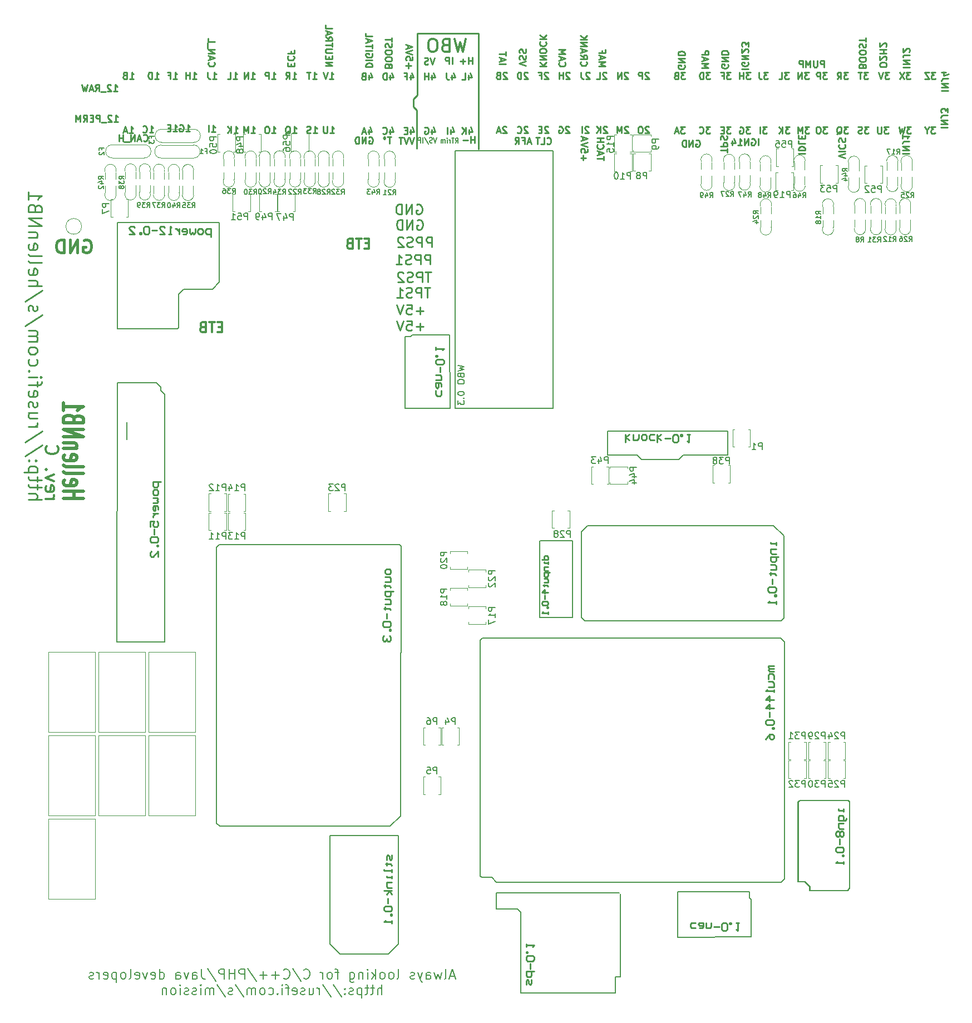
<source format=gbo>
G75*
G70*
%OFA0B0*%
%FSLAX25Y25*%
%IPPOS*%
%LPD*%
%AMOC8*
5,1,8,0,0,1.08239X$1,22.5*
%
%ADD10C,0.01969*%
%ADD147C,0.00472*%
%ADD187C,0.00880*%
%ADD202C,0.00787*%
%ADD253C,0.01000*%
%ADD26C,0.01181*%
%ADD280C,0.01575*%
%ADD327C,0.00500*%
%ADD341C,0.00591*%
%ADD346C,0.00984*%
%ADD46C,0.01476*%
%ADD49C,0.01378*%
%ADD85C,0.00390*%
X0000000Y0000000D02*
%LPD*%
G01*
D346*
X0236516Y0592028D02*
X0236516Y0555020D01*
X0234154Y0552657D02*
X0234154Y0547933D01*
X0273130Y0522736D02*
X0273130Y0592028D01*
X0234154Y0547933D02*
X0236122Y0545965D01*
X0236516Y0555020D02*
X0234154Y0552657D01*
X0236122Y0545965D02*
X0236122Y0523130D01*
X0273130Y0592028D02*
X0236516Y0592028D01*
D187*
X0090339Y0533251D02*
X0092624Y0533251D01*
X0091481Y0533251D02*
X0091481Y0537251D01*
X0091862Y0536679D01*
X0092243Y0536298D01*
X0092624Y0536108D01*
X0088624Y0535346D02*
X0087291Y0535346D01*
X0086720Y0533251D02*
X0088624Y0533251D01*
X0088624Y0537251D01*
X0086720Y0537251D01*
X0494534Y0568627D02*
X0492058Y0568627D01*
X0493391Y0567104D01*
X0492820Y0567104D01*
X0492439Y0566913D01*
X0492248Y0566723D01*
X0492058Y0566342D01*
X0492058Y0565389D01*
X0492248Y0565008D01*
X0492439Y0564818D01*
X0492820Y0564627D01*
X0493963Y0564627D01*
X0494344Y0564818D01*
X0494534Y0565008D01*
X0488058Y0564627D02*
X0489391Y0566532D01*
X0490344Y0564627D02*
X0490344Y0568627D01*
X0488820Y0568627D01*
X0488439Y0568437D01*
X0488248Y0568247D01*
X0488058Y0567866D01*
X0488058Y0567294D01*
X0488248Y0566913D01*
X0488439Y0566723D01*
X0488820Y0566532D01*
X0490344Y0566532D01*
D49*
X0265668Y0588859D02*
X0263794Y0580985D01*
X0262294Y0586609D01*
X0260794Y0580985D01*
X0258919Y0588859D01*
X0253295Y0585110D02*
X0252170Y0584735D01*
X0251795Y0584360D01*
X0251420Y0583610D01*
X0251420Y0582485D01*
X0251795Y0581735D01*
X0252170Y0581360D01*
X0252920Y0580985D01*
X0255920Y0580985D01*
X0255920Y0588859D01*
X0253295Y0588859D01*
X0252545Y0588484D01*
X0252170Y0588109D01*
X0251795Y0587359D01*
X0251795Y0586609D01*
X0252170Y0585860D01*
X0252545Y0585485D01*
X0253295Y0585110D01*
X0255920Y0585110D01*
X0246546Y0588859D02*
X0245046Y0588859D01*
X0244296Y0588484D01*
X0243546Y0587734D01*
X0243171Y0586235D01*
X0243171Y0583610D01*
X0243546Y0582110D01*
X0244296Y0581360D01*
X0245046Y0580985D01*
X0246546Y0580985D01*
X0247296Y0581360D01*
X0248046Y0582110D01*
X0248421Y0583610D01*
X0248421Y0586235D01*
X0248046Y0587734D01*
X0247296Y0588484D01*
X0246546Y0588859D01*
D187*
X0246840Y0577486D02*
X0245507Y0573486D01*
X0244174Y0577486D01*
X0243031Y0573676D02*
X0242460Y0573486D01*
X0241507Y0573486D01*
X0241126Y0573676D01*
X0240936Y0573867D01*
X0240745Y0574248D01*
X0240745Y0574629D01*
X0240936Y0575010D01*
X0241126Y0575200D01*
X0241507Y0575391D01*
X0242269Y0575581D01*
X0242650Y0575771D01*
X0242840Y0575962D01*
X0243031Y0576343D01*
X0243031Y0576724D01*
X0242840Y0577105D01*
X0242650Y0577295D01*
X0242269Y0577486D01*
X0241317Y0577486D01*
X0240745Y0577295D01*
X0422577Y0573450D02*
X0422768Y0573069D01*
X0422768Y0572497D01*
X0422577Y0571926D01*
X0422197Y0571545D01*
X0421816Y0571355D01*
X0421054Y0571164D01*
X0420482Y0571164D01*
X0419720Y0571355D01*
X0419339Y0571545D01*
X0418958Y0571926D01*
X0418768Y0572497D01*
X0418768Y0572878D01*
X0418958Y0573450D01*
X0419149Y0573640D01*
X0420482Y0573640D01*
X0420482Y0572878D01*
X0418768Y0575355D02*
X0422768Y0575355D01*
X0418768Y0577640D01*
X0422768Y0577640D01*
X0418768Y0579545D02*
X0422768Y0579545D01*
X0422768Y0580497D01*
X0422577Y0581069D01*
X0422197Y0581450D01*
X0421816Y0581640D01*
X0421054Y0581831D01*
X0420482Y0581831D01*
X0419720Y0581640D01*
X0419339Y0581450D01*
X0418958Y0581069D01*
X0418768Y0580497D01*
X0418768Y0579545D01*
X0232389Y0566999D02*
X0232389Y0564332D01*
X0233342Y0568523D02*
X0234294Y0565666D01*
X0231818Y0565666D01*
X0228961Y0566427D02*
X0230294Y0566427D01*
X0230294Y0564332D02*
X0230294Y0568332D01*
X0228389Y0568332D01*
X0482129Y0536127D02*
X0479653Y0536127D01*
X0480987Y0534604D01*
X0480415Y0534604D01*
X0480034Y0534413D01*
X0479844Y0534223D01*
X0479653Y0533842D01*
X0479653Y0532889D01*
X0479844Y0532508D01*
X0480034Y0532318D01*
X0480415Y0532127D01*
X0481558Y0532127D01*
X0481939Y0532318D01*
X0482129Y0532508D01*
X0477177Y0536127D02*
X0476415Y0536127D01*
X0476034Y0535937D01*
X0475653Y0535556D01*
X0475463Y0534794D01*
X0475463Y0533461D01*
X0475653Y0532699D01*
X0476034Y0532318D01*
X0476415Y0532127D01*
X0477177Y0532127D01*
X0477558Y0532318D01*
X0477939Y0532699D01*
X0478129Y0533461D01*
X0478129Y0534794D01*
X0477939Y0535556D01*
X0477558Y0535937D01*
X0477177Y0536127D01*
X0149338Y0532324D02*
X0151624Y0532324D01*
X0150481Y0532324D02*
X0150481Y0536324D01*
X0150862Y0535753D01*
X0151243Y0535372D01*
X0151624Y0535181D01*
X0146862Y0536324D02*
X0146100Y0536324D01*
X0145719Y0536134D01*
X0145338Y0535753D01*
X0145148Y0534991D01*
X0145148Y0533658D01*
X0145338Y0532896D01*
X0145719Y0532515D01*
X0146100Y0532324D01*
X0146862Y0532324D01*
X0147243Y0532515D01*
X0147624Y0532896D01*
X0147814Y0533658D01*
X0147814Y0534991D01*
X0147624Y0535753D01*
X0147243Y0536134D01*
X0146862Y0536324D01*
X0348063Y0516002D02*
X0348063Y0518287D01*
X0344063Y0517145D02*
X0348063Y0517145D01*
X0345206Y0519430D02*
X0345206Y0521335D01*
X0344063Y0519049D02*
X0348063Y0520383D01*
X0344063Y0521716D01*
X0344444Y0525335D02*
X0344254Y0525145D01*
X0344063Y0524573D01*
X0344063Y0524192D01*
X0344254Y0523621D01*
X0344635Y0523240D01*
X0345016Y0523049D01*
X0345778Y0522859D01*
X0346349Y0522859D01*
X0347111Y0523049D01*
X0347492Y0523240D01*
X0347873Y0523621D01*
X0348063Y0524192D01*
X0348063Y0524573D01*
X0347873Y0525145D01*
X0347682Y0525335D01*
X0344063Y0527049D02*
X0348063Y0527049D01*
X0346158Y0527049D02*
X0346158Y0529335D01*
X0344063Y0529335D02*
X0348063Y0529335D01*
X0126362Y0564824D02*
X0128648Y0564824D01*
X0127505Y0564824D02*
X0127505Y0568824D01*
X0127886Y0568253D01*
X0128267Y0567872D01*
X0128648Y0567681D01*
X0122743Y0564824D02*
X0124648Y0564824D01*
X0124648Y0568824D01*
X0446558Y0568627D02*
X0444082Y0568627D01*
X0445415Y0567104D01*
X0444844Y0567104D01*
X0444463Y0566913D01*
X0444272Y0566723D01*
X0444082Y0566342D01*
X0444082Y0565389D01*
X0444272Y0565008D01*
X0444463Y0564818D01*
X0444844Y0564627D01*
X0445987Y0564627D01*
X0446367Y0564818D01*
X0446558Y0565008D01*
X0441225Y0568627D02*
X0441225Y0565770D01*
X0441415Y0565199D01*
X0441796Y0564818D01*
X0442367Y0564627D01*
X0442748Y0564627D01*
X0314215Y0526053D02*
X0314405Y0525863D01*
X0314976Y0525672D01*
X0315357Y0525672D01*
X0315929Y0525863D01*
X0316310Y0526244D01*
X0316500Y0526625D01*
X0316691Y0527386D01*
X0316691Y0527958D01*
X0316500Y0528720D01*
X0316310Y0529101D01*
X0315929Y0529482D01*
X0315357Y0529672D01*
X0314976Y0529672D01*
X0314405Y0529482D01*
X0314215Y0529291D01*
X0310595Y0525672D02*
X0312500Y0525672D01*
X0312500Y0529672D01*
X0309834Y0529672D02*
X0307548Y0529672D01*
X0308691Y0525672D02*
X0308691Y0529672D01*
X0494629Y0536127D02*
X0492153Y0536127D01*
X0493487Y0534604D01*
X0492915Y0534604D01*
X0492534Y0534413D01*
X0492344Y0534223D01*
X0492153Y0533842D01*
X0492153Y0532889D01*
X0492344Y0532508D01*
X0492534Y0532318D01*
X0492915Y0532127D01*
X0494058Y0532127D01*
X0494439Y0532318D01*
X0494629Y0532508D01*
X0487772Y0531747D02*
X0488153Y0531937D01*
X0488534Y0532318D01*
X0489106Y0532889D01*
X0489487Y0533080D01*
X0489867Y0533080D01*
X0489677Y0532127D02*
X0490058Y0532318D01*
X0490439Y0532699D01*
X0490629Y0533461D01*
X0490629Y0534794D01*
X0490439Y0535556D01*
X0490058Y0535937D01*
X0489677Y0536127D01*
X0488915Y0536127D01*
X0488534Y0535937D01*
X0488153Y0535556D01*
X0487963Y0534794D01*
X0487963Y0533461D01*
X0488153Y0532699D01*
X0488534Y0532318D01*
X0488915Y0532127D01*
X0489677Y0532127D01*
X0160824Y0572517D02*
X0160824Y0573850D01*
X0158729Y0574421D02*
X0158729Y0572517D01*
X0162729Y0572517D01*
X0162729Y0574421D01*
X0159110Y0578421D02*
X0158919Y0578231D01*
X0158729Y0577659D01*
X0158729Y0577278D01*
X0158919Y0576707D01*
X0159300Y0576326D01*
X0159681Y0576136D01*
X0160443Y0575945D01*
X0161014Y0575945D01*
X0161776Y0576136D01*
X0162157Y0576326D01*
X0162538Y0576707D01*
X0162729Y0577278D01*
X0162729Y0577659D01*
X0162538Y0578231D01*
X0162348Y0578421D01*
X0160824Y0581469D02*
X0160824Y0580136D01*
X0158729Y0580136D02*
X0162729Y0580136D01*
X0162729Y0582040D01*
X0079243Y0564824D02*
X0081529Y0564824D01*
X0080386Y0564824D02*
X0080386Y0568824D01*
X0080767Y0568253D01*
X0081148Y0567872D01*
X0081529Y0567681D01*
X0077529Y0564824D02*
X0077529Y0568824D01*
X0076576Y0568824D01*
X0076005Y0568634D01*
X0075624Y0568253D01*
X0075433Y0567872D01*
X0075243Y0567110D01*
X0075243Y0566539D01*
X0075433Y0565777D01*
X0075624Y0565396D01*
X0076005Y0565015D01*
X0076576Y0564824D01*
X0077529Y0564824D01*
X0334602Y0575143D02*
X0334411Y0574952D01*
X0334221Y0574381D01*
X0334221Y0574000D01*
X0334411Y0573428D01*
X0334792Y0573047D01*
X0335173Y0572857D01*
X0335935Y0572666D01*
X0336506Y0572666D01*
X0337268Y0572857D01*
X0337649Y0573047D01*
X0338030Y0573428D01*
X0338221Y0574000D01*
X0338221Y0574381D01*
X0338030Y0574952D01*
X0337840Y0575143D01*
X0334221Y0579143D02*
X0336125Y0577809D01*
X0334221Y0576857D02*
X0338221Y0576857D01*
X0338221Y0578381D01*
X0338030Y0578762D01*
X0337840Y0578952D01*
X0337459Y0579143D01*
X0336887Y0579143D01*
X0336506Y0578952D01*
X0336316Y0578762D01*
X0336125Y0578381D01*
X0336125Y0576857D01*
X0335364Y0580666D02*
X0335364Y0582571D01*
X0334221Y0580285D02*
X0338221Y0581619D01*
X0334221Y0582952D01*
X0334221Y0584285D02*
X0338221Y0584285D01*
X0334221Y0586571D01*
X0338221Y0586571D01*
X0334221Y0588476D02*
X0338221Y0588476D01*
X0334221Y0590762D02*
X0336506Y0589047D01*
X0338221Y0590762D02*
X0335935Y0588476D01*
D46*
X0207656Y0466289D02*
X0205687Y0466289D01*
X0204844Y0463196D02*
X0207656Y0463196D01*
X0207656Y0469101D01*
X0204844Y0469101D01*
X0203156Y0469101D02*
X0199782Y0469101D01*
X0201469Y0463196D02*
X0201469Y0469101D01*
X0195845Y0466289D02*
X0195001Y0466008D01*
X0194720Y0465727D01*
X0194439Y0465164D01*
X0194439Y0464321D01*
X0194720Y0463758D01*
X0195001Y0463477D01*
X0195563Y0463196D01*
X0197813Y0463196D01*
X0197813Y0469101D01*
X0195845Y0469101D01*
X0195282Y0468820D01*
X0195001Y0468539D01*
X0194720Y0467977D01*
X0194720Y0467414D01*
X0195001Y0466852D01*
X0195282Y0466571D01*
X0195845Y0466289D01*
X0197813Y0466289D01*
D346*
X0240375Y0425879D02*
X0235876Y0425879D01*
X0238125Y0423629D02*
X0238125Y0428128D01*
X0230251Y0429535D02*
X0233063Y0429535D01*
X0233345Y0426722D01*
X0233063Y0427004D01*
X0232501Y0427285D01*
X0231095Y0427285D01*
X0230532Y0427004D01*
X0230251Y0426722D01*
X0229970Y0426160D01*
X0229970Y0424754D01*
X0230251Y0424191D01*
X0230532Y0423910D01*
X0231095Y0423629D01*
X0232501Y0423629D01*
X0233063Y0423910D01*
X0233345Y0424191D01*
X0228283Y0429535D02*
X0226314Y0423629D01*
X0224346Y0429535D01*
D187*
X0220980Y0529967D02*
X0218695Y0529967D01*
X0219838Y0525967D02*
X0219838Y0529967D01*
X0216790Y0529967D02*
X0217171Y0529777D01*
X0217361Y0529396D01*
X0217171Y0529015D01*
X0216790Y0528825D01*
X0216409Y0529015D01*
X0216218Y0529396D01*
X0216409Y0529777D01*
X0216790Y0529967D01*
X0397034Y0568627D02*
X0394558Y0568627D01*
X0395891Y0567104D01*
X0395320Y0567104D01*
X0394939Y0566913D01*
X0394748Y0566723D01*
X0394558Y0566342D01*
X0394558Y0565389D01*
X0394748Y0565008D01*
X0394939Y0564818D01*
X0395320Y0564627D01*
X0396463Y0564627D01*
X0396844Y0564818D01*
X0397034Y0565008D01*
X0391510Y0566723D02*
X0390939Y0566532D01*
X0390748Y0566342D01*
X0390558Y0565961D01*
X0390558Y0565389D01*
X0390748Y0565008D01*
X0390939Y0564818D01*
X0391320Y0564627D01*
X0392844Y0564627D01*
X0392844Y0568627D01*
X0391510Y0568627D01*
X0391129Y0568437D01*
X0390939Y0568247D01*
X0390748Y0567866D01*
X0390748Y0567485D01*
X0390939Y0567104D01*
X0391129Y0566913D01*
X0391510Y0566723D01*
X0392844Y0566723D01*
X0267675Y0534499D02*
X0267675Y0531832D01*
X0268627Y0536023D02*
X0269580Y0533166D01*
X0267104Y0533166D01*
X0265580Y0531832D02*
X0265580Y0535832D01*
X0263294Y0531832D02*
X0265008Y0534118D01*
X0263294Y0535832D02*
X0265580Y0533546D01*
D341*
X0248137Y0529600D02*
X0247218Y0526451D01*
X0246299Y0529600D01*
X0245512Y0526601D02*
X0245118Y0526451D01*
X0244462Y0526451D01*
X0244200Y0526601D01*
X0244068Y0526750D01*
X0243937Y0527050D01*
X0243937Y0527350D01*
X0244068Y0527650D01*
X0244200Y0527800D01*
X0244462Y0527950D01*
X0244987Y0528100D01*
X0245249Y0528250D01*
X0245381Y0528400D01*
X0245512Y0528700D01*
X0245512Y0529000D01*
X0245381Y0529300D01*
X0245249Y0529450D01*
X0244987Y0529600D01*
X0244331Y0529600D01*
X0243937Y0529450D01*
X0240787Y0529750D02*
X0243150Y0525701D01*
X0239869Y0526451D02*
X0239869Y0529600D01*
X0238556Y0526451D02*
X0238556Y0529600D01*
X0237507Y0529600D01*
X0237244Y0529450D01*
X0237113Y0529300D01*
X0236982Y0529000D01*
X0236982Y0528550D01*
X0237113Y0528250D01*
X0237244Y0528100D01*
X0237507Y0527950D01*
X0238556Y0527950D01*
D187*
X0403546Y0527907D02*
X0403927Y0528097D01*
X0404499Y0528097D01*
X0405070Y0527907D01*
X0405451Y0527526D01*
X0405642Y0527145D01*
X0405832Y0526383D01*
X0405832Y0525812D01*
X0405642Y0525050D01*
X0405451Y0524669D01*
X0405070Y0524288D01*
X0404499Y0524097D01*
X0404118Y0524097D01*
X0403546Y0524288D01*
X0403356Y0524478D01*
X0403356Y0525812D01*
X0404118Y0525812D01*
X0401642Y0524097D02*
X0401642Y0528097D01*
X0399356Y0524097D01*
X0399356Y0528097D01*
X0397451Y0524097D02*
X0397451Y0528097D01*
X0396499Y0528097D01*
X0395927Y0527907D01*
X0395546Y0527526D01*
X0395356Y0527145D01*
X0395165Y0526383D01*
X0395165Y0525812D01*
X0395356Y0525050D01*
X0395546Y0524669D01*
X0395927Y0524288D01*
X0396499Y0524097D01*
X0397451Y0524097D01*
D346*
X0244326Y0439672D02*
X0240951Y0439672D01*
X0242639Y0433767D02*
X0242639Y0439672D01*
X0238983Y0433767D02*
X0238983Y0439672D01*
X0236733Y0439672D01*
X0236171Y0439391D01*
X0235890Y0439110D01*
X0235608Y0438547D01*
X0235608Y0437704D01*
X0235890Y0437141D01*
X0236171Y0436860D01*
X0236733Y0436579D01*
X0238983Y0436579D01*
X0233359Y0434048D02*
X0232515Y0433767D01*
X0231109Y0433767D01*
X0230547Y0434048D01*
X0230265Y0434329D01*
X0229984Y0434892D01*
X0229984Y0435454D01*
X0230265Y0436017D01*
X0230547Y0436298D01*
X0231109Y0436579D01*
X0232234Y0436860D01*
X0232796Y0437141D01*
X0233077Y0437423D01*
X0233359Y0437985D01*
X0233359Y0438547D01*
X0233077Y0439110D01*
X0232796Y0439391D01*
X0232234Y0439672D01*
X0230828Y0439672D01*
X0229984Y0439391D01*
X0224360Y0433767D02*
X0227734Y0433767D01*
X0226047Y0433767D02*
X0226047Y0439672D01*
X0226610Y0438829D01*
X0227172Y0438266D01*
X0227734Y0437985D01*
D187*
X0430874Y0570660D02*
X0434874Y0570660D01*
X0434684Y0574660D02*
X0434874Y0574279D01*
X0434874Y0573707D01*
X0434684Y0573136D01*
X0434303Y0572755D01*
X0433922Y0572564D01*
X0433160Y0572374D01*
X0432589Y0572374D01*
X0431827Y0572564D01*
X0431446Y0572755D01*
X0431065Y0573136D01*
X0430874Y0573707D01*
X0430874Y0574088D01*
X0431065Y0574660D01*
X0431255Y0574850D01*
X0432589Y0574850D01*
X0432589Y0574088D01*
X0430874Y0576564D02*
X0434874Y0576564D01*
X0430874Y0578850D01*
X0434874Y0578850D01*
X0434493Y0580564D02*
X0434684Y0580755D01*
X0434874Y0581136D01*
X0434874Y0582088D01*
X0434684Y0582469D01*
X0434493Y0582660D01*
X0434112Y0582850D01*
X0433731Y0582850D01*
X0433160Y0582660D01*
X0430874Y0580374D01*
X0430874Y0582850D01*
X0434874Y0584183D02*
X0434874Y0586660D01*
X0433350Y0585326D01*
X0433350Y0585898D01*
X0433160Y0586279D01*
X0432969Y0586469D01*
X0432589Y0586660D01*
X0431636Y0586660D01*
X0431255Y0586469D01*
X0431065Y0586279D01*
X0430874Y0585898D01*
X0430874Y0584755D01*
X0431065Y0584374D01*
X0431255Y0584183D01*
X0207582Y0529777D02*
X0207963Y0529967D01*
X0208534Y0529967D01*
X0209106Y0529777D01*
X0209487Y0529396D01*
X0209677Y0529015D01*
X0209868Y0528253D01*
X0209868Y0527682D01*
X0209677Y0526920D01*
X0209487Y0526539D01*
X0209106Y0526158D01*
X0208534Y0525967D01*
X0208153Y0525967D01*
X0207582Y0526158D01*
X0207391Y0526348D01*
X0207391Y0527682D01*
X0208153Y0527682D01*
X0205677Y0525967D02*
X0205677Y0529967D01*
X0203391Y0525967D01*
X0203391Y0529967D01*
X0201487Y0525967D02*
X0201487Y0529967D01*
X0200534Y0529967D01*
X0199963Y0529777D01*
X0199582Y0529396D01*
X0199391Y0529015D01*
X0199201Y0528253D01*
X0199201Y0527682D01*
X0199391Y0526920D01*
X0199582Y0526539D01*
X0199963Y0526158D01*
X0200534Y0525967D01*
X0201487Y0525967D01*
X0506939Y0536127D02*
X0504463Y0536127D01*
X0505796Y0534604D01*
X0505225Y0534604D01*
X0504844Y0534413D01*
X0504653Y0534223D01*
X0504463Y0533842D01*
X0504463Y0532889D01*
X0504653Y0532508D01*
X0504844Y0532318D01*
X0505225Y0532127D01*
X0506367Y0532127D01*
X0506748Y0532318D01*
X0506939Y0532508D01*
X0502939Y0532318D02*
X0502367Y0532127D01*
X0501415Y0532127D01*
X0501034Y0532318D01*
X0500844Y0532508D01*
X0500653Y0532889D01*
X0500653Y0533270D01*
X0500844Y0533651D01*
X0501034Y0533842D01*
X0501415Y0534032D01*
X0502177Y0534223D01*
X0502558Y0534413D01*
X0502748Y0534604D01*
X0502939Y0534985D01*
X0502939Y0535366D01*
X0502748Y0535747D01*
X0502558Y0535937D01*
X0502177Y0536127D01*
X0501225Y0536127D01*
X0500653Y0535937D01*
X0532320Y0536127D02*
X0529844Y0536127D01*
X0531177Y0534604D01*
X0530606Y0534604D01*
X0530225Y0534413D01*
X0530034Y0534223D01*
X0529844Y0533842D01*
X0529844Y0532889D01*
X0530034Y0532508D01*
X0530225Y0532318D01*
X0530606Y0532127D01*
X0531748Y0532127D01*
X0532129Y0532318D01*
X0532320Y0532508D01*
X0528510Y0536127D02*
X0527558Y0532127D01*
X0526796Y0534985D01*
X0526034Y0532127D01*
X0525082Y0536127D01*
X0459534Y0536127D02*
X0457058Y0536127D01*
X0458391Y0534604D01*
X0457820Y0534604D01*
X0457439Y0534413D01*
X0457248Y0534223D01*
X0457058Y0533842D01*
X0457058Y0532889D01*
X0457248Y0532508D01*
X0457439Y0532318D01*
X0457820Y0532127D01*
X0458963Y0532127D01*
X0459344Y0532318D01*
X0459534Y0532508D01*
X0455344Y0532127D02*
X0455344Y0536127D01*
X0453058Y0532127D02*
X0454772Y0534413D01*
X0453058Y0536127D02*
X0455344Y0533842D01*
X0327785Y0568443D02*
X0327595Y0568634D01*
X0327214Y0568824D01*
X0326262Y0568824D01*
X0325881Y0568634D01*
X0325690Y0568443D01*
X0325500Y0568062D01*
X0325500Y0567681D01*
X0325690Y0567110D01*
X0327976Y0564824D01*
X0325500Y0564824D01*
X0323785Y0564824D02*
X0323785Y0568824D01*
X0323785Y0566920D02*
X0321500Y0566920D01*
X0321500Y0564824D02*
X0321500Y0568824D01*
X0550362Y0535836D02*
X0554362Y0535836D01*
X0550362Y0537741D02*
X0554362Y0537741D01*
X0550362Y0540026D01*
X0554362Y0540026D01*
X0554362Y0543074D02*
X0551505Y0543074D01*
X0550934Y0542883D01*
X0550553Y0542502D01*
X0550362Y0541931D01*
X0550362Y0541550D01*
X0554362Y0544598D02*
X0554362Y0547074D01*
X0552839Y0545741D01*
X0552839Y0546312D01*
X0552648Y0546693D01*
X0552458Y0546883D01*
X0552077Y0547074D01*
X0551124Y0547074D01*
X0550743Y0546883D01*
X0550553Y0546693D01*
X0550362Y0546312D01*
X0550362Y0545169D01*
X0550553Y0544788D01*
X0550743Y0544598D01*
X0436010Y0535950D02*
X0433534Y0535950D01*
X0434868Y0534427D01*
X0434296Y0534427D01*
X0433915Y0534236D01*
X0433725Y0534046D01*
X0433534Y0533665D01*
X0433534Y0532712D01*
X0433725Y0532331D01*
X0433915Y0532141D01*
X0434296Y0531950D01*
X0435439Y0531950D01*
X0435820Y0532141D01*
X0436010Y0532331D01*
X0429725Y0535760D02*
X0430106Y0535950D01*
X0430677Y0535950D01*
X0431249Y0535760D01*
X0431630Y0535379D01*
X0431820Y0534998D01*
X0432010Y0534236D01*
X0432010Y0533665D01*
X0431820Y0532903D01*
X0431630Y0532522D01*
X0431249Y0532141D01*
X0430677Y0531950D01*
X0430296Y0531950D01*
X0429725Y0532141D01*
X0429534Y0532331D01*
X0429534Y0533665D01*
X0430296Y0533665D01*
X0231217Y0571215D02*
X0231217Y0574263D01*
X0229693Y0572739D02*
X0232741Y0572739D01*
X0233693Y0578072D02*
X0233693Y0576167D01*
X0231788Y0575977D01*
X0231979Y0576167D01*
X0232169Y0576548D01*
X0232169Y0577501D01*
X0231979Y0577882D01*
X0231788Y0578072D01*
X0231407Y0578263D01*
X0230455Y0578263D01*
X0230074Y0578072D01*
X0229884Y0577882D01*
X0229693Y0577501D01*
X0229693Y0576548D01*
X0229884Y0576167D01*
X0230074Y0575977D01*
X0233693Y0579406D02*
X0229693Y0580739D01*
X0233693Y0582072D01*
X0230836Y0583215D02*
X0230836Y0585120D01*
X0229693Y0582834D02*
X0233693Y0584167D01*
X0229693Y0585501D01*
X0173767Y0564824D02*
X0176052Y0564824D01*
X0174910Y0564824D02*
X0174910Y0568824D01*
X0175291Y0568253D01*
X0175672Y0567872D01*
X0176052Y0567681D01*
X0172624Y0568824D02*
X0170338Y0568824D01*
X0171481Y0564824D02*
X0171481Y0568824D01*
X0471336Y0536127D02*
X0468859Y0536127D01*
X0470193Y0534604D01*
X0469621Y0534604D01*
X0469240Y0534413D01*
X0469050Y0534223D01*
X0468859Y0533842D01*
X0468859Y0532889D01*
X0469050Y0532508D01*
X0469240Y0532318D01*
X0469621Y0532127D01*
X0470764Y0532127D01*
X0471145Y0532318D01*
X0471336Y0532508D01*
X0467145Y0532127D02*
X0467145Y0536127D01*
X0465812Y0533270D01*
X0464478Y0536127D01*
X0464478Y0532127D01*
D10*
X0024585Y0313257D02*
X0036396Y0313257D01*
X0030772Y0313257D02*
X0030772Y0317756D01*
X0024585Y0317756D02*
X0036396Y0317756D01*
X0025147Y0324505D02*
X0024585Y0323756D01*
X0024585Y0322256D01*
X0025147Y0321506D01*
X0026272Y0321131D01*
X0030772Y0321131D01*
X0031896Y0321506D01*
X0032459Y0322256D01*
X0032459Y0323756D01*
X0031896Y0324505D01*
X0030772Y0324880D01*
X0029647Y0324880D01*
X0028522Y0321131D01*
X0024585Y0329380D02*
X0025147Y0328630D01*
X0026272Y0328255D01*
X0036396Y0328255D01*
X0024585Y0333504D02*
X0025147Y0332754D01*
X0026272Y0332379D01*
X0036396Y0332379D01*
X0025147Y0339504D02*
X0024585Y0338754D01*
X0024585Y0337254D01*
X0025147Y0336504D01*
X0026272Y0336129D01*
X0030772Y0336129D01*
X0031896Y0336504D01*
X0032459Y0337254D01*
X0032459Y0338754D01*
X0031896Y0339504D01*
X0030772Y0339879D01*
X0029647Y0339879D01*
X0028522Y0336129D01*
X0032459Y0343253D02*
X0024585Y0343253D01*
X0031334Y0343253D02*
X0031896Y0343628D01*
X0032459Y0344378D01*
X0032459Y0345503D01*
X0031896Y0346253D01*
X0030772Y0346628D01*
X0024585Y0346628D01*
X0024585Y0350377D02*
X0036396Y0350377D01*
X0024585Y0354877D01*
X0036396Y0354877D01*
X0030772Y0361251D02*
X0030209Y0362376D01*
X0029647Y0362751D01*
X0028522Y0363126D01*
X0026835Y0363126D01*
X0025710Y0362751D01*
X0025147Y0362376D01*
X0024585Y0361626D01*
X0024585Y0358626D01*
X0036396Y0358626D01*
X0036396Y0361251D01*
X0035833Y0362001D01*
X0035271Y0362376D01*
X0034146Y0362751D01*
X0033021Y0362751D01*
X0031896Y0362376D01*
X0031334Y0362001D01*
X0030772Y0361251D01*
X0030772Y0358626D01*
X0024585Y0370625D02*
X0024585Y0366125D01*
X0024585Y0368375D02*
X0036396Y0368375D01*
X0034709Y0367625D01*
X0033584Y0366875D01*
X0033021Y0366125D01*
D187*
X0309811Y0572279D02*
X0313811Y0572279D01*
X0309811Y0574565D02*
X0312097Y0572850D01*
X0313811Y0574565D02*
X0311526Y0572279D01*
X0309811Y0576279D02*
X0313811Y0576279D01*
X0309811Y0578565D01*
X0313811Y0578565D01*
X0313811Y0581231D02*
X0313811Y0581993D01*
X0313621Y0582374D01*
X0313240Y0582755D01*
X0312478Y0582946D01*
X0311145Y0582946D01*
X0310383Y0582755D01*
X0310002Y0582374D01*
X0309811Y0581993D01*
X0309811Y0581231D01*
X0310002Y0580850D01*
X0310383Y0580469D01*
X0311145Y0580279D01*
X0312478Y0580279D01*
X0313240Y0580469D01*
X0313621Y0580850D01*
X0313811Y0581231D01*
X0310192Y0586946D02*
X0310002Y0586755D01*
X0309811Y0586184D01*
X0309811Y0585803D01*
X0310002Y0585231D01*
X0310383Y0584850D01*
X0310764Y0584660D01*
X0311526Y0584469D01*
X0312097Y0584469D01*
X0312859Y0584660D01*
X0313240Y0584850D01*
X0313621Y0585231D01*
X0313811Y0585803D01*
X0313811Y0586184D01*
X0313621Y0586755D01*
X0313430Y0586946D01*
X0309811Y0588660D02*
X0313811Y0588660D01*
X0309811Y0590946D02*
X0312097Y0589231D01*
X0313811Y0590946D02*
X0311526Y0588660D01*
X0245175Y0534499D02*
X0245175Y0531832D01*
X0246127Y0536023D02*
X0247080Y0533166D01*
X0244604Y0533166D01*
X0240985Y0535642D02*
X0241366Y0535832D01*
X0241937Y0535832D01*
X0242508Y0535642D01*
X0242889Y0535261D01*
X0243080Y0534880D01*
X0243270Y0534118D01*
X0243270Y0533546D01*
X0243080Y0532785D01*
X0242889Y0532404D01*
X0242508Y0532023D01*
X0241937Y0531832D01*
X0241556Y0531832D01*
X0240985Y0532023D01*
X0240794Y0532213D01*
X0240794Y0533546D01*
X0241556Y0533546D01*
X0445987Y0536127D02*
X0443510Y0536127D01*
X0444844Y0534604D01*
X0444272Y0534604D01*
X0443891Y0534413D01*
X0443701Y0534223D01*
X0443510Y0533842D01*
X0443510Y0532889D01*
X0443701Y0532508D01*
X0443891Y0532318D01*
X0444272Y0532127D01*
X0445415Y0532127D01*
X0445796Y0532318D01*
X0445987Y0532508D01*
X0441796Y0532127D02*
X0441796Y0536127D01*
X0219380Y0572883D02*
X0219190Y0573455D01*
X0218999Y0573645D01*
X0218618Y0573836D01*
X0218047Y0573836D01*
X0217666Y0573645D01*
X0217475Y0573455D01*
X0217285Y0573074D01*
X0217285Y0571550D01*
X0221285Y0571550D01*
X0221285Y0572883D01*
X0221094Y0573264D01*
X0220904Y0573455D01*
X0220523Y0573645D01*
X0220142Y0573645D01*
X0219761Y0573455D01*
X0219571Y0573264D01*
X0219380Y0572883D01*
X0219380Y0571550D01*
X0221285Y0576312D02*
X0221285Y0577074D01*
X0221094Y0577455D01*
X0220714Y0577836D01*
X0219952Y0578026D01*
X0218618Y0578026D01*
X0217856Y0577836D01*
X0217475Y0577455D01*
X0217285Y0577074D01*
X0217285Y0576312D01*
X0217475Y0575931D01*
X0217856Y0575550D01*
X0218618Y0575359D01*
X0219952Y0575359D01*
X0220714Y0575550D01*
X0221094Y0575931D01*
X0221285Y0576312D01*
X0221285Y0580502D02*
X0221285Y0581264D01*
X0221094Y0581645D01*
X0220714Y0582026D01*
X0219952Y0582217D01*
X0218618Y0582217D01*
X0217856Y0582026D01*
X0217475Y0581645D01*
X0217285Y0581264D01*
X0217285Y0580502D01*
X0217475Y0580121D01*
X0217856Y0579740D01*
X0218618Y0579550D01*
X0219952Y0579550D01*
X0220714Y0579740D01*
X0221094Y0580121D01*
X0221285Y0580502D01*
X0217475Y0583740D02*
X0217285Y0584312D01*
X0217285Y0585264D01*
X0217475Y0585645D01*
X0217666Y0585836D01*
X0218047Y0586026D01*
X0218428Y0586026D01*
X0218809Y0585836D01*
X0218999Y0585645D01*
X0219190Y0585264D01*
X0219380Y0584502D01*
X0219571Y0584121D01*
X0219761Y0583931D01*
X0220142Y0583740D01*
X0220523Y0583740D01*
X0220904Y0583931D01*
X0221094Y0584121D01*
X0221285Y0584502D01*
X0221285Y0585455D01*
X0221094Y0586026D01*
X0221285Y0587169D02*
X0221285Y0589455D01*
X0217285Y0588312D02*
X0221285Y0588312D01*
D202*
X0259048Y0027216D02*
X0256236Y0027216D01*
X0259610Y0025529D02*
X0257642Y0031434D01*
X0255673Y0025529D01*
X0252861Y0025529D02*
X0253423Y0025810D01*
X0253705Y0026372D01*
X0253705Y0031434D01*
X0251174Y0029466D02*
X0250049Y0025529D01*
X0248924Y0028341D01*
X0247799Y0025529D01*
X0246674Y0029466D01*
X0241894Y0025529D02*
X0241894Y0028622D01*
X0242175Y0029184D01*
X0242737Y0029466D01*
X0243862Y0029466D01*
X0244424Y0029184D01*
X0241894Y0025810D02*
X0242456Y0025529D01*
X0243862Y0025529D01*
X0244424Y0025810D01*
X0244706Y0026372D01*
X0244706Y0026935D01*
X0244424Y0027497D01*
X0243862Y0027778D01*
X0242456Y0027778D01*
X0241894Y0028060D01*
X0239644Y0029466D02*
X0238238Y0025529D01*
X0236832Y0029466D02*
X0238238Y0025529D01*
X0238800Y0024123D01*
X0239081Y0023841D01*
X0239644Y0023560D01*
X0234863Y0025810D02*
X0234301Y0025529D01*
X0233176Y0025529D01*
X0232613Y0025810D01*
X0232332Y0026372D01*
X0232332Y0026653D01*
X0232613Y0027216D01*
X0233176Y0027497D01*
X0234020Y0027497D01*
X0234582Y0027778D01*
X0234863Y0028341D01*
X0234863Y0028622D01*
X0234582Y0029184D01*
X0234020Y0029466D01*
X0233176Y0029466D01*
X0232613Y0029184D01*
X0224458Y0025529D02*
X0225021Y0025810D01*
X0225302Y0026372D01*
X0225302Y0031434D01*
X0221365Y0025529D02*
X0221927Y0025810D01*
X0222209Y0026091D01*
X0222490Y0026653D01*
X0222490Y0028341D01*
X0222209Y0028903D01*
X0221927Y0029184D01*
X0221365Y0029466D01*
X0220521Y0029466D01*
X0219959Y0029184D01*
X0219678Y0028903D01*
X0219396Y0028341D01*
X0219396Y0026653D01*
X0219678Y0026091D01*
X0219959Y0025810D01*
X0220521Y0025529D01*
X0221365Y0025529D01*
X0216022Y0025529D02*
X0216584Y0025810D01*
X0216865Y0026091D01*
X0217147Y0026653D01*
X0217147Y0028341D01*
X0216865Y0028903D01*
X0216584Y0029184D01*
X0216022Y0029466D01*
X0215178Y0029466D01*
X0214616Y0029184D01*
X0214335Y0028903D01*
X0214053Y0028341D01*
X0214053Y0026653D01*
X0214335Y0026091D01*
X0214616Y0025810D01*
X0215178Y0025529D01*
X0216022Y0025529D01*
X0211522Y0025529D02*
X0211522Y0031434D01*
X0210960Y0027778D02*
X0209273Y0025529D01*
X0209273Y0029466D02*
X0211522Y0027216D01*
X0206742Y0025529D02*
X0206742Y0029466D01*
X0206742Y0031434D02*
X0207023Y0031153D01*
X0206742Y0030872D01*
X0206460Y0031153D01*
X0206742Y0031434D01*
X0206742Y0030872D01*
X0203930Y0029466D02*
X0203930Y0025529D01*
X0203930Y0028903D02*
X0203648Y0029184D01*
X0203086Y0029466D01*
X0202242Y0029466D01*
X0201680Y0029184D01*
X0201399Y0028622D01*
X0201399Y0025529D01*
X0196056Y0029466D02*
X0196056Y0024685D01*
X0196337Y0024123D01*
X0196618Y0023841D01*
X0197180Y0023560D01*
X0198024Y0023560D01*
X0198586Y0023841D01*
X0196056Y0025810D02*
X0196618Y0025529D01*
X0197743Y0025529D01*
X0198305Y0025810D01*
X0198586Y0026091D01*
X0198868Y0026653D01*
X0198868Y0028341D01*
X0198586Y0028903D01*
X0198305Y0029184D01*
X0197743Y0029466D01*
X0196618Y0029466D01*
X0196056Y0029184D01*
X0189588Y0029466D02*
X0187338Y0029466D01*
X0188744Y0025529D02*
X0188744Y0030590D01*
X0188463Y0031153D01*
X0187900Y0031434D01*
X0187338Y0031434D01*
X0184526Y0025529D02*
X0185088Y0025810D01*
X0185369Y0026091D01*
X0185651Y0026653D01*
X0185651Y0028341D01*
X0185369Y0028903D01*
X0185088Y0029184D01*
X0184526Y0029466D01*
X0183682Y0029466D01*
X0183120Y0029184D01*
X0182838Y0028903D01*
X0182557Y0028341D01*
X0182557Y0026653D01*
X0182838Y0026091D01*
X0183120Y0025810D01*
X0183682Y0025529D01*
X0184526Y0025529D01*
X0180026Y0025529D02*
X0180026Y0029466D01*
X0180026Y0028341D02*
X0179745Y0028903D01*
X0179464Y0029184D01*
X0178901Y0029466D01*
X0178339Y0029466D01*
X0168496Y0026091D02*
X0168778Y0025810D01*
X0169621Y0025529D01*
X0170184Y0025529D01*
X0171027Y0025810D01*
X0171590Y0026372D01*
X0171871Y0026935D01*
X0172152Y0028060D01*
X0172152Y0028903D01*
X0171871Y0030028D01*
X0171590Y0030590D01*
X0171027Y0031153D01*
X0170184Y0031434D01*
X0169621Y0031434D01*
X0168778Y0031153D01*
X0168496Y0030872D01*
X0161747Y0031715D02*
X0166809Y0024123D01*
X0156404Y0026091D02*
X0156685Y0025810D01*
X0157529Y0025529D01*
X0158092Y0025529D01*
X0158935Y0025810D01*
X0159498Y0026372D01*
X0159779Y0026935D01*
X0160060Y0028060D01*
X0160060Y0028903D01*
X0159779Y0030028D01*
X0159498Y0030590D01*
X0158935Y0031153D01*
X0158092Y0031434D01*
X0157529Y0031434D01*
X0156685Y0031153D01*
X0156404Y0030872D01*
X0153873Y0027778D02*
X0149374Y0027778D01*
X0151624Y0025529D02*
X0151624Y0030028D01*
X0146562Y0027778D02*
X0142062Y0027778D01*
X0144312Y0025529D02*
X0144312Y0030028D01*
X0135032Y0031715D02*
X0140094Y0024123D01*
X0133063Y0025529D02*
X0133063Y0031434D01*
X0130814Y0031434D01*
X0130251Y0031153D01*
X0129970Y0030872D01*
X0129689Y0030309D01*
X0129689Y0029466D01*
X0129970Y0028903D01*
X0130251Y0028622D01*
X0130814Y0028341D01*
X0133063Y0028341D01*
X0127158Y0025529D02*
X0127158Y0031434D01*
X0127158Y0028622D02*
X0123783Y0028622D01*
X0123783Y0025529D02*
X0123783Y0031434D01*
X0120971Y0025529D02*
X0120971Y0031434D01*
X0118721Y0031434D01*
X0118159Y0031153D01*
X0117878Y0030872D01*
X0117597Y0030309D01*
X0117597Y0029466D01*
X0117878Y0028903D01*
X0118159Y0028622D01*
X0118721Y0028341D01*
X0120971Y0028341D01*
X0110847Y0031715D02*
X0115909Y0024123D01*
X0107192Y0031434D02*
X0107192Y0027216D01*
X0107473Y0026372D01*
X0108035Y0025810D01*
X0108879Y0025529D01*
X0109441Y0025529D01*
X0101849Y0025529D02*
X0101849Y0028622D01*
X0102130Y0029184D01*
X0102692Y0029466D01*
X0103817Y0029466D01*
X0104380Y0029184D01*
X0101849Y0025810D02*
X0102411Y0025529D01*
X0103817Y0025529D01*
X0104380Y0025810D01*
X0104661Y0026372D01*
X0104661Y0026935D01*
X0104380Y0027497D01*
X0103817Y0027778D01*
X0102411Y0027778D01*
X0101849Y0028060D01*
X0099599Y0029466D02*
X0098193Y0025529D01*
X0096787Y0029466D01*
X0092006Y0025529D02*
X0092006Y0028622D01*
X0092287Y0029184D01*
X0092850Y0029466D01*
X0093975Y0029466D01*
X0094537Y0029184D01*
X0092006Y0025810D02*
X0092568Y0025529D01*
X0093975Y0025529D01*
X0094537Y0025810D01*
X0094818Y0026372D01*
X0094818Y0026935D01*
X0094537Y0027497D01*
X0093975Y0027778D01*
X0092568Y0027778D01*
X0092006Y0028060D01*
X0082164Y0025529D02*
X0082164Y0031434D01*
X0082164Y0025810D02*
X0082726Y0025529D01*
X0083851Y0025529D01*
X0084413Y0025810D01*
X0084694Y0026091D01*
X0084976Y0026653D01*
X0084976Y0028341D01*
X0084694Y0028903D01*
X0084413Y0029184D01*
X0083851Y0029466D01*
X0082726Y0029466D01*
X0082164Y0029184D01*
X0077102Y0025810D02*
X0077664Y0025529D01*
X0078789Y0025529D01*
X0079351Y0025810D01*
X0079633Y0026372D01*
X0079633Y0028622D01*
X0079351Y0029184D01*
X0078789Y0029466D01*
X0077664Y0029466D01*
X0077102Y0029184D01*
X0076820Y0028622D01*
X0076820Y0028060D01*
X0079633Y0027497D01*
X0074852Y0029466D02*
X0073446Y0025529D01*
X0072040Y0029466D01*
X0067540Y0025810D02*
X0068103Y0025529D01*
X0069228Y0025529D01*
X0069790Y0025810D01*
X0070071Y0026372D01*
X0070071Y0028622D01*
X0069790Y0029184D01*
X0069228Y0029466D01*
X0068103Y0029466D01*
X0067540Y0029184D01*
X0067259Y0028622D01*
X0067259Y0028060D01*
X0070071Y0027497D01*
X0063885Y0025529D02*
X0064447Y0025810D01*
X0064728Y0026372D01*
X0064728Y0031434D01*
X0060791Y0025529D02*
X0061354Y0025810D01*
X0061635Y0026091D01*
X0061916Y0026653D01*
X0061916Y0028341D01*
X0061635Y0028903D01*
X0061354Y0029184D01*
X0060791Y0029466D01*
X0059948Y0029466D01*
X0059385Y0029184D01*
X0059104Y0028903D01*
X0058823Y0028341D01*
X0058823Y0026653D01*
X0059104Y0026091D01*
X0059385Y0025810D01*
X0059948Y0025529D01*
X0060791Y0025529D01*
X0056292Y0029466D02*
X0056292Y0023560D01*
X0056292Y0029184D02*
X0055729Y0029466D01*
X0054604Y0029466D01*
X0054042Y0029184D01*
X0053761Y0028903D01*
X0053480Y0028341D01*
X0053480Y0026653D01*
X0053761Y0026091D01*
X0054042Y0025810D01*
X0054604Y0025529D01*
X0055729Y0025529D01*
X0056292Y0025810D01*
X0048699Y0025810D02*
X0049261Y0025529D01*
X0050386Y0025529D01*
X0050949Y0025810D01*
X0051230Y0026372D01*
X0051230Y0028622D01*
X0050949Y0029184D01*
X0050386Y0029466D01*
X0049261Y0029466D01*
X0048699Y0029184D01*
X0048418Y0028622D01*
X0048418Y0028060D01*
X0051230Y0027497D01*
X0045887Y0025529D02*
X0045887Y0029466D01*
X0045887Y0028341D02*
X0045606Y0028903D01*
X0045324Y0029184D01*
X0044762Y0029466D01*
X0044200Y0029466D01*
X0042512Y0025810D02*
X0041950Y0025529D01*
X0040825Y0025529D01*
X0040263Y0025810D01*
X0039981Y0026372D01*
X0039981Y0026653D01*
X0040263Y0027216D01*
X0040825Y0027497D01*
X0041669Y0027497D01*
X0042231Y0027778D01*
X0042512Y0028341D01*
X0042512Y0028622D01*
X0042231Y0029184D01*
X0041669Y0029466D01*
X0040825Y0029466D01*
X0040263Y0029184D01*
X0215319Y0016021D02*
X0215319Y0021926D01*
X0212788Y0016021D02*
X0212788Y0019114D01*
X0213069Y0019677D01*
X0213631Y0019958D01*
X0214475Y0019958D01*
X0215038Y0019677D01*
X0215319Y0019395D01*
X0210819Y0019958D02*
X0208570Y0019958D01*
X0209976Y0021926D02*
X0209976Y0016864D01*
X0209694Y0016302D01*
X0209132Y0016021D01*
X0208570Y0016021D01*
X0207445Y0019958D02*
X0205195Y0019958D01*
X0206601Y0021926D02*
X0206601Y0016864D01*
X0206320Y0016302D01*
X0205757Y0016021D01*
X0205195Y0016021D01*
X0203227Y0019958D02*
X0203227Y0014052D01*
X0203227Y0019677D02*
X0202664Y0019958D01*
X0201539Y0019958D01*
X0200977Y0019677D01*
X0200696Y0019395D01*
X0200414Y0018833D01*
X0200414Y0017146D01*
X0200696Y0016583D01*
X0200977Y0016302D01*
X0201539Y0016021D01*
X0202664Y0016021D01*
X0203227Y0016302D01*
X0198165Y0016302D02*
X0197602Y0016021D01*
X0196477Y0016021D01*
X0195915Y0016302D01*
X0195634Y0016864D01*
X0195634Y0017146D01*
X0195915Y0017708D01*
X0196477Y0017989D01*
X0197321Y0017989D01*
X0197883Y0018270D01*
X0198165Y0018833D01*
X0198165Y0019114D01*
X0197883Y0019677D01*
X0197321Y0019958D01*
X0196477Y0019958D01*
X0195915Y0019677D01*
X0193103Y0016583D02*
X0192822Y0016302D01*
X0193103Y0016021D01*
X0193384Y0016302D01*
X0193103Y0016583D01*
X0193103Y0016021D01*
X0193103Y0019677D02*
X0192822Y0019395D01*
X0193103Y0019114D01*
X0193384Y0019395D01*
X0193103Y0019677D01*
X0193103Y0019114D01*
X0186072Y0022207D02*
X0191134Y0014615D01*
X0179886Y0022207D02*
X0184948Y0014615D01*
X0177917Y0016021D02*
X0177917Y0019958D01*
X0177917Y0018833D02*
X0177636Y0019395D01*
X0177355Y0019677D01*
X0176792Y0019958D01*
X0176230Y0019958D01*
X0171730Y0019958D02*
X0171730Y0016021D01*
X0174261Y0019958D02*
X0174261Y0016864D01*
X0173980Y0016302D01*
X0173418Y0016021D01*
X0172574Y0016021D01*
X0172012Y0016302D01*
X0171730Y0016583D01*
X0169200Y0016302D02*
X0168637Y0016021D01*
X0167512Y0016021D01*
X0166950Y0016302D01*
X0166669Y0016864D01*
X0166669Y0017146D01*
X0166950Y0017708D01*
X0167512Y0017989D01*
X0168356Y0017989D01*
X0168918Y0018270D01*
X0169200Y0018833D01*
X0169200Y0019114D01*
X0168918Y0019677D01*
X0168356Y0019958D01*
X0167512Y0019958D01*
X0166950Y0019677D01*
X0161888Y0016302D02*
X0162450Y0016021D01*
X0163575Y0016021D01*
X0164138Y0016302D01*
X0164419Y0016864D01*
X0164419Y0019114D01*
X0164138Y0019677D01*
X0163575Y0019958D01*
X0162450Y0019958D01*
X0161888Y0019677D01*
X0161607Y0019114D01*
X0161607Y0018552D01*
X0164419Y0017989D01*
X0159919Y0019958D02*
X0157670Y0019958D01*
X0159076Y0016021D02*
X0159076Y0021083D01*
X0158795Y0021645D01*
X0158232Y0021926D01*
X0157670Y0021926D01*
X0155701Y0016021D02*
X0155701Y0019958D01*
X0155701Y0021926D02*
X0155982Y0021645D01*
X0155701Y0021364D01*
X0155420Y0021645D01*
X0155701Y0021926D01*
X0155701Y0021364D01*
X0152889Y0016583D02*
X0152608Y0016302D01*
X0152889Y0016021D01*
X0153170Y0016302D01*
X0152889Y0016583D01*
X0152889Y0016021D01*
X0147546Y0016302D02*
X0148108Y0016021D01*
X0149233Y0016021D01*
X0149796Y0016302D01*
X0150077Y0016583D01*
X0150358Y0017146D01*
X0150358Y0018833D01*
X0150077Y0019395D01*
X0149796Y0019677D01*
X0149233Y0019958D01*
X0148108Y0019958D01*
X0147546Y0019677D01*
X0144171Y0016021D02*
X0144734Y0016302D01*
X0145015Y0016583D01*
X0145296Y0017146D01*
X0145296Y0018833D01*
X0145015Y0019395D01*
X0144734Y0019677D01*
X0144171Y0019958D01*
X0143328Y0019958D01*
X0142765Y0019677D01*
X0142484Y0019395D01*
X0142203Y0018833D01*
X0142203Y0017146D01*
X0142484Y0016583D01*
X0142765Y0016302D01*
X0143328Y0016021D01*
X0144171Y0016021D01*
X0139672Y0016021D02*
X0139672Y0019958D01*
X0139672Y0019395D02*
X0139391Y0019677D01*
X0138828Y0019958D01*
X0137985Y0019958D01*
X0137422Y0019677D01*
X0137141Y0019114D01*
X0137141Y0016021D01*
X0137141Y0019114D02*
X0136860Y0019677D01*
X0136297Y0019958D01*
X0135454Y0019958D01*
X0134891Y0019677D01*
X0134610Y0019114D01*
X0134610Y0016021D01*
X0127580Y0022207D02*
X0132642Y0014615D01*
X0125892Y0016302D02*
X0125330Y0016021D01*
X0124205Y0016021D01*
X0123643Y0016302D01*
X0123362Y0016864D01*
X0123362Y0017146D01*
X0123643Y0017708D01*
X0124205Y0017989D01*
X0125049Y0017989D01*
X0125611Y0018270D01*
X0125892Y0018833D01*
X0125892Y0019114D01*
X0125611Y0019677D01*
X0125049Y0019958D01*
X0124205Y0019958D01*
X0123643Y0019677D01*
X0116612Y0022207D02*
X0121674Y0014615D01*
X0114644Y0016021D02*
X0114644Y0019958D01*
X0114644Y0019395D02*
X0114363Y0019677D01*
X0113800Y0019958D01*
X0112957Y0019958D01*
X0112394Y0019677D01*
X0112113Y0019114D01*
X0112113Y0016021D01*
X0112113Y0019114D02*
X0111832Y0019677D01*
X0111269Y0019958D01*
X0110426Y0019958D01*
X0109863Y0019677D01*
X0109582Y0019114D01*
X0109582Y0016021D01*
X0106770Y0016021D02*
X0106770Y0019958D01*
X0106770Y0021926D02*
X0107051Y0021645D01*
X0106770Y0021364D01*
X0106489Y0021645D01*
X0106770Y0021926D01*
X0106770Y0021364D01*
X0104239Y0016302D02*
X0103676Y0016021D01*
X0102552Y0016021D01*
X0101989Y0016302D01*
X0101708Y0016864D01*
X0101708Y0017146D01*
X0101989Y0017708D01*
X0102552Y0017989D01*
X0103395Y0017989D01*
X0103958Y0018270D01*
X0104239Y0018833D01*
X0104239Y0019114D01*
X0103958Y0019677D01*
X0103395Y0019958D01*
X0102552Y0019958D01*
X0101989Y0019677D01*
X0099458Y0016302D02*
X0098896Y0016021D01*
X0097771Y0016021D01*
X0097209Y0016302D01*
X0096927Y0016864D01*
X0096927Y0017146D01*
X0097209Y0017708D01*
X0097771Y0017989D01*
X0098615Y0017989D01*
X0099177Y0018270D01*
X0099458Y0018833D01*
X0099458Y0019114D01*
X0099177Y0019677D01*
X0098615Y0019958D01*
X0097771Y0019958D01*
X0097209Y0019677D01*
X0094396Y0016021D02*
X0094396Y0019958D01*
X0094396Y0021926D02*
X0094678Y0021645D01*
X0094396Y0021364D01*
X0094115Y0021645D01*
X0094396Y0021926D01*
X0094396Y0021364D01*
X0090741Y0016021D02*
X0091303Y0016302D01*
X0091584Y0016583D01*
X0091865Y0017146D01*
X0091865Y0018833D01*
X0091584Y0019395D01*
X0091303Y0019677D01*
X0090741Y0019958D01*
X0089897Y0019958D01*
X0089335Y0019677D01*
X0089053Y0019395D01*
X0088772Y0018833D01*
X0088772Y0017146D01*
X0089053Y0016583D01*
X0089335Y0016302D01*
X0089897Y0016021D01*
X0090741Y0016021D01*
X0086241Y0019958D02*
X0086241Y0016021D01*
X0086241Y0019395D02*
X0085960Y0019677D01*
X0085398Y0019958D01*
X0084554Y0019958D01*
X0083991Y0019677D01*
X0083710Y0019114D01*
X0083710Y0016021D01*
D187*
X0440785Y0524983D02*
X0440785Y0528983D01*
X0436785Y0528793D02*
X0437166Y0528983D01*
X0437738Y0528983D01*
X0438309Y0528793D01*
X0438690Y0528412D01*
X0438881Y0528031D01*
X0439071Y0527269D01*
X0439071Y0526697D01*
X0438881Y0525936D01*
X0438690Y0525555D01*
X0438309Y0525174D01*
X0437738Y0524983D01*
X0437357Y0524983D01*
X0436785Y0525174D01*
X0436595Y0525364D01*
X0436595Y0526697D01*
X0437357Y0526697D01*
X0434881Y0524983D02*
X0434881Y0528983D01*
X0432595Y0524983D01*
X0432595Y0528983D01*
X0428595Y0524983D02*
X0430881Y0524983D01*
X0429738Y0524983D02*
X0429738Y0528983D01*
X0430119Y0528412D01*
X0430500Y0528031D01*
X0430881Y0527840D01*
X0425166Y0527650D02*
X0425166Y0524983D01*
X0426119Y0529174D02*
X0427071Y0526316D01*
X0424595Y0526316D01*
X0550559Y0557785D02*
X0554559Y0557785D01*
X0550559Y0559689D02*
X0554559Y0559689D01*
X0550559Y0561975D01*
X0554559Y0561975D01*
X0554559Y0565023D02*
X0551702Y0565023D01*
X0551131Y0564832D01*
X0550750Y0564451D01*
X0550559Y0563880D01*
X0550559Y0563499D01*
X0553226Y0568642D02*
X0550559Y0568642D01*
X0554750Y0567689D02*
X0551893Y0566737D01*
X0551893Y0569213D01*
D346*
X0244284Y0453649D02*
X0244284Y0459554D01*
X0242034Y0459554D01*
X0241472Y0459273D01*
X0241191Y0458992D01*
X0240909Y0458429D01*
X0240909Y0457586D01*
X0241191Y0457023D01*
X0241472Y0456742D01*
X0242034Y0456461D01*
X0244284Y0456461D01*
X0238378Y0453649D02*
X0238378Y0459554D01*
X0236129Y0459554D01*
X0235566Y0459273D01*
X0235285Y0458992D01*
X0235004Y0458429D01*
X0235004Y0457586D01*
X0235285Y0457023D01*
X0235566Y0456742D01*
X0236129Y0456461D01*
X0238378Y0456461D01*
X0232754Y0453930D02*
X0231910Y0453649D01*
X0230504Y0453649D01*
X0229942Y0453930D01*
X0229661Y0454211D01*
X0229380Y0454774D01*
X0229380Y0455336D01*
X0229661Y0455898D01*
X0229942Y0456180D01*
X0230504Y0456461D01*
X0231629Y0456742D01*
X0232192Y0457023D01*
X0232473Y0457304D01*
X0232754Y0457867D01*
X0232754Y0458429D01*
X0232473Y0458992D01*
X0232192Y0459273D01*
X0231629Y0459554D01*
X0230223Y0459554D01*
X0229380Y0459273D01*
X0223755Y0453649D02*
X0227130Y0453649D01*
X0225442Y0453649D02*
X0225442Y0459554D01*
X0226005Y0458711D01*
X0226567Y0458148D01*
X0227130Y0457867D01*
D187*
X0220175Y0534499D02*
X0220175Y0531832D01*
X0221127Y0536023D02*
X0222080Y0533166D01*
X0219604Y0533166D01*
X0215794Y0532213D02*
X0215985Y0532023D01*
X0216556Y0531832D01*
X0216937Y0531832D01*
X0217508Y0532023D01*
X0217889Y0532404D01*
X0218080Y0532785D01*
X0218270Y0533546D01*
X0218270Y0534118D01*
X0218080Y0534880D01*
X0217889Y0535261D01*
X0217508Y0535642D01*
X0216937Y0535832D01*
X0216556Y0535832D01*
X0215985Y0535642D01*
X0215794Y0535451D01*
X0362976Y0535943D02*
X0362785Y0536134D01*
X0362404Y0536324D01*
X0361452Y0536324D01*
X0361071Y0536134D01*
X0360881Y0535943D01*
X0360690Y0535562D01*
X0360690Y0535181D01*
X0360881Y0534610D01*
X0363166Y0532324D01*
X0360690Y0532324D01*
X0358976Y0532324D02*
X0358976Y0536324D01*
X0357642Y0533467D01*
X0356309Y0536324D01*
X0356309Y0532324D01*
X0113767Y0564824D02*
X0116052Y0564824D01*
X0114910Y0564824D02*
X0114910Y0568824D01*
X0115291Y0568253D01*
X0115672Y0567872D01*
X0116052Y0567681D01*
X0110910Y0568824D02*
X0110910Y0565967D01*
X0111100Y0565396D01*
X0111481Y0565015D01*
X0112052Y0564824D01*
X0112433Y0564824D01*
X0517650Y0572869D02*
X0517650Y0573631D01*
X0517459Y0574012D01*
X0517078Y0574393D01*
X0516317Y0574583D01*
X0514983Y0574583D01*
X0514221Y0574393D01*
X0513840Y0574012D01*
X0513650Y0573631D01*
X0513650Y0572869D01*
X0513840Y0572488D01*
X0514221Y0572107D01*
X0514983Y0571917D01*
X0516317Y0571917D01*
X0517078Y0572107D01*
X0517459Y0572488D01*
X0517650Y0572869D01*
X0517269Y0576107D02*
X0517459Y0576298D01*
X0517650Y0576679D01*
X0517650Y0577631D01*
X0517459Y0578012D01*
X0517269Y0578203D01*
X0516888Y0578393D01*
X0516507Y0578393D01*
X0515936Y0578203D01*
X0513650Y0575917D01*
X0513650Y0578393D01*
X0513650Y0580107D02*
X0517650Y0580107D01*
X0515745Y0580107D02*
X0515745Y0582393D01*
X0513650Y0582393D02*
X0517650Y0582393D01*
X0517269Y0584107D02*
X0517459Y0584298D01*
X0517650Y0584679D01*
X0517650Y0585631D01*
X0517459Y0586012D01*
X0517269Y0586203D01*
X0516888Y0586393D01*
X0516507Y0586393D01*
X0515936Y0586203D01*
X0513650Y0583917D01*
X0513650Y0586393D01*
D346*
X0245268Y0464082D02*
X0245268Y0469987D01*
X0243018Y0469987D01*
X0242456Y0469706D01*
X0242175Y0469425D01*
X0241894Y0468862D01*
X0241894Y0468019D01*
X0242175Y0467456D01*
X0242456Y0467175D01*
X0243018Y0466894D01*
X0245268Y0466894D01*
X0239363Y0464082D02*
X0239363Y0469987D01*
X0237113Y0469987D01*
X0236550Y0469706D01*
X0236269Y0469425D01*
X0235988Y0468862D01*
X0235988Y0468019D01*
X0236269Y0467456D01*
X0236550Y0467175D01*
X0237113Y0466894D01*
X0239363Y0466894D01*
X0233738Y0464363D02*
X0232895Y0464082D01*
X0231489Y0464082D01*
X0230926Y0464363D01*
X0230645Y0464644D01*
X0230364Y0465207D01*
X0230364Y0465769D01*
X0230645Y0466331D01*
X0230926Y0466613D01*
X0231489Y0466894D01*
X0232613Y0467175D01*
X0233176Y0467456D01*
X0233457Y0467738D01*
X0233738Y0468300D01*
X0233738Y0468862D01*
X0233457Y0469425D01*
X0233176Y0469706D01*
X0232613Y0469987D01*
X0231207Y0469987D01*
X0230364Y0469706D01*
X0228114Y0469425D02*
X0227833Y0469706D01*
X0227270Y0469987D01*
X0225864Y0469987D01*
X0225302Y0469706D01*
X0225021Y0469425D01*
X0224739Y0468862D01*
X0224739Y0468300D01*
X0225021Y0467456D01*
X0228395Y0464082D01*
X0224739Y0464082D01*
D187*
X0220175Y0566999D02*
X0220175Y0564332D01*
X0221127Y0568523D02*
X0222080Y0565666D01*
X0219604Y0565666D01*
X0218080Y0564332D02*
X0218080Y0568332D01*
X0217127Y0568332D01*
X0216556Y0568142D01*
X0216175Y0567761D01*
X0215985Y0567380D01*
X0215794Y0566618D01*
X0215794Y0566046D01*
X0215985Y0565285D01*
X0216175Y0564904D01*
X0216556Y0564523D01*
X0217127Y0564332D01*
X0218080Y0564332D01*
X0232485Y0534499D02*
X0232485Y0531832D01*
X0233437Y0536023D02*
X0234389Y0533166D01*
X0231913Y0533166D01*
X0230389Y0533927D02*
X0229056Y0533927D01*
X0228485Y0531832D02*
X0230389Y0531832D01*
X0230389Y0535832D01*
X0228485Y0535832D01*
X0436106Y0568627D02*
X0433630Y0568627D01*
X0434963Y0567104D01*
X0434391Y0567104D01*
X0434010Y0566913D01*
X0433820Y0566723D01*
X0433630Y0566342D01*
X0433630Y0565389D01*
X0433820Y0565008D01*
X0434010Y0564818D01*
X0434391Y0564627D01*
X0435534Y0564627D01*
X0435915Y0564818D01*
X0436106Y0565008D01*
X0431915Y0564627D02*
X0431915Y0568627D01*
X0431915Y0566723D02*
X0429630Y0566723D01*
X0429630Y0564627D02*
X0429630Y0568627D01*
X0184338Y0532324D02*
X0186624Y0532324D01*
X0185481Y0532324D02*
X0185481Y0536324D01*
X0185862Y0535753D01*
X0186243Y0535372D01*
X0186624Y0535181D01*
X0182624Y0536324D02*
X0182624Y0533086D01*
X0182433Y0532705D01*
X0182243Y0532515D01*
X0181862Y0532324D01*
X0181100Y0532324D01*
X0180719Y0532515D01*
X0180529Y0532705D01*
X0180338Y0533086D01*
X0180338Y0536324D01*
X0245270Y0566999D02*
X0245270Y0564332D01*
X0246223Y0568523D02*
X0247175Y0565666D01*
X0244699Y0565666D01*
X0243175Y0564332D02*
X0243175Y0568332D01*
X0243175Y0566427D02*
X0240889Y0566427D01*
X0240889Y0564332D02*
X0240889Y0568332D01*
X0314904Y0568443D02*
X0314714Y0568634D01*
X0314333Y0568824D01*
X0313381Y0568824D01*
X0313000Y0568634D01*
X0312809Y0568443D01*
X0312619Y0568062D01*
X0312619Y0567681D01*
X0312809Y0567110D01*
X0315095Y0564824D01*
X0312619Y0564824D01*
X0309571Y0566920D02*
X0310904Y0566920D01*
X0310904Y0564824D02*
X0310904Y0568824D01*
X0309000Y0568824D01*
X0492945Y0517256D02*
X0488945Y0518589D01*
X0492945Y0519922D01*
X0488945Y0521256D02*
X0492945Y0521256D01*
X0489326Y0525446D02*
X0489136Y0525256D01*
X0488945Y0524684D01*
X0488945Y0524303D01*
X0489136Y0523732D01*
X0489517Y0523351D01*
X0489898Y0523161D01*
X0490659Y0522970D01*
X0491231Y0522970D01*
X0491993Y0523161D01*
X0492374Y0523351D01*
X0492755Y0523732D01*
X0492945Y0524303D01*
X0492945Y0524684D01*
X0492755Y0525256D01*
X0492564Y0525446D01*
X0489136Y0526970D02*
X0488945Y0527541D01*
X0488945Y0528494D01*
X0489136Y0528875D01*
X0489326Y0529065D01*
X0489707Y0529256D01*
X0490088Y0529256D01*
X0490469Y0529065D01*
X0490659Y0528875D01*
X0490850Y0528494D01*
X0491040Y0527732D01*
X0491231Y0527351D01*
X0491421Y0527161D01*
X0491802Y0526970D01*
X0492183Y0526970D01*
X0492564Y0527161D01*
X0492755Y0527351D01*
X0492945Y0527732D01*
X0492945Y0528684D01*
X0492755Y0529256D01*
X0412034Y0536127D02*
X0409558Y0536127D01*
X0410891Y0534604D01*
X0410320Y0534604D01*
X0409939Y0534413D01*
X0409748Y0534223D01*
X0409558Y0533842D01*
X0409558Y0532889D01*
X0409748Y0532508D01*
X0409939Y0532318D01*
X0410320Y0532127D01*
X0411463Y0532127D01*
X0411844Y0532318D01*
X0412034Y0532508D01*
X0405558Y0532508D02*
X0405748Y0532318D01*
X0406320Y0532127D01*
X0406701Y0532127D01*
X0407272Y0532318D01*
X0407653Y0532699D01*
X0407844Y0533080D01*
X0408034Y0533842D01*
X0408034Y0534413D01*
X0407844Y0535175D01*
X0407653Y0535556D01*
X0407272Y0535937D01*
X0406701Y0536127D01*
X0406320Y0536127D01*
X0405748Y0535937D01*
X0405558Y0535747D01*
X0304378Y0527012D02*
X0302473Y0527012D01*
X0304759Y0525869D02*
X0303426Y0529869D01*
X0302092Y0525869D01*
X0299426Y0527964D02*
X0300759Y0527964D01*
X0300759Y0525869D02*
X0300759Y0529869D01*
X0298854Y0529869D01*
X0295045Y0525869D02*
X0296378Y0527774D01*
X0297330Y0525869D02*
X0297330Y0529869D01*
X0295807Y0529869D01*
X0295426Y0529679D01*
X0295235Y0529488D01*
X0295045Y0529107D01*
X0295045Y0528536D01*
X0295235Y0528155D01*
X0295426Y0527964D01*
X0295807Y0527774D01*
X0297330Y0527774D01*
X0349809Y0568443D02*
X0349619Y0568634D01*
X0349238Y0568824D01*
X0348285Y0568824D01*
X0347904Y0568634D01*
X0347714Y0568443D01*
X0347523Y0568062D01*
X0347523Y0567681D01*
X0347714Y0567110D01*
X0350000Y0564824D01*
X0347523Y0564824D01*
X0343904Y0564824D02*
X0345809Y0564824D01*
X0345809Y0568824D01*
X0327559Y0535984D02*
X0327368Y0536175D01*
X0326987Y0536365D01*
X0326035Y0536365D01*
X0325654Y0536175D01*
X0325464Y0535984D01*
X0325273Y0535603D01*
X0325273Y0535222D01*
X0325464Y0534651D01*
X0327749Y0532365D01*
X0325273Y0532365D01*
X0321464Y0536175D02*
X0321845Y0536365D01*
X0322416Y0536365D01*
X0322987Y0536175D01*
X0323368Y0535794D01*
X0323559Y0535413D01*
X0323749Y0534651D01*
X0323749Y0534079D01*
X0323559Y0533317D01*
X0323368Y0532936D01*
X0322987Y0532556D01*
X0322416Y0532365D01*
X0322035Y0532365D01*
X0321464Y0532556D01*
X0321273Y0532746D01*
X0321273Y0534079D01*
X0322035Y0534079D01*
X0205671Y0571982D02*
X0209671Y0571982D01*
X0209671Y0572934D01*
X0209480Y0573506D01*
X0209099Y0573887D01*
X0208718Y0574077D01*
X0207957Y0574268D01*
X0207385Y0574268D01*
X0206623Y0574077D01*
X0206242Y0573887D01*
X0205861Y0573506D01*
X0205671Y0572934D01*
X0205671Y0571982D01*
X0205671Y0575982D02*
X0209671Y0575982D01*
X0209480Y0579982D02*
X0209671Y0579601D01*
X0209671Y0579029D01*
X0209480Y0578458D01*
X0209099Y0578077D01*
X0208718Y0577887D01*
X0207957Y0577696D01*
X0207385Y0577696D01*
X0206623Y0577887D01*
X0206242Y0578077D01*
X0205861Y0578458D01*
X0205671Y0579029D01*
X0205671Y0579410D01*
X0205861Y0579982D01*
X0206052Y0580172D01*
X0207385Y0580172D01*
X0207385Y0579410D01*
X0205671Y0581887D02*
X0209671Y0581887D01*
X0209671Y0583220D02*
X0209671Y0585506D01*
X0205671Y0584363D02*
X0209671Y0584363D01*
X0206814Y0586648D02*
X0206814Y0588553D01*
X0205671Y0586268D02*
X0209671Y0587601D01*
X0205671Y0588934D01*
X0205671Y0592172D02*
X0205671Y0590268D01*
X0209671Y0590268D01*
X0527429Y0571859D02*
X0531429Y0571859D01*
X0527429Y0573764D02*
X0531429Y0573764D01*
X0527429Y0576050D01*
X0531429Y0576050D01*
X0531429Y0579098D02*
X0528572Y0579098D01*
X0528001Y0578907D01*
X0527620Y0578526D01*
X0527429Y0577955D01*
X0527429Y0577574D01*
X0531048Y0580812D02*
X0531239Y0581002D01*
X0531429Y0581383D01*
X0531429Y0582336D01*
X0531239Y0582717D01*
X0531048Y0582907D01*
X0530667Y0583098D01*
X0530287Y0583098D01*
X0529715Y0582907D01*
X0527429Y0580621D01*
X0527429Y0583098D01*
D346*
X0236494Y0480139D02*
X0237057Y0480420D01*
X0237900Y0480420D01*
X0238744Y0480139D01*
X0239306Y0479577D01*
X0239588Y0479014D01*
X0239869Y0477889D01*
X0239869Y0477046D01*
X0239588Y0475921D01*
X0239306Y0475358D01*
X0238744Y0474796D01*
X0237900Y0474515D01*
X0237338Y0474515D01*
X0236494Y0474796D01*
X0236213Y0475077D01*
X0236213Y0477046D01*
X0237338Y0477046D01*
X0233682Y0474515D02*
X0233682Y0480420D01*
X0230308Y0474515D01*
X0230308Y0480420D01*
X0227495Y0474515D02*
X0227495Y0480420D01*
X0226089Y0480420D01*
X0225246Y0480139D01*
X0224683Y0479577D01*
X0224402Y0479014D01*
X0224121Y0477889D01*
X0224121Y0477046D01*
X0224402Y0475921D01*
X0224683Y0475358D01*
X0225246Y0474796D01*
X0226089Y0474515D01*
X0227495Y0474515D01*
D187*
X0136838Y0564824D02*
X0139124Y0564824D01*
X0137981Y0564824D02*
X0137981Y0568824D01*
X0138362Y0568253D01*
X0138743Y0567872D01*
X0139124Y0567681D01*
X0135124Y0564824D02*
X0135124Y0568824D01*
X0132838Y0564824D01*
X0132838Y0568824D01*
X0406957Y0571450D02*
X0410957Y0571450D01*
X0408100Y0572783D01*
X0410957Y0574116D01*
X0406957Y0574116D01*
X0408100Y0575831D02*
X0408100Y0577736D01*
X0406957Y0575450D02*
X0410957Y0576783D01*
X0406957Y0578116D01*
X0406957Y0579450D02*
X0410957Y0579450D01*
X0410957Y0580974D01*
X0410766Y0581355D01*
X0410576Y0581545D01*
X0410195Y0581736D01*
X0409624Y0581736D01*
X0409243Y0581545D01*
X0409052Y0581355D01*
X0408862Y0580974D01*
X0408862Y0579450D01*
X0207675Y0566999D02*
X0207675Y0564332D01*
X0208627Y0568523D02*
X0209580Y0565666D01*
X0207104Y0565666D01*
X0204247Y0566427D02*
X0203675Y0566237D01*
X0203485Y0566046D01*
X0203294Y0565666D01*
X0203294Y0565094D01*
X0203485Y0564713D01*
X0203675Y0564523D01*
X0204056Y0564332D01*
X0205580Y0564332D01*
X0205580Y0568332D01*
X0204247Y0568332D01*
X0203866Y0568142D01*
X0203675Y0567951D01*
X0203485Y0567570D01*
X0203485Y0567189D01*
X0203675Y0566808D01*
X0203866Y0566618D01*
X0204247Y0566427D01*
X0205580Y0566427D01*
X0503442Y0572707D02*
X0503251Y0573279D01*
X0503061Y0573469D01*
X0502680Y0573660D01*
X0502109Y0573660D01*
X0501728Y0573469D01*
X0501537Y0573279D01*
X0501347Y0572898D01*
X0501347Y0571374D01*
X0505347Y0571374D01*
X0505347Y0572707D01*
X0505156Y0573088D01*
X0504966Y0573279D01*
X0504585Y0573469D01*
X0504204Y0573469D01*
X0503823Y0573279D01*
X0503632Y0573088D01*
X0503442Y0572707D01*
X0503442Y0571374D01*
X0505347Y0576136D02*
X0505347Y0576898D01*
X0505156Y0577279D01*
X0504775Y0577660D01*
X0504013Y0577850D01*
X0502680Y0577850D01*
X0501918Y0577660D01*
X0501537Y0577279D01*
X0501347Y0576898D01*
X0501347Y0576136D01*
X0501537Y0575755D01*
X0501918Y0575374D01*
X0502680Y0575184D01*
X0504013Y0575184D01*
X0504775Y0575374D01*
X0505156Y0575755D01*
X0505347Y0576136D01*
X0505347Y0580326D02*
X0505347Y0581088D01*
X0505156Y0581469D01*
X0504775Y0581850D01*
X0504013Y0582041D01*
X0502680Y0582041D01*
X0501918Y0581850D01*
X0501537Y0581469D01*
X0501347Y0581088D01*
X0501347Y0580326D01*
X0501537Y0579945D01*
X0501918Y0579565D01*
X0502680Y0579374D01*
X0504013Y0579374D01*
X0504775Y0579565D01*
X0505156Y0579945D01*
X0505347Y0580326D01*
X0501537Y0583565D02*
X0501347Y0584136D01*
X0501347Y0585088D01*
X0501537Y0585469D01*
X0501728Y0585660D01*
X0502109Y0585850D01*
X0502490Y0585850D01*
X0502871Y0585660D01*
X0503061Y0585469D01*
X0503251Y0585088D01*
X0503442Y0584326D01*
X0503632Y0583945D01*
X0503823Y0583755D01*
X0504204Y0583565D01*
X0504585Y0583565D01*
X0504966Y0583755D01*
X0505156Y0583945D01*
X0505347Y0584326D01*
X0505347Y0585279D01*
X0505156Y0585850D01*
X0505347Y0586993D02*
X0505347Y0589279D01*
X0501347Y0588136D02*
X0505347Y0588136D01*
X0270948Y0526460D02*
X0270948Y0530460D01*
X0270948Y0528555D02*
X0268663Y0528555D01*
X0268663Y0526460D02*
X0268663Y0530460D01*
X0266758Y0527983D02*
X0263710Y0527983D01*
X0054552Y0557365D02*
X0056838Y0557365D01*
X0055695Y0557365D02*
X0055695Y0561365D01*
X0056076Y0560794D01*
X0056457Y0560413D01*
X0056838Y0560222D01*
X0053028Y0560984D02*
X0052838Y0561175D01*
X0052457Y0561365D01*
X0051505Y0561365D01*
X0051124Y0561175D01*
X0050933Y0560984D01*
X0050743Y0560603D01*
X0050743Y0560222D01*
X0050933Y0559651D01*
X0053219Y0557365D01*
X0050743Y0557365D01*
X0049981Y0556984D02*
X0046933Y0556984D01*
X0043695Y0557365D02*
X0045028Y0559270D01*
X0045981Y0557365D02*
X0045981Y0561365D01*
X0044457Y0561365D01*
X0044076Y0561175D01*
X0043886Y0560984D01*
X0043695Y0560603D01*
X0043695Y0560032D01*
X0043886Y0559651D01*
X0044076Y0559460D01*
X0044457Y0559270D01*
X0045981Y0559270D01*
X0042171Y0558508D02*
X0040266Y0558508D01*
X0042552Y0557365D02*
X0041219Y0561365D01*
X0039886Y0557365D01*
X0038933Y0561365D02*
X0037981Y0557365D01*
X0037219Y0560222D01*
X0036457Y0557365D01*
X0035505Y0561365D01*
X0161743Y0564824D02*
X0164029Y0564824D01*
X0162886Y0564824D02*
X0162886Y0568824D01*
X0163267Y0568253D01*
X0163648Y0567872D01*
X0164029Y0567681D01*
X0157743Y0564824D02*
X0159076Y0566729D01*
X0160029Y0564824D02*
X0160029Y0568824D01*
X0158505Y0568824D01*
X0158124Y0568634D01*
X0157933Y0568443D01*
X0157743Y0568062D01*
X0157743Y0567491D01*
X0157933Y0567110D01*
X0158124Y0566920D01*
X0158505Y0566729D01*
X0160029Y0566729D01*
X0174148Y0532324D02*
X0176433Y0532324D01*
X0175291Y0532324D02*
X0175291Y0536324D01*
X0175672Y0535753D01*
X0176052Y0535372D01*
X0176433Y0535181D01*
X0172624Y0532515D02*
X0172052Y0532324D01*
X0171100Y0532324D01*
X0170719Y0532515D01*
X0170529Y0532705D01*
X0170338Y0533086D01*
X0170338Y0533467D01*
X0170529Y0533848D01*
X0170719Y0534039D01*
X0171100Y0534229D01*
X0171862Y0534420D01*
X0172243Y0534610D01*
X0172433Y0534801D01*
X0172624Y0535181D01*
X0172624Y0535562D01*
X0172433Y0535943D01*
X0172243Y0536134D01*
X0171862Y0536324D01*
X0170910Y0536324D01*
X0170338Y0536134D01*
X0161838Y0532324D02*
X0164124Y0532324D01*
X0162981Y0532324D02*
X0162981Y0536324D01*
X0163362Y0535753D01*
X0163743Y0535372D01*
X0164124Y0535181D01*
X0157457Y0531943D02*
X0157838Y0532134D01*
X0158219Y0532515D01*
X0158791Y0533086D01*
X0159172Y0533277D01*
X0159552Y0533277D01*
X0159362Y0532324D02*
X0159743Y0532515D01*
X0160124Y0532896D01*
X0160314Y0533658D01*
X0160314Y0534991D01*
X0160124Y0535753D01*
X0159743Y0536134D01*
X0159362Y0536324D01*
X0158600Y0536324D01*
X0158219Y0536134D01*
X0157838Y0535753D01*
X0157648Y0534991D01*
X0157648Y0533658D01*
X0157838Y0532896D01*
X0158219Y0532515D01*
X0158600Y0532324D01*
X0159362Y0532324D01*
X0269466Y0573781D02*
X0269466Y0577781D01*
X0269466Y0575876D02*
X0267180Y0575876D01*
X0267180Y0573781D02*
X0267180Y0577781D01*
X0265275Y0575305D02*
X0262227Y0575305D01*
X0263751Y0573781D02*
X0263751Y0576829D01*
X0290190Y0568443D02*
X0290000Y0568634D01*
X0289619Y0568824D01*
X0288666Y0568824D01*
X0288285Y0568634D01*
X0288095Y0568443D01*
X0287904Y0568062D01*
X0287904Y0567681D01*
X0288095Y0567110D01*
X0290381Y0564824D01*
X0287904Y0564824D01*
X0284857Y0566920D02*
X0284285Y0566729D01*
X0284095Y0566539D01*
X0283904Y0566158D01*
X0283904Y0565586D01*
X0284095Y0565205D01*
X0284285Y0565015D01*
X0284666Y0564824D01*
X0286190Y0564824D01*
X0286190Y0568824D01*
X0284857Y0568824D01*
X0284476Y0568634D01*
X0284285Y0568443D01*
X0284095Y0568062D01*
X0284095Y0567681D01*
X0284285Y0567301D01*
X0284476Y0567110D01*
X0284857Y0566920D01*
X0286190Y0566920D01*
D346*
X0236101Y0489293D02*
X0236663Y0489574D01*
X0237507Y0489574D01*
X0238350Y0489293D01*
X0238913Y0488730D01*
X0239194Y0488168D01*
X0239475Y0487043D01*
X0239475Y0486199D01*
X0239194Y0485074D01*
X0238913Y0484512D01*
X0238350Y0483950D01*
X0237507Y0483668D01*
X0236944Y0483668D01*
X0236101Y0483950D01*
X0235819Y0484231D01*
X0235819Y0486199D01*
X0236944Y0486199D01*
X0233288Y0483668D02*
X0233288Y0489574D01*
X0229914Y0483668D01*
X0229914Y0489574D01*
X0227102Y0483668D02*
X0227102Y0489574D01*
X0225696Y0489574D01*
X0224852Y0489293D01*
X0224290Y0488730D01*
X0224008Y0488168D01*
X0223727Y0487043D01*
X0223727Y0486199D01*
X0224008Y0485074D01*
X0224290Y0484512D01*
X0224852Y0483950D01*
X0225696Y0483668D01*
X0227102Y0483668D01*
D187*
X0321708Y0574720D02*
X0321517Y0574529D01*
X0321327Y0573958D01*
X0321327Y0573577D01*
X0321517Y0573005D01*
X0321898Y0572625D01*
X0322279Y0572434D01*
X0323041Y0572244D01*
X0323613Y0572244D01*
X0324375Y0572434D01*
X0324756Y0572625D01*
X0325137Y0573005D01*
X0325327Y0573577D01*
X0325327Y0573958D01*
X0325137Y0574529D01*
X0324946Y0574720D01*
X0322470Y0576244D02*
X0322470Y0578148D01*
X0321327Y0575863D02*
X0325327Y0577196D01*
X0321327Y0578529D01*
X0321327Y0579863D02*
X0325327Y0579863D01*
X0322470Y0581196D01*
X0325327Y0582529D01*
X0321327Y0582529D01*
X0518783Y0535950D02*
X0516307Y0535950D01*
X0517640Y0534427D01*
X0517069Y0534427D01*
X0516688Y0534236D01*
X0516497Y0534046D01*
X0516307Y0533665D01*
X0516307Y0532712D01*
X0516497Y0532331D01*
X0516688Y0532141D01*
X0517069Y0531950D01*
X0518211Y0531950D01*
X0518592Y0532141D01*
X0518783Y0532331D01*
X0514592Y0535950D02*
X0514592Y0532712D01*
X0514402Y0532331D01*
X0514211Y0532141D01*
X0513831Y0531950D01*
X0513069Y0531950D01*
X0512688Y0532141D01*
X0512497Y0532331D01*
X0512307Y0532712D01*
X0512307Y0535950D01*
X0257199Y0566999D02*
X0257199Y0564332D01*
X0258151Y0568523D02*
X0259104Y0565666D01*
X0256627Y0565666D01*
X0253961Y0568332D02*
X0253961Y0565475D01*
X0254151Y0564904D01*
X0254532Y0564523D01*
X0255104Y0564332D01*
X0255485Y0564332D01*
X0090335Y0564824D02*
X0092621Y0564824D01*
X0091478Y0564824D02*
X0091478Y0568824D01*
X0091859Y0568253D01*
X0092240Y0567872D01*
X0092621Y0567681D01*
X0087288Y0566920D02*
X0088621Y0566920D01*
X0088621Y0564824D02*
X0088621Y0568824D01*
X0086716Y0568824D01*
D346*
X0240375Y0416233D02*
X0235876Y0416233D01*
X0238125Y0413983D02*
X0238125Y0418483D01*
X0230251Y0419889D02*
X0233063Y0419889D01*
X0233345Y0417077D01*
X0233063Y0417358D01*
X0232501Y0417639D01*
X0231095Y0417639D01*
X0230532Y0417358D01*
X0230251Y0417077D01*
X0229970Y0416514D01*
X0229970Y0415108D01*
X0230251Y0414546D01*
X0230532Y0414265D01*
X0231095Y0413983D01*
X0232501Y0413983D01*
X0233063Y0414265D01*
X0233345Y0414546D01*
X0228283Y0419889D02*
X0226314Y0413983D01*
X0224346Y0419889D01*
D187*
X0527233Y0520186D02*
X0531233Y0520186D01*
X0527233Y0522091D02*
X0531233Y0522091D01*
X0527233Y0524377D01*
X0531233Y0524377D01*
X0531233Y0527424D02*
X0528375Y0527424D01*
X0527804Y0527234D01*
X0527423Y0526853D01*
X0527233Y0526281D01*
X0527233Y0525900D01*
X0527233Y0531424D02*
X0527233Y0529139D01*
X0527233Y0530281D02*
X0531233Y0530281D01*
X0530661Y0529900D01*
X0530280Y0529520D01*
X0530090Y0529139D01*
X0183957Y0564824D02*
X0186243Y0564824D01*
X0185100Y0564824D02*
X0185100Y0568824D01*
X0185481Y0568253D01*
X0185862Y0567872D01*
X0186243Y0567681D01*
X0182814Y0568824D02*
X0181481Y0564824D01*
X0180148Y0568824D01*
X0234696Y0529869D02*
X0233363Y0525869D01*
X0232029Y0529869D01*
X0231268Y0529869D02*
X0229934Y0525869D01*
X0228601Y0529869D01*
X0227839Y0529869D02*
X0225553Y0529869D01*
X0226696Y0525869D02*
X0226696Y0529869D01*
X0375285Y0535943D02*
X0375095Y0536134D01*
X0374714Y0536324D01*
X0373762Y0536324D01*
X0373381Y0536134D01*
X0373190Y0535943D01*
X0373000Y0535562D01*
X0373000Y0535181D01*
X0373190Y0534610D01*
X0375476Y0532324D01*
X0373000Y0532324D01*
X0370523Y0536324D02*
X0369762Y0536324D01*
X0369381Y0536134D01*
X0369000Y0535753D01*
X0368809Y0534991D01*
X0368809Y0533658D01*
X0369000Y0532896D01*
X0369381Y0532515D01*
X0369762Y0532324D01*
X0370523Y0532324D01*
X0370904Y0532515D01*
X0371285Y0532896D01*
X0371476Y0533658D01*
X0371476Y0534991D01*
X0371285Y0535753D01*
X0370904Y0536134D01*
X0370523Y0536324D01*
X0362785Y0568443D02*
X0362595Y0568634D01*
X0362214Y0568824D01*
X0361262Y0568824D01*
X0360881Y0568634D01*
X0360690Y0568443D01*
X0360500Y0568062D01*
X0360500Y0567681D01*
X0360690Y0567110D01*
X0362976Y0564824D01*
X0360500Y0564824D01*
X0358785Y0564824D02*
X0358785Y0568824D01*
X0356500Y0564824D01*
X0356500Y0568824D01*
X0257413Y0573781D02*
X0257413Y0577781D01*
X0255509Y0573781D02*
X0255509Y0577781D01*
X0253985Y0577781D01*
X0253604Y0577591D01*
X0253413Y0577400D01*
X0253223Y0577019D01*
X0253223Y0576448D01*
X0253413Y0576067D01*
X0253604Y0575876D01*
X0253985Y0575686D01*
X0255509Y0575686D01*
X0459153Y0568627D02*
X0456677Y0568627D01*
X0458010Y0567104D01*
X0457439Y0567104D01*
X0457058Y0566913D01*
X0456867Y0566723D01*
X0456677Y0566342D01*
X0456677Y0565389D01*
X0456867Y0565008D01*
X0457058Y0564818D01*
X0457439Y0564627D01*
X0458582Y0564627D01*
X0458963Y0564818D01*
X0459153Y0565008D01*
X0453058Y0564627D02*
X0454963Y0564627D01*
X0454963Y0568627D01*
X0301705Y0572733D02*
X0297705Y0574066D01*
X0301705Y0575399D01*
X0297895Y0576542D02*
X0297705Y0577113D01*
X0297705Y0578066D01*
X0297895Y0578447D01*
X0298086Y0578637D01*
X0298467Y0578828D01*
X0298848Y0578828D01*
X0299229Y0578637D01*
X0299419Y0578447D01*
X0299610Y0578066D01*
X0299800Y0577304D01*
X0299991Y0576923D01*
X0300181Y0576733D01*
X0300562Y0576542D01*
X0300943Y0576542D01*
X0301324Y0576733D01*
X0301514Y0576923D01*
X0301705Y0577304D01*
X0301705Y0578256D01*
X0301514Y0578828D01*
X0297895Y0580352D02*
X0297705Y0580923D01*
X0297705Y0581875D01*
X0297895Y0582256D01*
X0298086Y0582447D01*
X0298467Y0582637D01*
X0298848Y0582637D01*
X0299229Y0582447D01*
X0299419Y0582256D01*
X0299610Y0581875D01*
X0299800Y0581113D01*
X0299991Y0580733D01*
X0300181Y0580542D01*
X0300562Y0580352D01*
X0300943Y0580352D01*
X0301324Y0580542D01*
X0301514Y0580733D01*
X0301705Y0581113D01*
X0301705Y0582066D01*
X0301514Y0582637D01*
X0339714Y0568443D02*
X0339523Y0568634D01*
X0339142Y0568824D01*
X0338190Y0568824D01*
X0337809Y0568634D01*
X0337619Y0568443D01*
X0337428Y0568062D01*
X0337428Y0567681D01*
X0337619Y0567110D01*
X0339904Y0564824D01*
X0337428Y0564824D01*
X0334571Y0568824D02*
X0334571Y0565967D01*
X0334762Y0565396D01*
X0335142Y0565015D01*
X0335714Y0564824D01*
X0336095Y0564824D01*
X0350190Y0535943D02*
X0350000Y0536134D01*
X0349619Y0536324D01*
X0348666Y0536324D01*
X0348285Y0536134D01*
X0348095Y0535943D01*
X0347904Y0535562D01*
X0347904Y0535181D01*
X0348095Y0534610D01*
X0350381Y0532324D01*
X0347904Y0532324D01*
X0346190Y0532324D02*
X0346190Y0536324D01*
X0343904Y0532324D02*
X0345619Y0534610D01*
X0343904Y0536324D02*
X0346190Y0534039D01*
X0546748Y0536127D02*
X0544272Y0536127D01*
X0545606Y0534604D01*
X0545034Y0534604D01*
X0544653Y0534413D01*
X0544463Y0534223D01*
X0544272Y0533842D01*
X0544272Y0532889D01*
X0544463Y0532508D01*
X0544653Y0532318D01*
X0545034Y0532127D01*
X0546177Y0532127D01*
X0546558Y0532318D01*
X0546748Y0532508D01*
X0541796Y0534032D02*
X0541796Y0532127D01*
X0543129Y0536127D02*
X0541796Y0534032D01*
X0540463Y0536127D01*
X0076061Y0532660D02*
X0078346Y0532660D01*
X0077203Y0532660D02*
X0077203Y0536660D01*
X0077584Y0536089D01*
X0077965Y0535708D01*
X0078346Y0535517D01*
X0072061Y0533041D02*
X0072251Y0532851D01*
X0072823Y0532660D01*
X0073203Y0532660D01*
X0073775Y0532851D01*
X0074156Y0533232D01*
X0074346Y0533613D01*
X0074537Y0534375D01*
X0074537Y0534946D01*
X0074346Y0535708D01*
X0074156Y0536089D01*
X0073775Y0536470D01*
X0073203Y0536660D01*
X0072823Y0536660D01*
X0072251Y0536470D01*
X0072061Y0536279D01*
X0302690Y0535943D02*
X0302500Y0536134D01*
X0302119Y0536324D01*
X0301166Y0536324D01*
X0300785Y0536134D01*
X0300595Y0535943D01*
X0300404Y0535562D01*
X0300404Y0535181D01*
X0300595Y0534610D01*
X0302881Y0532324D01*
X0300404Y0532324D01*
X0296404Y0532705D02*
X0296595Y0532515D01*
X0297166Y0532324D01*
X0297547Y0532324D01*
X0298119Y0532515D01*
X0298500Y0532896D01*
X0298690Y0533277D01*
X0298881Y0534039D01*
X0298881Y0534610D01*
X0298690Y0535372D01*
X0298500Y0535753D01*
X0298119Y0536134D01*
X0297547Y0536324D01*
X0297166Y0536324D01*
X0296595Y0536134D01*
X0296404Y0535943D01*
X0256627Y0534499D02*
X0256627Y0531832D01*
X0257580Y0536023D02*
X0258532Y0533166D01*
X0256056Y0533166D01*
X0254532Y0531832D02*
X0254532Y0535832D01*
X0126743Y0532324D02*
X0129029Y0532324D01*
X0127886Y0532324D02*
X0127886Y0536324D01*
X0128267Y0535753D01*
X0128648Y0535372D01*
X0129029Y0535181D01*
X0125029Y0532324D02*
X0125029Y0536324D01*
X0122743Y0532324D02*
X0124457Y0534610D01*
X0122743Y0536324D02*
X0125029Y0534039D01*
X0471145Y0568627D02*
X0468669Y0568627D01*
X0470002Y0567104D01*
X0469431Y0567104D01*
X0469050Y0566913D01*
X0468859Y0566723D01*
X0468669Y0566342D01*
X0468669Y0565389D01*
X0468859Y0565008D01*
X0469050Y0564818D01*
X0469431Y0564627D01*
X0470574Y0564627D01*
X0470955Y0564818D01*
X0471145Y0565008D01*
X0466955Y0564627D02*
X0466955Y0568627D01*
X0464669Y0564627D01*
X0464669Y0568627D01*
X0063957Y0532324D02*
X0066243Y0532324D01*
X0065100Y0532324D02*
X0065100Y0536324D01*
X0065481Y0535753D01*
X0065862Y0535372D01*
X0066243Y0535181D01*
X0062433Y0533467D02*
X0060529Y0533467D01*
X0062814Y0532324D02*
X0061481Y0536324D01*
X0060148Y0532324D01*
D346*
X0244720Y0449023D02*
X0241345Y0449023D01*
X0243032Y0443117D02*
X0243032Y0449023D01*
X0239377Y0443117D02*
X0239377Y0449023D01*
X0237127Y0449023D01*
X0236565Y0448741D01*
X0236283Y0448460D01*
X0236002Y0447898D01*
X0236002Y0447054D01*
X0236283Y0446492D01*
X0236565Y0446211D01*
X0237127Y0445929D01*
X0239377Y0445929D01*
X0233752Y0443398D02*
X0232909Y0443117D01*
X0231503Y0443117D01*
X0230940Y0443398D01*
X0230659Y0443680D01*
X0230378Y0444242D01*
X0230378Y0444804D01*
X0230659Y0445367D01*
X0230940Y0445648D01*
X0231503Y0445929D01*
X0232628Y0446211D01*
X0233190Y0446492D01*
X0233471Y0446773D01*
X0233752Y0447335D01*
X0233752Y0447898D01*
X0233471Y0448460D01*
X0233190Y0448741D01*
X0232628Y0449023D01*
X0231221Y0449023D01*
X0230378Y0448741D01*
X0228128Y0448460D02*
X0227847Y0448741D01*
X0227284Y0449023D01*
X0225878Y0449023D01*
X0225316Y0448741D01*
X0225035Y0448460D01*
X0224754Y0447898D01*
X0224754Y0447335D01*
X0225035Y0446492D01*
X0228409Y0443117D01*
X0224754Y0443117D01*
D187*
X0464929Y0520085D02*
X0468929Y0520085D01*
X0464929Y0521989D02*
X0468929Y0521989D01*
X0468929Y0522942D01*
X0468739Y0523513D01*
X0468358Y0523894D01*
X0467977Y0524085D01*
X0467215Y0524275D01*
X0466644Y0524275D01*
X0465882Y0524085D01*
X0465501Y0523894D01*
X0465120Y0523513D01*
X0464929Y0522942D01*
X0464929Y0521989D01*
X0464929Y0527894D02*
X0464929Y0525989D01*
X0468929Y0525989D01*
X0467025Y0529227D02*
X0467025Y0530561D01*
X0464929Y0531132D02*
X0464929Y0529227D01*
X0468929Y0529227D01*
X0468929Y0531132D01*
D280*
X0036715Y0468131D02*
X0037464Y0468506D01*
X0038589Y0468506D01*
X0039714Y0468131D01*
X0040464Y0467381D01*
X0040839Y0466631D01*
X0041214Y0465132D01*
X0041214Y0464007D01*
X0040839Y0462507D01*
X0040464Y0461757D01*
X0039714Y0461007D01*
X0038589Y0460632D01*
X0037839Y0460632D01*
X0036715Y0461007D01*
X0036340Y0461382D01*
X0036340Y0464007D01*
X0037839Y0464007D01*
X0032965Y0460632D02*
X0032965Y0468506D01*
X0028466Y0460632D01*
X0028466Y0468506D01*
X0024716Y0460632D02*
X0024716Y0468506D01*
X0022841Y0468506D01*
X0021716Y0468131D01*
X0020966Y0467381D01*
X0020592Y0466631D01*
X0020217Y0465132D01*
X0020217Y0464007D01*
X0020592Y0462507D01*
X0020966Y0461757D01*
X0021716Y0461007D01*
X0022841Y0460632D01*
X0024716Y0460632D01*
D187*
X0113104Y0532956D02*
X0115389Y0532956D01*
X0114246Y0532956D02*
X0114246Y0536956D01*
X0114627Y0536384D01*
X0115008Y0536003D01*
X0115389Y0535813D01*
X0111389Y0532956D02*
X0111389Y0536956D01*
X0289904Y0535943D02*
X0289714Y0536134D01*
X0289333Y0536324D01*
X0288381Y0536324D01*
X0288000Y0536134D01*
X0287809Y0535943D01*
X0287619Y0535562D01*
X0287619Y0535181D01*
X0287809Y0534610D01*
X0290095Y0532324D01*
X0287619Y0532324D01*
X0286095Y0533467D02*
X0284190Y0533467D01*
X0286476Y0532324D02*
X0285142Y0536324D01*
X0283809Y0532324D01*
D46*
X0119664Y0416092D02*
X0117695Y0416092D01*
X0116851Y0412999D02*
X0119664Y0412999D01*
X0119664Y0418905D01*
X0116851Y0418905D01*
X0115164Y0418905D02*
X0111790Y0418905D01*
X0113477Y0412999D02*
X0113477Y0418905D01*
X0107853Y0416092D02*
X0107009Y0415811D01*
X0106728Y0415530D01*
X0106446Y0414968D01*
X0106446Y0414124D01*
X0106728Y0413562D01*
X0107009Y0413280D01*
X0107571Y0412999D01*
X0109821Y0412999D01*
X0109821Y0418905D01*
X0107853Y0418905D01*
X0107290Y0418623D01*
X0107009Y0418342D01*
X0106728Y0417780D01*
X0106728Y0417217D01*
X0107009Y0416655D01*
X0107290Y0416374D01*
X0107853Y0416092D01*
X0109821Y0416092D01*
D187*
X0482034Y0568627D02*
X0479558Y0568627D01*
X0480891Y0567104D01*
X0480320Y0567104D01*
X0479939Y0566913D01*
X0479748Y0566723D01*
X0479558Y0566342D01*
X0479558Y0565389D01*
X0479748Y0565008D01*
X0479939Y0564818D01*
X0480320Y0564627D01*
X0481463Y0564627D01*
X0481844Y0564818D01*
X0482034Y0565008D01*
X0477844Y0564627D02*
X0477844Y0568627D01*
X0476320Y0568627D01*
X0475939Y0568437D01*
X0475748Y0568247D01*
X0475558Y0567866D01*
X0475558Y0567294D01*
X0475748Y0566913D01*
X0475939Y0566723D01*
X0476320Y0566532D01*
X0477844Y0566532D01*
X0412034Y0568627D02*
X0409558Y0568627D01*
X0410891Y0567104D01*
X0410320Y0567104D01*
X0409939Y0566913D01*
X0409748Y0566723D01*
X0409558Y0566342D01*
X0409558Y0565389D01*
X0409748Y0565008D01*
X0409939Y0564818D01*
X0410320Y0564627D01*
X0411463Y0564627D01*
X0411844Y0564818D01*
X0412034Y0565008D01*
X0407844Y0564627D02*
X0407844Y0568627D01*
X0406891Y0568627D01*
X0406320Y0568437D01*
X0405939Y0568056D01*
X0405748Y0567675D01*
X0405558Y0566913D01*
X0405558Y0566342D01*
X0405748Y0565580D01*
X0405939Y0565199D01*
X0406320Y0564818D01*
X0406891Y0564627D01*
X0407844Y0564627D01*
D346*
X0003531Y0312882D02*
X0011405Y0312882D01*
X0003531Y0316256D02*
X0007656Y0316256D01*
X0008406Y0315882D01*
X0008781Y0315132D01*
X0008781Y0314007D01*
X0008406Y0313257D01*
X0008031Y0312882D01*
X0008781Y0318881D02*
X0008781Y0321881D01*
X0011405Y0320006D02*
X0004656Y0320006D01*
X0003906Y0320381D01*
X0003531Y0321131D01*
X0003531Y0321881D01*
X0008781Y0323381D02*
X0008781Y0326380D01*
X0011405Y0324505D02*
X0004656Y0324505D01*
X0003906Y0324880D01*
X0003531Y0325630D01*
X0003531Y0326380D01*
X0008781Y0329005D02*
X0000907Y0329005D01*
X0008406Y0329005D02*
X0008781Y0329755D01*
X0008781Y0331255D01*
X0008406Y0332005D01*
X0008031Y0332379D01*
X0007281Y0332754D01*
X0005031Y0332754D01*
X0004281Y0332379D01*
X0003906Y0332005D01*
X0003531Y0331255D01*
X0003531Y0329755D01*
X0003906Y0329005D01*
X0004281Y0336129D02*
X0003906Y0336504D01*
X0003531Y0336129D01*
X0003906Y0335754D01*
X0004281Y0336129D01*
X0003531Y0336129D01*
X0008406Y0336129D02*
X0008031Y0336504D01*
X0007656Y0336129D01*
X0008031Y0335754D01*
X0008406Y0336129D01*
X0007656Y0336129D01*
X0011780Y0345503D02*
X0001656Y0338754D01*
X0011780Y0353752D02*
X0001656Y0347003D01*
X0003531Y0356376D02*
X0008781Y0356376D01*
X0007281Y0356376D02*
X0008031Y0356751D01*
X0008406Y0357126D01*
X0008781Y0357876D01*
X0008781Y0358626D01*
X0008781Y0364625D02*
X0003531Y0364625D01*
X0008781Y0361251D02*
X0004656Y0361251D01*
X0003906Y0361626D01*
X0003531Y0362376D01*
X0003531Y0363501D01*
X0003906Y0364250D01*
X0004281Y0364625D01*
X0003906Y0368000D02*
X0003531Y0368750D01*
X0003531Y0370250D01*
X0003906Y0371000D01*
X0004656Y0371375D01*
X0005031Y0371375D01*
X0005781Y0371000D01*
X0006156Y0370250D01*
X0006156Y0369125D01*
X0006531Y0368375D01*
X0007281Y0368000D01*
X0007656Y0368000D01*
X0008406Y0368375D01*
X0008781Y0369125D01*
X0008781Y0370250D01*
X0008406Y0371000D01*
X0003906Y0377749D02*
X0003531Y0376999D01*
X0003531Y0375499D01*
X0003906Y0374749D01*
X0004656Y0374374D01*
X0007656Y0374374D01*
X0008406Y0374749D01*
X0008781Y0375499D01*
X0008781Y0376999D01*
X0008406Y0377749D01*
X0007656Y0378124D01*
X0006906Y0378124D01*
X0006156Y0374374D01*
X0008781Y0380373D02*
X0008781Y0383373D01*
X0003531Y0381498D02*
X0010280Y0381498D01*
X0011030Y0381873D01*
X0011405Y0382623D01*
X0011405Y0383373D01*
X0003531Y0385998D02*
X0008781Y0385998D01*
X0011405Y0385998D02*
X0011030Y0385623D01*
X0010655Y0385998D01*
X0011030Y0386373D01*
X0011405Y0385998D01*
X0010655Y0385998D01*
X0004281Y0389747D02*
X0003906Y0390122D01*
X0003531Y0389747D01*
X0003906Y0389372D01*
X0004281Y0389747D01*
X0003531Y0389747D01*
X0003906Y0396871D02*
X0003531Y0396122D01*
X0003531Y0394622D01*
X0003906Y0393872D01*
X0004281Y0393497D01*
X0005031Y0393122D01*
X0007281Y0393122D01*
X0008031Y0393497D01*
X0008406Y0393872D01*
X0008781Y0394622D01*
X0008781Y0396122D01*
X0008406Y0396871D01*
X0003531Y0401371D02*
X0003906Y0400621D01*
X0004281Y0400246D01*
X0005031Y0399871D01*
X0007281Y0399871D01*
X0008031Y0400246D01*
X0008406Y0400621D01*
X0008781Y0401371D01*
X0008781Y0402496D01*
X0008406Y0403246D01*
X0008031Y0403621D01*
X0007281Y0403996D01*
X0005031Y0403996D01*
X0004281Y0403621D01*
X0003906Y0403246D01*
X0003531Y0402496D01*
X0003531Y0401371D01*
X0003531Y0407370D02*
X0008781Y0407370D01*
X0008031Y0407370D02*
X0008406Y0407745D01*
X0008781Y0408495D01*
X0008781Y0409620D01*
X0008406Y0410370D01*
X0007656Y0410745D01*
X0003531Y0410745D01*
X0007656Y0410745D02*
X0008406Y0411120D01*
X0008781Y0411870D01*
X0008781Y0412994D01*
X0008406Y0413744D01*
X0007656Y0414119D01*
X0003531Y0414119D01*
X0011780Y0423493D02*
X0001656Y0416744D01*
X0003906Y0425743D02*
X0003531Y0426493D01*
X0003531Y0427993D01*
X0003906Y0428742D01*
X0004656Y0429117D01*
X0005031Y0429117D01*
X0005781Y0428742D01*
X0006156Y0427993D01*
X0006156Y0426868D01*
X0006531Y0426118D01*
X0007281Y0425743D01*
X0007656Y0425743D01*
X0008406Y0426118D01*
X0008781Y0426868D01*
X0008781Y0427993D01*
X0008406Y0428742D01*
X0011780Y0438116D02*
X0001656Y0431367D01*
X0003531Y0440741D02*
X0011405Y0440741D01*
X0003531Y0444116D02*
X0007656Y0444116D01*
X0008406Y0443741D01*
X0008781Y0442991D01*
X0008781Y0441866D01*
X0008406Y0441116D01*
X0008031Y0440741D01*
X0003906Y0450865D02*
X0003531Y0450115D01*
X0003531Y0448615D01*
X0003906Y0447865D01*
X0004656Y0447490D01*
X0007656Y0447490D01*
X0008406Y0447865D01*
X0008781Y0448615D01*
X0008781Y0450115D01*
X0008406Y0450865D01*
X0007656Y0451240D01*
X0006906Y0451240D01*
X0006156Y0447490D01*
X0003531Y0455739D02*
X0003906Y0454989D01*
X0004656Y0454614D01*
X0011405Y0454614D01*
X0003531Y0459864D02*
X0003906Y0459114D01*
X0004656Y0458739D01*
X0011405Y0458739D01*
X0003906Y0465863D02*
X0003531Y0465113D01*
X0003531Y0463613D01*
X0003906Y0462863D01*
X0004656Y0462488D01*
X0007656Y0462488D01*
X0008406Y0462863D01*
X0008781Y0463613D01*
X0008781Y0465113D01*
X0008406Y0465863D01*
X0007656Y0466238D01*
X0006906Y0466238D01*
X0006156Y0462488D01*
X0008781Y0469612D02*
X0003531Y0469612D01*
X0008031Y0469612D02*
X0008406Y0469987D01*
X0008781Y0470737D01*
X0008781Y0471862D01*
X0008406Y0472612D01*
X0007656Y0472987D01*
X0003531Y0472987D01*
X0003531Y0476736D02*
X0011405Y0476736D01*
X0003531Y0481236D01*
X0011405Y0481236D01*
X0007656Y0487610D02*
X0007281Y0488735D01*
X0006906Y0489110D01*
X0006156Y0489485D01*
X0005031Y0489485D01*
X0004281Y0489110D01*
X0003906Y0488735D01*
X0003531Y0487985D01*
X0003531Y0484985D01*
X0011405Y0484985D01*
X0011405Y0487610D01*
X0011030Y0488360D01*
X0010655Y0488735D01*
X0009905Y0489110D01*
X0009155Y0489110D01*
X0008406Y0488735D01*
X0008031Y0488360D01*
X0007656Y0487610D01*
X0007656Y0484985D01*
X0003531Y0496984D02*
X0003531Y0492484D01*
X0003531Y0494734D02*
X0011405Y0494734D01*
X0010280Y0493984D01*
X0009530Y0493234D01*
X0009155Y0492484D01*
D187*
X0375190Y0568443D02*
X0375000Y0568634D01*
X0374619Y0568824D01*
X0373666Y0568824D01*
X0373285Y0568634D01*
X0373095Y0568443D01*
X0372904Y0568062D01*
X0372904Y0567681D01*
X0373095Y0567110D01*
X0375381Y0564824D01*
X0372904Y0564824D01*
X0371190Y0564824D02*
X0371190Y0568824D01*
X0369666Y0568824D01*
X0369285Y0568634D01*
X0369095Y0568443D01*
X0368904Y0568062D01*
X0368904Y0567491D01*
X0369095Y0567110D01*
X0369285Y0566920D01*
X0369666Y0566729D01*
X0371190Y0566729D01*
X0345146Y0572424D02*
X0349146Y0572424D01*
X0346289Y0573758D01*
X0349146Y0575091D01*
X0345146Y0575091D01*
X0346289Y0576805D02*
X0346289Y0578710D01*
X0345146Y0576424D02*
X0349146Y0577758D01*
X0345146Y0579091D01*
X0347241Y0581758D02*
X0347241Y0580424D01*
X0345146Y0580424D02*
X0349146Y0580424D01*
X0349146Y0582329D01*
X0422079Y0520859D02*
X0422079Y0523145D01*
X0418079Y0522002D02*
X0422079Y0522002D01*
X0418079Y0524478D02*
X0422079Y0524478D01*
X0422079Y0526002D01*
X0421889Y0526383D01*
X0421698Y0526574D01*
X0421317Y0526764D01*
X0420746Y0526764D01*
X0420365Y0526574D01*
X0420174Y0526383D01*
X0419984Y0526002D01*
X0419984Y0524478D01*
X0418269Y0528288D02*
X0418079Y0528859D01*
X0418079Y0529812D01*
X0418269Y0530193D01*
X0418460Y0530383D01*
X0418841Y0530574D01*
X0419222Y0530574D01*
X0419603Y0530383D01*
X0419793Y0530193D01*
X0419984Y0529812D01*
X0420174Y0529050D01*
X0420365Y0528669D01*
X0420555Y0528478D01*
X0420936Y0528288D01*
X0421317Y0528288D01*
X0421698Y0528478D01*
X0421889Y0528669D01*
X0422079Y0529050D01*
X0422079Y0530002D01*
X0421889Y0530574D01*
X0149243Y0564824D02*
X0151529Y0564824D01*
X0150386Y0564824D02*
X0150386Y0568824D01*
X0150767Y0568253D01*
X0151148Y0567872D01*
X0151529Y0567681D01*
X0147529Y0564824D02*
X0147529Y0568824D01*
X0146005Y0568824D01*
X0145624Y0568634D01*
X0145433Y0568443D01*
X0145243Y0568062D01*
X0145243Y0567491D01*
X0145433Y0567110D01*
X0145624Y0566920D01*
X0146005Y0566729D01*
X0147529Y0566729D01*
X0111570Y0574819D02*
X0111380Y0574628D01*
X0111189Y0574057D01*
X0111189Y0573676D01*
X0111380Y0573104D01*
X0111761Y0572723D01*
X0112142Y0572533D01*
X0112904Y0572342D01*
X0113475Y0572342D01*
X0114237Y0572533D01*
X0114618Y0572723D01*
X0114999Y0573104D01*
X0115189Y0573676D01*
X0115189Y0574057D01*
X0114999Y0574628D01*
X0114808Y0574819D01*
X0112332Y0576342D02*
X0112332Y0578247D01*
X0111189Y0575961D02*
X0115189Y0577295D01*
X0111189Y0578628D01*
X0111189Y0579961D02*
X0115189Y0579961D01*
X0111189Y0582247D01*
X0115189Y0582247D01*
X0110808Y0583200D02*
X0110808Y0586247D01*
X0111189Y0589104D02*
X0111189Y0587200D01*
X0115189Y0587200D01*
X0137029Y0532324D02*
X0139314Y0532324D01*
X0138172Y0532324D02*
X0138172Y0536324D01*
X0138552Y0535753D01*
X0138933Y0535372D01*
X0139314Y0535181D01*
X0135314Y0532324D02*
X0135314Y0536324D01*
X0133981Y0533467D01*
X0132648Y0536324D01*
X0132648Y0532324D01*
X0339142Y0535943D02*
X0338952Y0536134D01*
X0338571Y0536324D01*
X0337619Y0536324D01*
X0337238Y0536134D01*
X0337047Y0535943D01*
X0336857Y0535562D01*
X0336857Y0535181D01*
X0337047Y0534610D01*
X0339333Y0532324D01*
X0336857Y0532324D01*
X0335142Y0532324D02*
X0335142Y0536324D01*
X0396748Y0536127D02*
X0394272Y0536127D01*
X0395606Y0534604D01*
X0395034Y0534604D01*
X0394653Y0534413D01*
X0394463Y0534223D01*
X0394272Y0533842D01*
X0394272Y0532889D01*
X0394463Y0532508D01*
X0394653Y0532318D01*
X0395034Y0532127D01*
X0396177Y0532127D01*
X0396558Y0532318D01*
X0396748Y0532508D01*
X0392748Y0533270D02*
X0390844Y0533270D01*
X0393129Y0532127D02*
X0391796Y0536127D01*
X0390463Y0532127D01*
X0181465Y0572565D02*
X0185465Y0572565D01*
X0181465Y0574851D01*
X0185465Y0574851D01*
X0183560Y0576756D02*
X0183560Y0578089D01*
X0181465Y0578660D02*
X0181465Y0576756D01*
X0185465Y0576756D01*
X0185465Y0578660D01*
X0185465Y0580375D02*
X0182227Y0580375D01*
X0181846Y0580565D01*
X0181655Y0580756D01*
X0181465Y0581137D01*
X0181465Y0581898D01*
X0181655Y0582279D01*
X0181846Y0582470D01*
X0182227Y0582660D01*
X0185465Y0582660D01*
X0185465Y0583994D02*
X0185465Y0586279D01*
X0181465Y0585137D02*
X0185465Y0585137D01*
X0181465Y0589898D02*
X0183370Y0588565D01*
X0181465Y0587613D02*
X0185465Y0587613D01*
X0185465Y0589137D01*
X0185274Y0589517D01*
X0185084Y0589708D01*
X0184703Y0589898D01*
X0184131Y0589898D01*
X0183751Y0589708D01*
X0183560Y0589517D01*
X0183370Y0589137D01*
X0183370Y0587613D01*
X0182608Y0591422D02*
X0182608Y0593327D01*
X0181465Y0591041D02*
X0185465Y0592375D01*
X0181465Y0593708D01*
X0181465Y0596946D02*
X0181465Y0595041D01*
X0185465Y0595041D01*
X0546939Y0568627D02*
X0544463Y0568627D01*
X0545796Y0567104D01*
X0545225Y0567104D01*
X0544844Y0566913D01*
X0544653Y0566723D01*
X0544463Y0566342D01*
X0544463Y0565389D01*
X0544653Y0565008D01*
X0544844Y0564818D01*
X0545225Y0564627D01*
X0546367Y0564627D01*
X0546748Y0564818D01*
X0546939Y0565008D01*
X0543129Y0568627D02*
X0540463Y0568627D01*
X0543129Y0564627D01*
X0540463Y0564627D01*
X0315000Y0535943D02*
X0314809Y0536134D01*
X0314428Y0536324D01*
X0313476Y0536324D01*
X0313095Y0536134D01*
X0312904Y0535943D01*
X0312714Y0535562D01*
X0312714Y0535181D01*
X0312904Y0534610D01*
X0315190Y0532324D01*
X0312714Y0532324D01*
X0311000Y0534420D02*
X0309666Y0534420D01*
X0309095Y0532324D02*
X0311000Y0532324D01*
X0311000Y0536324D01*
X0309095Y0536324D01*
X0506558Y0568627D02*
X0504082Y0568627D01*
X0505415Y0567104D01*
X0504844Y0567104D01*
X0504463Y0566913D01*
X0504272Y0566723D01*
X0504082Y0566342D01*
X0504082Y0565389D01*
X0504272Y0565008D01*
X0504463Y0564818D01*
X0504844Y0564627D01*
X0505987Y0564627D01*
X0506367Y0564818D01*
X0506558Y0565008D01*
X0502939Y0568627D02*
X0500653Y0568627D01*
X0501796Y0564627D02*
X0501796Y0568627D01*
X0207389Y0534499D02*
X0207389Y0531832D01*
X0208342Y0536023D02*
X0209294Y0533166D01*
X0206818Y0533166D01*
X0205485Y0532975D02*
X0203580Y0532975D01*
X0205866Y0531832D02*
X0204532Y0535832D01*
X0203199Y0531832D01*
X0424344Y0536127D02*
X0421867Y0536127D01*
X0423201Y0534604D01*
X0422629Y0534604D01*
X0422248Y0534413D01*
X0422058Y0534223D01*
X0421867Y0533842D01*
X0421867Y0532889D01*
X0422058Y0532508D01*
X0422248Y0532318D01*
X0422629Y0532127D01*
X0423772Y0532127D01*
X0424153Y0532318D01*
X0424344Y0532508D01*
X0420153Y0534223D02*
X0418820Y0534223D01*
X0418248Y0532127D02*
X0420153Y0532127D01*
X0420153Y0536127D01*
X0418248Y0536127D01*
X0396593Y0572958D02*
X0396784Y0572577D01*
X0396784Y0572005D01*
X0396593Y0571434D01*
X0396212Y0571053D01*
X0395831Y0570862D01*
X0395069Y0570672D01*
X0394498Y0570672D01*
X0393736Y0570862D01*
X0393355Y0571053D01*
X0392974Y0571434D01*
X0392784Y0572005D01*
X0392784Y0572386D01*
X0392974Y0572958D01*
X0393165Y0573148D01*
X0394498Y0573148D01*
X0394498Y0572386D01*
X0392784Y0574862D02*
X0396784Y0574862D01*
X0392784Y0577148D01*
X0396784Y0577148D01*
X0392784Y0579053D02*
X0396784Y0579053D01*
X0396784Y0580005D01*
X0396593Y0580577D01*
X0396212Y0580958D01*
X0395831Y0581148D01*
X0395069Y0581339D01*
X0394498Y0581339D01*
X0393736Y0581148D01*
X0393355Y0580958D01*
X0392974Y0580577D01*
X0392784Y0580005D01*
X0392784Y0579053D01*
X0480171Y0571834D02*
X0480171Y0575834D01*
X0478648Y0575834D01*
X0478267Y0575643D01*
X0478076Y0575453D01*
X0477886Y0575072D01*
X0477886Y0574500D01*
X0478076Y0574119D01*
X0478267Y0573929D01*
X0478648Y0573738D01*
X0480171Y0573738D01*
X0476171Y0575834D02*
X0476171Y0572595D01*
X0475981Y0572215D01*
X0475790Y0572024D01*
X0475410Y0571834D01*
X0474648Y0571834D01*
X0474267Y0572024D01*
X0474076Y0572215D01*
X0473886Y0572595D01*
X0473886Y0575834D01*
X0471981Y0571834D02*
X0471981Y0575834D01*
X0470648Y0572976D01*
X0469314Y0575834D01*
X0469314Y0571834D01*
X0467410Y0571834D02*
X0467410Y0575834D01*
X0465886Y0575834D01*
X0465505Y0575643D01*
X0465314Y0575453D01*
X0465124Y0575072D01*
X0465124Y0574500D01*
X0465314Y0574119D01*
X0465505Y0573929D01*
X0465886Y0573738D01*
X0467410Y0573738D01*
X0531939Y0568627D02*
X0529463Y0568627D01*
X0530796Y0567104D01*
X0530225Y0567104D01*
X0529844Y0566913D01*
X0529653Y0566723D01*
X0529463Y0566342D01*
X0529463Y0565389D01*
X0529653Y0565008D01*
X0529844Y0564818D01*
X0530225Y0564627D01*
X0531367Y0564627D01*
X0531748Y0564818D01*
X0531939Y0565008D01*
X0528129Y0568627D02*
X0525463Y0564627D01*
X0525463Y0568627D02*
X0528129Y0564627D01*
X0101838Y0564824D02*
X0104124Y0564824D01*
X0102981Y0564824D02*
X0102981Y0568824D01*
X0103362Y0568253D01*
X0103743Y0567872D01*
X0104124Y0567681D01*
X0100124Y0564824D02*
X0100124Y0568824D01*
X0100124Y0566920D02*
X0097838Y0566920D01*
X0097838Y0564824D02*
X0097838Y0568824D01*
X0424248Y0568627D02*
X0421772Y0568627D01*
X0423106Y0567104D01*
X0422534Y0567104D01*
X0422153Y0566913D01*
X0421963Y0566723D01*
X0421772Y0566342D01*
X0421772Y0565389D01*
X0421963Y0565008D01*
X0422153Y0564818D01*
X0422534Y0564627D01*
X0423677Y0564627D01*
X0424058Y0564818D01*
X0424248Y0565008D01*
X0418725Y0566723D02*
X0420058Y0566723D01*
X0420058Y0564627D02*
X0420058Y0568627D01*
X0418153Y0568627D01*
X0285500Y0573850D02*
X0289500Y0573850D01*
X0286643Y0575564D02*
X0286643Y0577469D01*
X0285500Y0575183D02*
X0289500Y0576517D01*
X0285500Y0577850D01*
X0289500Y0578612D02*
X0289500Y0580897D01*
X0285500Y0579755D02*
X0289500Y0579755D01*
X0519189Y0568627D02*
X0516713Y0568627D01*
X0518046Y0567104D01*
X0517475Y0567104D01*
X0517094Y0566913D01*
X0516904Y0566723D01*
X0516713Y0566342D01*
X0516713Y0565389D01*
X0516904Y0565008D01*
X0517094Y0564818D01*
X0517475Y0564627D01*
X0518618Y0564627D01*
X0518999Y0564818D01*
X0519189Y0565008D01*
X0515570Y0568627D02*
X0514237Y0564627D01*
X0512904Y0568627D01*
X0302690Y0568443D02*
X0302500Y0568634D01*
X0302119Y0568824D01*
X0301166Y0568824D01*
X0300785Y0568634D01*
X0300595Y0568443D01*
X0300404Y0568062D01*
X0300404Y0567681D01*
X0300595Y0567110D01*
X0302881Y0564824D01*
X0300404Y0564824D01*
X0298690Y0564824D02*
X0298690Y0568824D01*
X0297738Y0568824D01*
X0297166Y0568634D01*
X0296785Y0568253D01*
X0296595Y0567872D01*
X0296404Y0567110D01*
X0296404Y0566539D01*
X0296595Y0565777D01*
X0296785Y0565396D01*
X0297166Y0565015D01*
X0297738Y0564824D01*
X0298690Y0564824D01*
X0335941Y0515999D02*
X0335941Y0519046D01*
X0334418Y0517522D02*
X0337465Y0517522D01*
X0338418Y0522856D02*
X0338418Y0520951D01*
X0336513Y0520760D01*
X0336703Y0520951D01*
X0336894Y0521332D01*
X0336894Y0522284D01*
X0336703Y0522665D01*
X0336513Y0522856D01*
X0336132Y0523046D01*
X0335179Y0523046D01*
X0334799Y0522856D01*
X0334608Y0522665D01*
X0334418Y0522284D01*
X0334418Y0521332D01*
X0334608Y0520951D01*
X0334799Y0520760D01*
X0338418Y0524189D02*
X0334418Y0525522D01*
X0338418Y0526856D01*
X0335560Y0527999D02*
X0335560Y0529903D01*
X0334418Y0527618D02*
X0338418Y0528951D01*
X0334418Y0530284D01*
X0072437Y0527825D02*
X0072628Y0527634D01*
X0073199Y0527444D01*
X0073580Y0527444D01*
X0074152Y0527634D01*
X0074532Y0528015D01*
X0074723Y0528396D01*
X0074913Y0529158D01*
X0074913Y0529730D01*
X0074723Y0530491D01*
X0074532Y0530872D01*
X0074152Y0531253D01*
X0073580Y0531444D01*
X0073199Y0531444D01*
X0072628Y0531253D01*
X0072437Y0531063D01*
X0070913Y0528587D02*
X0069009Y0528587D01*
X0071294Y0527444D02*
X0069961Y0531444D01*
X0068628Y0527444D01*
X0067294Y0527444D02*
X0067294Y0531444D01*
X0065009Y0527444D01*
X0065009Y0531444D01*
X0064056Y0527063D02*
X0061009Y0527063D01*
X0060056Y0527444D02*
X0060056Y0531444D01*
X0060056Y0529539D02*
X0057771Y0529539D01*
X0057771Y0527444D02*
X0057771Y0531444D01*
X0267294Y0566999D02*
X0267294Y0564332D01*
X0268247Y0568523D02*
X0269199Y0565666D01*
X0266723Y0565666D01*
X0263294Y0564332D02*
X0265199Y0564332D01*
X0265199Y0568332D01*
D26*
X0013767Y0313013D02*
X0019017Y0313013D01*
X0017517Y0313013D02*
X0018267Y0313388D01*
X0018642Y0313763D01*
X0019017Y0314513D01*
X0019017Y0315263D01*
X0014142Y0320887D02*
X0013767Y0320137D01*
X0013767Y0318637D01*
X0014142Y0317888D01*
X0014892Y0317513D01*
X0017892Y0317513D01*
X0018642Y0317888D01*
X0019017Y0318637D01*
X0019017Y0320137D01*
X0018642Y0320887D01*
X0017892Y0321262D01*
X0017142Y0321262D01*
X0016392Y0317513D01*
X0019017Y0323887D02*
X0013767Y0325762D01*
X0019017Y0327636D01*
X0014517Y0330636D02*
X0014142Y0331011D01*
X0013767Y0330636D01*
X0014142Y0330261D01*
X0014517Y0330636D01*
X0013767Y0330636D01*
X0014517Y0344884D02*
X0014142Y0344509D01*
X0013767Y0343384D01*
X0013767Y0342634D01*
X0014142Y0341510D01*
X0014892Y0340760D01*
X0015642Y0340385D01*
X0017142Y0340010D01*
X0018267Y0340010D01*
X0019767Y0340385D01*
X0020517Y0340760D01*
X0021266Y0341510D01*
X0021641Y0342634D01*
X0021641Y0343384D01*
X0021266Y0344509D01*
X0020892Y0344884D01*
D187*
X0064243Y0564824D02*
X0066529Y0564824D01*
X0065386Y0564824D02*
X0065386Y0568824D01*
X0065767Y0568253D01*
X0066148Y0567872D01*
X0066529Y0567681D01*
X0061195Y0566920D02*
X0060624Y0566729D01*
X0060433Y0566539D01*
X0060243Y0566158D01*
X0060243Y0565586D01*
X0060433Y0565205D01*
X0060624Y0565015D01*
X0061005Y0564824D01*
X0062529Y0564824D01*
X0062529Y0568824D01*
X0061195Y0568824D01*
X0060814Y0568634D01*
X0060624Y0568443D01*
X0060433Y0568062D01*
X0060433Y0567681D01*
X0060624Y0567301D01*
X0060814Y0567110D01*
X0061195Y0566920D01*
X0062529Y0566920D01*
X0054876Y0539156D02*
X0057161Y0539156D01*
X0056019Y0539156D02*
X0056019Y0543156D01*
X0056400Y0542585D01*
X0056781Y0542204D01*
X0057161Y0542014D01*
X0053352Y0542775D02*
X0053161Y0542966D01*
X0052781Y0543156D01*
X0051828Y0543156D01*
X0051447Y0542966D01*
X0051257Y0542775D01*
X0051066Y0542394D01*
X0051066Y0542014D01*
X0051257Y0541442D01*
X0053542Y0539156D01*
X0051066Y0539156D01*
X0050304Y0538775D02*
X0047257Y0538775D01*
X0046304Y0539156D02*
X0046304Y0543156D01*
X0044781Y0543156D01*
X0044400Y0542966D01*
X0044209Y0542775D01*
X0044019Y0542394D01*
X0044019Y0541823D01*
X0044209Y0541442D01*
X0044400Y0541252D01*
X0044781Y0541061D01*
X0046304Y0541061D01*
X0042304Y0541252D02*
X0040971Y0541252D01*
X0040400Y0539156D02*
X0042304Y0539156D01*
X0042304Y0543156D01*
X0040400Y0543156D01*
X0036400Y0539156D02*
X0037733Y0541061D01*
X0038685Y0539156D02*
X0038685Y0543156D01*
X0037161Y0543156D01*
X0036781Y0542966D01*
X0036590Y0542775D01*
X0036400Y0542394D01*
X0036400Y0541823D01*
X0036590Y0541442D01*
X0036781Y0541252D01*
X0037161Y0541061D01*
X0038685Y0541061D01*
X0034685Y0539156D02*
X0034685Y0543156D01*
X0033352Y0540299D01*
X0032019Y0543156D01*
X0032019Y0539156D01*
X0098009Y0533349D02*
X0100295Y0533349D01*
X0099152Y0533349D02*
X0099152Y0537349D01*
X0099533Y0536778D01*
X0099914Y0536397D01*
X0100295Y0536206D01*
X0094200Y0537159D02*
X0094581Y0537349D01*
X0095152Y0537349D01*
X0095724Y0537159D01*
X0096105Y0536778D01*
X0096295Y0536397D01*
X0096486Y0535635D01*
X0096486Y0535064D01*
X0096295Y0534302D01*
X0096105Y0533921D01*
X0095724Y0533540D01*
X0095152Y0533349D01*
X0094771Y0533349D01*
X0094200Y0533540D01*
X0094009Y0533730D01*
X0094009Y0535064D01*
X0094771Y0535064D01*
D341*
X0259455Y0526352D02*
X0260374Y0527852D01*
X0261030Y0526352D02*
X0261030Y0529502D01*
X0259980Y0529502D01*
X0259718Y0529352D01*
X0259587Y0529202D01*
X0259455Y0528902D01*
X0259455Y0528452D01*
X0259587Y0528152D01*
X0259718Y0528002D01*
X0259980Y0527852D01*
X0261030Y0527852D01*
X0258668Y0529502D02*
X0257093Y0529502D01*
X0257881Y0526352D02*
X0257881Y0529502D01*
X0256175Y0526352D02*
X0256175Y0528452D01*
X0256175Y0527852D02*
X0256043Y0528152D01*
X0255912Y0528302D01*
X0255650Y0528452D01*
X0255387Y0528452D01*
X0254469Y0526352D02*
X0254469Y0528452D01*
X0254469Y0529502D02*
X0254600Y0529352D01*
X0254469Y0529202D01*
X0254337Y0529352D01*
X0254469Y0529502D01*
X0254469Y0529202D01*
X0253156Y0526352D02*
X0253156Y0528452D01*
X0253156Y0528152D02*
X0253025Y0528302D01*
X0252763Y0528452D01*
X0252369Y0528452D01*
X0252106Y0528302D01*
X0251975Y0528002D01*
X0251975Y0526352D01*
X0251975Y0528002D02*
X0251844Y0528302D01*
X0251581Y0528452D01*
X0251188Y0528452D01*
X0250925Y0528302D01*
X0250794Y0528002D01*
X0250794Y0526352D01*
D327*
X0502272Y0467147D02*
X0503272Y0468575D01*
X0503986Y0467147D02*
X0503986Y0470147D01*
X0502843Y0470147D01*
X0502557Y0470004D01*
X0502415Y0469861D01*
X0502272Y0469575D01*
X0502272Y0469147D01*
X0502415Y0468861D01*
X0502557Y0468718D01*
X0502843Y0468575D01*
X0503986Y0468575D01*
X0500557Y0468861D02*
X0500843Y0469004D01*
X0500986Y0469147D01*
X0501129Y0469433D01*
X0501129Y0469575D01*
X0500986Y0469861D01*
X0500843Y0470004D01*
X0500557Y0470147D01*
X0499986Y0470147D01*
X0499700Y0470004D01*
X0499557Y0469861D01*
X0499415Y0469575D01*
X0499415Y0469433D01*
X0499557Y0469147D01*
X0499700Y0469004D01*
X0499986Y0468861D01*
X0500557Y0468861D01*
X0500843Y0468718D01*
X0500986Y0468575D01*
X0501129Y0468290D01*
X0501129Y0467718D01*
X0500986Y0467433D01*
X0500843Y0467290D01*
X0500557Y0467147D01*
X0499986Y0467147D01*
X0499700Y0467290D01*
X0499557Y0467433D01*
X0499415Y0467718D01*
X0499415Y0468290D01*
X0499557Y0468575D01*
X0499700Y0468718D01*
X0499986Y0468861D01*
X0191001Y0495613D02*
X0192001Y0497041D01*
X0192715Y0495613D02*
X0192715Y0498613D01*
X0191573Y0498613D01*
X0191287Y0498470D01*
X0191144Y0498327D01*
X0191001Y0498041D01*
X0191001Y0497613D01*
X0191144Y0497327D01*
X0191287Y0497184D01*
X0191573Y0497041D01*
X0192715Y0497041D01*
X0190001Y0498613D02*
X0188144Y0498613D01*
X0189144Y0497470D01*
X0188715Y0497470D01*
X0188430Y0497327D01*
X0188287Y0497184D01*
X0188144Y0496898D01*
X0188144Y0496184D01*
X0188287Y0495898D01*
X0188430Y0495756D01*
X0188715Y0495613D01*
X0189573Y0495613D01*
X0189858Y0495756D01*
X0190001Y0495898D01*
X0187001Y0498327D02*
X0186858Y0498470D01*
X0186573Y0498613D01*
X0185858Y0498613D01*
X0185573Y0498470D01*
X0185430Y0498327D01*
X0185287Y0498041D01*
X0185287Y0497756D01*
X0185430Y0497327D01*
X0187144Y0495613D01*
X0185287Y0495613D01*
D341*
X0248191Y0148456D02*
X0248191Y0152393D01*
X0246691Y0152393D01*
X0246316Y0152206D01*
X0246129Y0152018D01*
X0245941Y0151643D01*
X0245941Y0151081D01*
X0246129Y0150706D01*
X0246316Y0150518D01*
X0246691Y0150331D01*
X0248191Y0150331D01*
X0242379Y0152393D02*
X0244254Y0152393D01*
X0244441Y0150518D01*
X0244254Y0150706D01*
X0243879Y0150893D01*
X0242942Y0150893D01*
X0242567Y0150706D01*
X0242379Y0150518D01*
X0242192Y0150143D01*
X0242192Y0149206D01*
X0242379Y0148831D01*
X0242567Y0148644D01*
X0242942Y0148456D01*
X0243879Y0148456D01*
X0244254Y0148644D01*
X0244441Y0148831D01*
X0248191Y0177992D02*
X0248191Y0181929D01*
X0246691Y0181929D01*
X0246316Y0181742D01*
X0246129Y0181554D01*
X0245941Y0181179D01*
X0245941Y0180617D01*
X0246129Y0180242D01*
X0246316Y0180054D01*
X0246691Y0179867D01*
X0248191Y0179867D01*
X0242567Y0181929D02*
X0243316Y0181929D01*
X0243691Y0181742D01*
X0243879Y0181554D01*
X0244254Y0180992D01*
X0244441Y0180242D01*
X0244441Y0178742D01*
X0244254Y0178367D01*
X0244066Y0178180D01*
X0243691Y0177992D01*
X0242942Y0177992D01*
X0242567Y0178180D01*
X0242379Y0178367D01*
X0242192Y0178742D01*
X0242192Y0179679D01*
X0242379Y0180054D01*
X0242567Y0180242D01*
X0242942Y0180429D01*
X0243691Y0180429D01*
X0244066Y0180242D01*
X0244254Y0180054D01*
X0244441Y0179679D01*
X0162268Y0480228D02*
X0162268Y0484165D01*
X0160768Y0484165D01*
X0160393Y0483978D01*
X0160205Y0483790D01*
X0160018Y0483415D01*
X0160018Y0482853D01*
X0160205Y0482478D01*
X0160393Y0482290D01*
X0160768Y0482103D01*
X0162268Y0482103D01*
X0156643Y0482853D02*
X0156643Y0480228D01*
X0157581Y0484353D02*
X0158518Y0481541D01*
X0156081Y0481541D01*
X0154956Y0484165D02*
X0152331Y0484165D01*
X0154019Y0480228D01*
X0460004Y0493614D02*
X0460004Y0497551D01*
X0458504Y0497551D01*
X0458129Y0497364D01*
X0457942Y0497176D01*
X0457754Y0496801D01*
X0457754Y0496239D01*
X0457942Y0495864D01*
X0458129Y0495676D01*
X0458504Y0495489D01*
X0460004Y0495489D01*
X0454005Y0493614D02*
X0456254Y0493614D01*
X0455129Y0493614D02*
X0455129Y0497551D01*
X0455504Y0496989D01*
X0455879Y0496614D01*
X0456254Y0496426D01*
X0452130Y0493614D02*
X0451380Y0493614D01*
X0451005Y0493801D01*
X0450817Y0493989D01*
X0450442Y0494551D01*
X0450255Y0495301D01*
X0450255Y0496801D01*
X0450442Y0497176D01*
X0450630Y0497364D01*
X0451005Y0497551D01*
X0451755Y0497551D01*
X0452130Y0497364D01*
X0452317Y0497176D01*
X0452505Y0496801D01*
X0452505Y0495864D01*
X0452317Y0495489D01*
X0452130Y0495301D01*
X0451755Y0495114D01*
X0451005Y0495114D01*
X0450630Y0495301D01*
X0450442Y0495489D01*
X0450255Y0495864D01*
X0364335Y0504834D02*
X0364335Y0508771D01*
X0362835Y0508771D01*
X0362460Y0508584D01*
X0362272Y0508397D01*
X0362085Y0508022D01*
X0362085Y0507459D01*
X0362272Y0507084D01*
X0362460Y0506897D01*
X0362835Y0506709D01*
X0364335Y0506709D01*
X0358335Y0504834D02*
X0360585Y0504834D01*
X0359460Y0504834D02*
X0359460Y0508771D01*
X0359835Y0508209D01*
X0360210Y0507834D01*
X0360585Y0507647D01*
X0355898Y0508771D02*
X0355523Y0508771D01*
X0355148Y0508584D01*
X0354961Y0508397D01*
X0354773Y0508022D01*
X0354586Y0507272D01*
X0354586Y0506334D01*
X0354773Y0505584D01*
X0354961Y0505209D01*
X0355148Y0505022D01*
X0355523Y0504834D01*
X0355898Y0504834D01*
X0356273Y0505022D01*
X0356460Y0505209D01*
X0356648Y0505584D01*
X0356835Y0506334D01*
X0356835Y0507272D01*
X0356648Y0508022D01*
X0356460Y0508397D01*
X0356273Y0508584D01*
X0355898Y0508771D01*
D327*
X0221916Y0495514D02*
X0222916Y0496943D01*
X0223630Y0495514D02*
X0223630Y0498514D01*
X0222487Y0498514D01*
X0222201Y0498371D01*
X0222058Y0498228D01*
X0221916Y0497943D01*
X0221916Y0497514D01*
X0222058Y0497228D01*
X0222201Y0497086D01*
X0222487Y0496943D01*
X0223630Y0496943D01*
X0220773Y0498228D02*
X0220630Y0498371D01*
X0220344Y0498514D01*
X0219630Y0498514D01*
X0219344Y0498371D01*
X0219201Y0498228D01*
X0219058Y0497943D01*
X0219058Y0497657D01*
X0219201Y0497228D01*
X0220916Y0495514D01*
X0219058Y0495514D01*
X0216201Y0495514D02*
X0217916Y0495514D01*
X0217058Y0495514D02*
X0217058Y0498514D01*
X0217344Y0498086D01*
X0217630Y0497800D01*
X0217916Y0497657D01*
D341*
X0121716Y0318122D02*
X0121716Y0322059D01*
X0120217Y0322059D01*
X0119842Y0321871D01*
X0119654Y0321684D01*
X0119467Y0321309D01*
X0119467Y0320747D01*
X0119654Y0320372D01*
X0119842Y0320184D01*
X0120217Y0319997D01*
X0121716Y0319997D01*
X0115717Y0318122D02*
X0117967Y0318122D01*
X0116842Y0318122D02*
X0116842Y0322059D01*
X0117217Y0321496D01*
X0117592Y0321122D01*
X0117967Y0320934D01*
X0114217Y0321684D02*
X0114030Y0321871D01*
X0113655Y0322059D01*
X0112718Y0322059D01*
X0112343Y0321871D01*
X0112155Y0321684D01*
X0111968Y0321309D01*
X0111968Y0320934D01*
X0112155Y0320372D01*
X0114405Y0318122D01*
X0111968Y0318122D01*
D327*
X0125711Y0496203D02*
X0126711Y0497632D01*
X0127425Y0496203D02*
X0127425Y0499203D01*
X0126282Y0499203D01*
X0125997Y0499060D01*
X0125854Y0498918D01*
X0125711Y0498632D01*
X0125711Y0498203D01*
X0125854Y0497918D01*
X0125997Y0497775D01*
X0126282Y0497632D01*
X0127425Y0497632D01*
X0124711Y0499203D02*
X0122854Y0499203D01*
X0123854Y0498060D01*
X0123425Y0498060D01*
X0123140Y0497918D01*
X0122997Y0497775D01*
X0122854Y0497489D01*
X0122854Y0496775D01*
X0122997Y0496489D01*
X0123140Y0496346D01*
X0123425Y0496203D01*
X0124282Y0496203D01*
X0124568Y0496346D01*
X0124711Y0496489D01*
X0120282Y0499203D02*
X0120854Y0499203D01*
X0121140Y0499060D01*
X0121282Y0498918D01*
X0121568Y0498489D01*
X0121711Y0497918D01*
X0121711Y0496775D01*
X0121568Y0496489D01*
X0121425Y0496346D01*
X0121140Y0496203D01*
X0120568Y0496203D01*
X0120282Y0496346D01*
X0120140Y0496489D01*
X0119997Y0496775D01*
X0119997Y0497489D01*
X0120140Y0497775D01*
X0120282Y0497918D01*
X0120568Y0498060D01*
X0121140Y0498060D01*
X0121425Y0497918D01*
X0121568Y0497775D01*
X0121711Y0497489D01*
X0446620Y0493743D02*
X0447620Y0495171D01*
X0448335Y0493743D02*
X0448335Y0496743D01*
X0447192Y0496743D01*
X0446906Y0496600D01*
X0446763Y0496457D01*
X0446620Y0496171D01*
X0446620Y0495743D01*
X0446763Y0495457D01*
X0446906Y0495314D01*
X0447192Y0495171D01*
X0448335Y0495171D01*
X0444049Y0495743D02*
X0444049Y0493743D01*
X0444763Y0496885D02*
X0445477Y0494743D01*
X0443620Y0494743D01*
X0442049Y0495457D02*
X0442335Y0495600D01*
X0442477Y0495743D01*
X0442620Y0496028D01*
X0442620Y0496171D01*
X0442477Y0496457D01*
X0442335Y0496600D01*
X0442049Y0496743D01*
X0441477Y0496743D01*
X0441192Y0496600D01*
X0441049Y0496457D01*
X0440906Y0496171D01*
X0440906Y0496028D01*
X0441049Y0495743D01*
X0441192Y0495600D01*
X0441477Y0495457D01*
X0442049Y0495457D01*
X0442335Y0495314D01*
X0442477Y0495171D01*
X0442620Y0494885D01*
X0442620Y0494314D01*
X0442477Y0494028D01*
X0442335Y0493885D01*
X0442049Y0493743D01*
X0441477Y0493743D01*
X0441192Y0493885D01*
X0441049Y0494028D01*
X0440906Y0494314D01*
X0440906Y0494885D01*
X0441049Y0495171D01*
X0441192Y0495314D01*
X0441477Y0495457D01*
D341*
X0354051Y0530491D02*
X0350114Y0530491D01*
X0350114Y0528991D01*
X0350302Y0528616D01*
X0350489Y0528428D01*
X0350864Y0528241D01*
X0351427Y0528241D01*
X0351802Y0528428D01*
X0351989Y0528616D01*
X0352177Y0528991D01*
X0352177Y0530491D01*
X0354051Y0524491D02*
X0354051Y0526741D01*
X0354051Y0525616D02*
X0350114Y0525616D01*
X0350677Y0525991D01*
X0351052Y0526366D01*
X0351239Y0526741D01*
X0350114Y0520929D02*
X0350114Y0522804D01*
X0351989Y0522992D01*
X0351802Y0522804D01*
X0351614Y0522429D01*
X0351614Y0521492D01*
X0351802Y0521117D01*
X0351989Y0520929D01*
X0352364Y0520742D01*
X0353302Y0520742D01*
X0353676Y0520929D01*
X0353864Y0521117D01*
X0354051Y0521492D01*
X0354051Y0522429D01*
X0353864Y0522804D01*
X0353676Y0522992D01*
D327*
X0440789Y0484056D02*
X0439361Y0485056D01*
X0440789Y0485770D02*
X0437789Y0485770D01*
X0437789Y0484627D01*
X0437932Y0484342D01*
X0438075Y0484199D01*
X0438361Y0484056D01*
X0438789Y0484056D01*
X0439075Y0484199D01*
X0439218Y0484342D01*
X0439361Y0484627D01*
X0439361Y0485770D01*
X0438075Y0482913D02*
X0437932Y0482770D01*
X0437789Y0482484D01*
X0437789Y0481770D01*
X0437932Y0481484D01*
X0438075Y0481342D01*
X0438361Y0481199D01*
X0438646Y0481199D01*
X0439075Y0481342D01*
X0440789Y0483056D01*
X0440789Y0481199D01*
X0438789Y0478627D02*
X0440789Y0478627D01*
X0437646Y0479342D02*
X0439789Y0480056D01*
X0439789Y0478199D01*
X0174136Y0496203D02*
X0175136Y0497632D01*
X0175850Y0496203D02*
X0175850Y0499203D01*
X0174708Y0499203D01*
X0174422Y0499060D01*
X0174279Y0498918D01*
X0174136Y0498632D01*
X0174136Y0498203D01*
X0174279Y0497918D01*
X0174422Y0497775D01*
X0174708Y0497632D01*
X0175850Y0497632D01*
X0173136Y0499203D02*
X0171279Y0499203D01*
X0172279Y0498060D01*
X0171850Y0498060D01*
X0171565Y0497918D01*
X0171422Y0497775D01*
X0171279Y0497489D01*
X0171279Y0496775D01*
X0171422Y0496489D01*
X0171565Y0496346D01*
X0171850Y0496203D01*
X0172708Y0496203D01*
X0172993Y0496346D01*
X0173136Y0496489D01*
X0170279Y0499203D02*
X0168422Y0499203D01*
X0169422Y0498060D01*
X0168993Y0498060D01*
X0168708Y0497918D01*
X0168565Y0497775D01*
X0168422Y0497489D01*
X0168422Y0496775D01*
X0168565Y0496489D01*
X0168708Y0496346D01*
X0168993Y0496203D01*
X0169850Y0496203D01*
X0170136Y0496346D01*
X0170279Y0496489D01*
X0048509Y0504706D02*
X0047081Y0505706D01*
X0048509Y0506420D02*
X0045509Y0506420D01*
X0045509Y0505277D01*
X0045652Y0504991D01*
X0045795Y0504848D01*
X0046081Y0504706D01*
X0046509Y0504706D01*
X0046795Y0504848D01*
X0046938Y0504991D01*
X0047081Y0505277D01*
X0047081Y0506420D01*
X0046509Y0502134D02*
X0048509Y0502134D01*
X0045367Y0502848D02*
X0047509Y0503563D01*
X0047509Y0501706D01*
X0045795Y0500706D02*
X0045652Y0500563D01*
X0045509Y0500277D01*
X0045509Y0499563D01*
X0045652Y0499277D01*
X0045795Y0499134D01*
X0046081Y0498991D01*
X0046367Y0498991D01*
X0046795Y0499134D01*
X0048509Y0500848D01*
X0048509Y0498991D01*
D341*
X0160252Y0531081D02*
X0156315Y0531081D01*
X0156315Y0529581D01*
X0156503Y0529206D01*
X0156690Y0529019D01*
X0157065Y0528831D01*
X0157628Y0528831D01*
X0158002Y0529019D01*
X0158190Y0529206D01*
X0158377Y0529581D01*
X0158377Y0531081D01*
X0156315Y0525269D02*
X0156315Y0527144D01*
X0158190Y0527332D01*
X0158002Y0527144D01*
X0157815Y0526769D01*
X0157815Y0525832D01*
X0158002Y0525457D01*
X0158190Y0525269D01*
X0158565Y0525082D01*
X0159502Y0525082D01*
X0159877Y0525269D01*
X0160065Y0525457D01*
X0160252Y0525832D01*
X0160252Y0526769D01*
X0160065Y0527144D01*
X0159877Y0527332D01*
X0156315Y0521707D02*
X0156315Y0522457D01*
X0156503Y0522832D01*
X0156690Y0523020D01*
X0157253Y0523395D01*
X0158002Y0523582D01*
X0159502Y0523582D01*
X0159877Y0523395D01*
X0160065Y0523207D01*
X0160252Y0522832D01*
X0160252Y0522082D01*
X0160065Y0521707D01*
X0159877Y0521520D01*
X0159502Y0521332D01*
X0158565Y0521332D01*
X0158190Y0521520D01*
X0158002Y0521707D01*
X0157815Y0522082D01*
X0157815Y0522832D01*
X0158002Y0523207D01*
X0158190Y0523395D01*
X0158565Y0523582D01*
X0514601Y0496841D02*
X0514601Y0500778D01*
X0513102Y0500778D01*
X0512727Y0500591D01*
X0512539Y0500403D01*
X0512352Y0500028D01*
X0512352Y0499466D01*
X0512539Y0499091D01*
X0512727Y0498903D01*
X0513102Y0498716D01*
X0514601Y0498716D01*
X0508790Y0500778D02*
X0510664Y0500778D01*
X0510852Y0498903D01*
X0510664Y0499091D01*
X0510289Y0499278D01*
X0509352Y0499278D01*
X0508977Y0499091D01*
X0508790Y0498903D01*
X0508602Y0498528D01*
X0508602Y0497591D01*
X0508790Y0497216D01*
X0508977Y0497029D01*
X0509352Y0496841D01*
X0510289Y0496841D01*
X0510664Y0497029D01*
X0510852Y0497216D01*
X0507102Y0500403D02*
X0506915Y0500591D01*
X0506540Y0500778D01*
X0505603Y0500778D01*
X0505228Y0500591D01*
X0505040Y0500403D01*
X0504853Y0500028D01*
X0504853Y0499653D01*
X0505040Y0499091D01*
X0507290Y0496841D01*
X0504853Y0496841D01*
X0367831Y0332065D02*
X0363894Y0332065D01*
X0363894Y0330566D01*
X0364081Y0330191D01*
X0364269Y0330003D01*
X0364644Y0329816D01*
X0365206Y0329816D01*
X0365581Y0330003D01*
X0365769Y0330191D01*
X0365956Y0330566D01*
X0365956Y0332065D01*
X0365206Y0326441D02*
X0367831Y0326441D01*
X0363706Y0327379D02*
X0366519Y0328316D01*
X0366519Y0325879D01*
X0365206Y0322692D02*
X0367831Y0322692D01*
X0363706Y0323629D02*
X0366519Y0324566D01*
X0366519Y0322129D01*
X0133134Y0288988D02*
X0133134Y0292925D01*
X0131634Y0292925D01*
X0131259Y0292738D01*
X0131071Y0292550D01*
X0130884Y0292175D01*
X0130884Y0291613D01*
X0131071Y0291238D01*
X0131259Y0291050D01*
X0131634Y0290863D01*
X0133134Y0290863D01*
X0127134Y0288988D02*
X0129384Y0288988D01*
X0128259Y0288988D02*
X0128259Y0292925D01*
X0128634Y0292363D01*
X0129009Y0291988D01*
X0129384Y0291800D01*
X0125822Y0292925D02*
X0123385Y0292925D01*
X0124697Y0291425D01*
X0124135Y0291425D01*
X0123760Y0291238D01*
X0123572Y0291050D01*
X0123385Y0290675D01*
X0123385Y0289738D01*
X0123572Y0289363D01*
X0123760Y0289176D01*
X0124135Y0288988D01*
X0125260Y0288988D01*
X0125635Y0289176D01*
X0125822Y0289363D01*
X0480772Y0169303D02*
X0480772Y0173240D01*
X0479272Y0173240D01*
X0478897Y0173053D01*
X0478709Y0172865D01*
X0478522Y0172490D01*
X0478522Y0171928D01*
X0478709Y0171553D01*
X0478897Y0171365D01*
X0479272Y0171178D01*
X0480772Y0171178D01*
X0477022Y0172865D02*
X0476835Y0173053D01*
X0476460Y0173240D01*
X0475522Y0173240D01*
X0475147Y0173053D01*
X0474960Y0172865D01*
X0474772Y0172490D01*
X0474772Y0172115D01*
X0474960Y0171553D01*
X0477209Y0169303D01*
X0474772Y0169303D01*
X0472898Y0169303D02*
X0472148Y0169303D01*
X0471773Y0169490D01*
X0471585Y0169678D01*
X0471210Y0170240D01*
X0471023Y0170990D01*
X0471023Y0172490D01*
X0471210Y0172865D01*
X0471398Y0173053D01*
X0471773Y0173240D01*
X0472523Y0173240D01*
X0472898Y0173053D01*
X0473085Y0172865D01*
X0473272Y0172490D01*
X0473272Y0171553D01*
X0473085Y0171178D01*
X0472898Y0170990D01*
X0472523Y0170803D01*
X0471773Y0170803D01*
X0471398Y0170990D01*
X0471210Y0171178D01*
X0471023Y0171553D01*
D327*
X0212270Y0495613D02*
X0213270Y0497041D01*
X0213984Y0495613D02*
X0213984Y0498613D01*
X0212841Y0498613D01*
X0212556Y0498470D01*
X0212413Y0498327D01*
X0212270Y0498041D01*
X0212270Y0497613D01*
X0212413Y0497327D01*
X0212556Y0497184D01*
X0212841Y0497041D01*
X0213984Y0497041D01*
X0209698Y0497613D02*
X0209698Y0495613D01*
X0210413Y0498756D02*
X0211127Y0496613D01*
X0209270Y0496613D01*
X0208413Y0498613D02*
X0206556Y0498613D01*
X0207556Y0497470D01*
X0207127Y0497470D01*
X0206841Y0497327D01*
X0206698Y0497184D01*
X0206556Y0496898D01*
X0206556Y0496184D01*
X0206698Y0495898D01*
X0206841Y0495756D01*
X0207127Y0495613D01*
X0207984Y0495613D01*
X0208270Y0495756D01*
X0208413Y0495898D01*
D341*
X0480772Y0140425D02*
X0480772Y0144362D01*
X0479272Y0144362D01*
X0478897Y0144174D01*
X0478709Y0143987D01*
X0478522Y0143612D01*
X0478522Y0143049D01*
X0478709Y0142674D01*
X0478897Y0142487D01*
X0479272Y0142299D01*
X0480772Y0142299D01*
X0477209Y0144362D02*
X0474772Y0144362D01*
X0476085Y0142862D01*
X0475522Y0142862D01*
X0475147Y0142674D01*
X0474960Y0142487D01*
X0474772Y0142112D01*
X0474772Y0141174D01*
X0474960Y0140800D01*
X0475147Y0140612D01*
X0475522Y0140425D01*
X0476647Y0140425D01*
X0477022Y0140612D01*
X0477209Y0140800D01*
X0472335Y0144362D02*
X0471960Y0144362D01*
X0471585Y0144174D01*
X0471398Y0143987D01*
X0471210Y0143612D01*
X0471023Y0142862D01*
X0471023Y0141924D01*
X0471210Y0141174D01*
X0471398Y0140800D01*
X0471585Y0140612D01*
X0471960Y0140425D01*
X0472335Y0140425D01*
X0472710Y0140612D01*
X0472898Y0140800D01*
X0473085Y0141174D01*
X0473272Y0141924D01*
X0473272Y0142862D01*
X0473085Y0143612D01*
X0472898Y0143987D01*
X0472710Y0144174D01*
X0472335Y0144362D01*
X0259255Y0177984D02*
X0259255Y0181921D01*
X0257755Y0181921D01*
X0257380Y0181733D01*
X0257193Y0181546D01*
X0257005Y0181171D01*
X0257005Y0180608D01*
X0257193Y0180233D01*
X0257380Y0180046D01*
X0257755Y0179858D01*
X0259255Y0179858D01*
X0253631Y0180608D02*
X0253631Y0177984D01*
X0254568Y0182108D02*
X0255505Y0179296D01*
X0253068Y0179296D01*
X0492583Y0140425D02*
X0492583Y0144362D01*
X0491083Y0144362D01*
X0490708Y0144174D01*
X0490520Y0143987D01*
X0490333Y0143612D01*
X0490333Y0143049D01*
X0490520Y0142674D01*
X0490708Y0142487D01*
X0491083Y0142299D01*
X0492583Y0142299D01*
X0488833Y0143987D02*
X0488646Y0144174D01*
X0488271Y0144362D01*
X0487333Y0144362D01*
X0486958Y0144174D01*
X0486771Y0143987D01*
X0486583Y0143612D01*
X0486583Y0143237D01*
X0486771Y0142674D01*
X0489020Y0140425D01*
X0486583Y0140425D01*
X0483021Y0144362D02*
X0484896Y0144362D01*
X0485083Y0142487D01*
X0484896Y0142674D01*
X0484521Y0142862D01*
X0483584Y0142862D01*
X0483209Y0142674D01*
X0483021Y0142487D01*
X0482834Y0142112D01*
X0482834Y0141174D01*
X0483021Y0140800D01*
X0483209Y0140612D01*
X0483584Y0140425D01*
X0484521Y0140425D01*
X0484896Y0140612D01*
X0485083Y0140800D01*
D327*
X0523786Y0519727D02*
X0524786Y0521155D01*
X0525500Y0519727D02*
X0525500Y0522727D01*
X0524357Y0522727D01*
X0524071Y0522584D01*
X0523928Y0522441D01*
X0523786Y0522155D01*
X0523786Y0521727D01*
X0523928Y0521441D01*
X0524071Y0521298D01*
X0524357Y0521155D01*
X0525500Y0521155D01*
X0520928Y0519727D02*
X0522643Y0519727D01*
X0521786Y0519727D02*
X0521786Y0522727D01*
X0522071Y0522298D01*
X0522357Y0522013D01*
X0522643Y0521870D01*
X0519928Y0522727D02*
X0517928Y0522727D01*
X0519214Y0519727D01*
D341*
X0460988Y0523831D02*
X0460988Y0527768D01*
X0459488Y0527768D01*
X0459113Y0527580D01*
X0458926Y0527393D01*
X0458738Y0527018D01*
X0458738Y0526455D01*
X0458926Y0526080D01*
X0459113Y0525893D01*
X0459488Y0525705D01*
X0460988Y0525705D01*
X0455176Y0527768D02*
X0457051Y0527768D01*
X0457239Y0525893D01*
X0457051Y0526080D01*
X0456676Y0526268D01*
X0455739Y0526268D01*
X0455364Y0526080D01*
X0455176Y0525893D01*
X0454989Y0525518D01*
X0454989Y0524580D01*
X0455176Y0524206D01*
X0455364Y0524018D01*
X0455739Y0523831D01*
X0456676Y0523831D01*
X0457051Y0524018D01*
X0457239Y0524206D01*
X0451427Y0527768D02*
X0453302Y0527768D01*
X0453489Y0525893D01*
X0453302Y0526080D01*
X0452927Y0526268D01*
X0451989Y0526268D01*
X0451614Y0526080D01*
X0451427Y0525893D01*
X0451239Y0525518D01*
X0451239Y0524580D01*
X0451427Y0524206D01*
X0451614Y0524018D01*
X0451989Y0523831D01*
X0452927Y0523831D01*
X0453302Y0524018D01*
X0453489Y0524206D01*
X0283087Y0248109D02*
X0279150Y0248109D01*
X0279150Y0246609D01*
X0279337Y0246234D01*
X0279525Y0246047D01*
X0279900Y0245859D01*
X0280462Y0245859D01*
X0280837Y0246047D01*
X0281025Y0246234D01*
X0281212Y0246609D01*
X0281212Y0248109D01*
X0283087Y0242110D02*
X0283087Y0244359D01*
X0283087Y0243234D02*
X0279150Y0243234D01*
X0279712Y0243609D01*
X0280087Y0243984D01*
X0280275Y0244359D01*
X0279150Y0240797D02*
X0279150Y0238173D01*
X0283087Y0239860D01*
X0121716Y0288988D02*
X0121716Y0292925D01*
X0120217Y0292925D01*
X0119842Y0292738D01*
X0119654Y0292550D01*
X0119467Y0292175D01*
X0119467Y0291613D01*
X0119654Y0291238D01*
X0119842Y0291050D01*
X0120217Y0290863D01*
X0121716Y0290863D01*
X0115717Y0288988D02*
X0117967Y0288988D01*
X0116842Y0288988D02*
X0116842Y0292925D01*
X0117217Y0292363D01*
X0117592Y0291988D01*
X0117967Y0291800D01*
X0111968Y0288988D02*
X0114217Y0288988D01*
X0113092Y0288988D02*
X0113092Y0292925D01*
X0113467Y0292363D01*
X0113842Y0291988D01*
X0114217Y0291800D01*
X0116256Y0529900D02*
X0112319Y0529900D01*
X0112319Y0528400D01*
X0112507Y0528025D01*
X0112694Y0527838D01*
X0113069Y0527650D01*
X0113631Y0527650D01*
X0114006Y0527838D01*
X0114194Y0528025D01*
X0114381Y0528400D01*
X0114381Y0529900D01*
X0112319Y0524088D02*
X0112319Y0525963D01*
X0114194Y0526151D01*
X0114006Y0525963D01*
X0113819Y0525588D01*
X0113819Y0524651D01*
X0114006Y0524276D01*
X0114194Y0524088D01*
X0114569Y0523901D01*
X0115506Y0523901D01*
X0115881Y0524088D01*
X0116069Y0524276D01*
X0116256Y0524651D01*
X0116256Y0525588D01*
X0116069Y0525963D01*
X0115881Y0526151D01*
X0112319Y0521464D02*
X0112319Y0521089D01*
X0112507Y0520714D01*
X0112694Y0520526D01*
X0113069Y0520339D01*
X0113819Y0520151D01*
X0114756Y0520151D01*
X0115506Y0520339D01*
X0115881Y0520526D01*
X0116069Y0520714D01*
X0116256Y0521089D01*
X0116256Y0521464D01*
X0116069Y0521839D01*
X0115881Y0522026D01*
X0115506Y0522214D01*
X0114756Y0522401D01*
X0113819Y0522401D01*
X0113069Y0522214D01*
X0112694Y0522026D01*
X0112507Y0521839D01*
X0112319Y0521464D01*
D327*
X0092642Y0487637D02*
X0093642Y0489065D01*
X0094356Y0487637D02*
X0094356Y0490637D01*
X0093213Y0490637D01*
X0092928Y0490494D01*
X0092785Y0490351D01*
X0092642Y0490065D01*
X0092642Y0489637D01*
X0092785Y0489351D01*
X0092928Y0489208D01*
X0093213Y0489065D01*
X0094356Y0489065D01*
X0090071Y0489637D02*
X0090071Y0487637D01*
X0090785Y0490780D02*
X0091499Y0488637D01*
X0089642Y0488637D01*
X0087928Y0490637D02*
X0087642Y0490637D01*
X0087356Y0490494D01*
X0087213Y0490351D01*
X0087071Y0490065D01*
X0086928Y0489494D01*
X0086928Y0488780D01*
X0087071Y0488208D01*
X0087213Y0487922D01*
X0087356Y0487780D01*
X0087642Y0487637D01*
X0087928Y0487637D01*
X0088213Y0487780D01*
X0088356Y0487922D01*
X0088499Y0488208D01*
X0088642Y0488780D01*
X0088642Y0489494D01*
X0088499Y0490065D01*
X0088356Y0490351D01*
X0088213Y0490494D01*
X0087928Y0490637D01*
D341*
X0328212Y0290173D02*
X0328212Y0294110D01*
X0326713Y0294110D01*
X0326338Y0293922D01*
X0326150Y0293735D01*
X0325963Y0293360D01*
X0325963Y0292797D01*
X0326150Y0292422D01*
X0326338Y0292235D01*
X0326713Y0292047D01*
X0328212Y0292047D01*
X0324463Y0293735D02*
X0324275Y0293922D01*
X0323901Y0294110D01*
X0322963Y0294110D01*
X0322588Y0293922D01*
X0322401Y0293735D01*
X0322213Y0293360D01*
X0322213Y0292985D01*
X0322401Y0292422D01*
X0324650Y0290173D01*
X0322213Y0290173D01*
X0319963Y0292422D02*
X0320338Y0292610D01*
X0320526Y0292797D01*
X0320713Y0293172D01*
X0320713Y0293360D01*
X0320526Y0293735D01*
X0320338Y0293922D01*
X0319963Y0294110D01*
X0319214Y0294110D01*
X0318839Y0293922D01*
X0318651Y0293735D01*
X0318464Y0293360D01*
X0318464Y0293172D01*
X0318651Y0292797D01*
X0318839Y0292610D01*
X0319214Y0292422D01*
X0319963Y0292422D01*
X0320338Y0292235D01*
X0320526Y0292047D01*
X0320713Y0291672D01*
X0320713Y0290923D01*
X0320526Y0290548D01*
X0320338Y0290360D01*
X0319963Y0290173D01*
X0319214Y0290173D01*
X0318839Y0290360D01*
X0318651Y0290548D01*
X0318464Y0290923D01*
X0318464Y0291672D01*
X0318651Y0292047D01*
X0318839Y0292235D01*
X0319214Y0292422D01*
X0492583Y0169303D02*
X0492583Y0173240D01*
X0491083Y0173240D01*
X0490708Y0173053D01*
X0490520Y0172865D01*
X0490333Y0172490D01*
X0490333Y0171928D01*
X0490520Y0171553D01*
X0490708Y0171365D01*
X0491083Y0171178D01*
X0492583Y0171178D01*
X0488833Y0172865D02*
X0488646Y0173053D01*
X0488271Y0173240D01*
X0487333Y0173240D01*
X0486958Y0173053D01*
X0486771Y0172865D01*
X0486583Y0172490D01*
X0486583Y0172115D01*
X0486771Y0171553D01*
X0489020Y0169303D01*
X0486583Y0169303D01*
X0483209Y0171928D02*
X0483209Y0169303D01*
X0484146Y0173427D02*
X0485083Y0170615D01*
X0482646Y0170615D01*
X0373975Y0504933D02*
X0373975Y0508870D01*
X0372476Y0508870D01*
X0372101Y0508682D01*
X0371913Y0508495D01*
X0371726Y0508120D01*
X0371726Y0507558D01*
X0371913Y0507183D01*
X0372101Y0506995D01*
X0372476Y0506808D01*
X0373975Y0506808D01*
X0369476Y0507183D02*
X0369851Y0507370D01*
X0370038Y0507558D01*
X0370226Y0507933D01*
X0370226Y0508120D01*
X0370038Y0508495D01*
X0369851Y0508682D01*
X0369476Y0508870D01*
X0368726Y0508870D01*
X0368351Y0508682D01*
X0368164Y0508495D01*
X0367976Y0508120D01*
X0367976Y0507933D01*
X0368164Y0507558D01*
X0368351Y0507370D01*
X0368726Y0507183D01*
X0369476Y0507183D01*
X0369851Y0506995D01*
X0370038Y0506808D01*
X0370226Y0506433D01*
X0370226Y0505683D01*
X0370038Y0505308D01*
X0369851Y0505120D01*
X0369476Y0504933D01*
X0368726Y0504933D01*
X0368351Y0505120D01*
X0368164Y0505308D01*
X0367976Y0505683D01*
X0367976Y0506433D01*
X0368164Y0506808D01*
X0368351Y0506995D01*
X0368726Y0507183D01*
D327*
X0060813Y0504804D02*
X0059384Y0505804D01*
X0060813Y0506518D02*
X0057813Y0506518D01*
X0057813Y0505375D01*
X0057955Y0505090D01*
X0058098Y0504947D01*
X0058384Y0504804D01*
X0058813Y0504804D01*
X0059098Y0504947D01*
X0059241Y0505090D01*
X0059384Y0505375D01*
X0059384Y0506518D01*
X0057813Y0503804D02*
X0057813Y0501947D01*
X0058955Y0502947D01*
X0058955Y0502518D01*
X0059098Y0502233D01*
X0059241Y0502090D01*
X0059527Y0501947D01*
X0060241Y0501947D01*
X0060527Y0502090D01*
X0060670Y0502233D01*
X0060813Y0502518D01*
X0060813Y0503375D01*
X0060670Y0503661D01*
X0060527Y0503804D01*
X0059098Y0500233D02*
X0058955Y0500518D01*
X0058813Y0500661D01*
X0058527Y0500804D01*
X0058384Y0500804D01*
X0058098Y0500661D01*
X0057955Y0500518D01*
X0057813Y0500233D01*
X0057813Y0499661D01*
X0057955Y0499375D01*
X0058098Y0499233D01*
X0058384Y0499090D01*
X0058527Y0499090D01*
X0058813Y0499233D01*
X0058955Y0499375D01*
X0059098Y0499661D01*
X0059098Y0500233D01*
X0059241Y0500518D01*
X0059384Y0500661D01*
X0059670Y0500804D01*
X0060241Y0500804D01*
X0060527Y0500661D01*
X0060670Y0500518D01*
X0060813Y0500233D01*
X0060813Y0499661D01*
X0060670Y0499375D01*
X0060527Y0499233D01*
X0060241Y0499090D01*
X0059670Y0499090D01*
X0059384Y0499233D01*
X0059241Y0499375D01*
X0059098Y0499661D01*
X0494179Y0509430D02*
X0492750Y0510430D01*
X0494179Y0511144D02*
X0491179Y0511144D01*
X0491179Y0510001D01*
X0491322Y0509716D01*
X0491464Y0509573D01*
X0491750Y0509430D01*
X0492179Y0509430D01*
X0492464Y0509573D01*
X0492607Y0509716D01*
X0492750Y0510001D01*
X0492750Y0511144D01*
X0492179Y0506858D02*
X0494179Y0506858D01*
X0491036Y0507573D02*
X0493179Y0508287D01*
X0493179Y0506430D01*
X0492179Y0504001D02*
X0494179Y0504001D01*
X0491036Y0504716D02*
X0493179Y0505430D01*
X0493179Y0503573D01*
X0138648Y0495613D02*
X0139648Y0497041D01*
X0140362Y0495613D02*
X0140362Y0498613D01*
X0139219Y0498613D01*
X0138933Y0498470D01*
X0138791Y0498327D01*
X0138648Y0498041D01*
X0138648Y0497613D01*
X0138791Y0497327D01*
X0138933Y0497184D01*
X0139219Y0497041D01*
X0140362Y0497041D01*
X0137648Y0498613D02*
X0135791Y0498613D01*
X0136791Y0497470D01*
X0136362Y0497470D01*
X0136076Y0497327D01*
X0135933Y0497184D01*
X0135791Y0496898D01*
X0135791Y0496184D01*
X0135933Y0495898D01*
X0136076Y0495756D01*
X0136362Y0495613D01*
X0137219Y0495613D01*
X0137505Y0495756D01*
X0137648Y0495898D01*
X0133933Y0498613D02*
X0133648Y0498613D01*
X0133362Y0498470D01*
X0133219Y0498327D01*
X0133076Y0498041D01*
X0132933Y0497470D01*
X0132933Y0496756D01*
X0133076Y0496184D01*
X0133219Y0495898D01*
X0133362Y0495756D01*
X0133648Y0495613D01*
X0133933Y0495613D01*
X0134219Y0495756D01*
X0134362Y0495898D01*
X0134505Y0496184D01*
X0134648Y0496756D01*
X0134648Y0497470D01*
X0134505Y0498041D01*
X0134362Y0498327D01*
X0134219Y0498470D01*
X0133933Y0498613D01*
D341*
X0132201Y0530097D02*
X0128264Y0530097D01*
X0128264Y0528597D01*
X0128451Y0528222D01*
X0128639Y0528035D01*
X0129014Y0527847D01*
X0129576Y0527847D01*
X0129951Y0528035D01*
X0130139Y0528222D01*
X0130326Y0528597D01*
X0130326Y0530097D01*
X0129576Y0524473D02*
X0132201Y0524473D01*
X0128077Y0525410D02*
X0130889Y0526347D01*
X0130889Y0523910D01*
X0129951Y0521848D02*
X0129764Y0522223D01*
X0129576Y0522410D01*
X0129201Y0522598D01*
X0129014Y0522598D01*
X0128639Y0522410D01*
X0128451Y0522223D01*
X0128264Y0521848D01*
X0128264Y0521098D01*
X0128451Y0520723D01*
X0128639Y0520536D01*
X0129014Y0520348D01*
X0129201Y0520348D01*
X0129576Y0520536D01*
X0129764Y0520723D01*
X0129951Y0521098D01*
X0129951Y0521848D01*
X0130139Y0522223D01*
X0130326Y0522410D01*
X0130701Y0522598D01*
X0131451Y0522598D01*
X0131826Y0522410D01*
X0132014Y0522223D01*
X0132201Y0521848D01*
X0132201Y0521098D01*
X0132014Y0520723D01*
X0131826Y0520536D01*
X0131451Y0520348D01*
X0130701Y0520348D01*
X0130326Y0520536D01*
X0130139Y0520723D01*
X0129951Y0521098D01*
D327*
X0512368Y0467069D02*
X0513368Y0468498D01*
X0514083Y0467069D02*
X0514083Y0470069D01*
X0512940Y0470069D01*
X0512654Y0469927D01*
X0512511Y0469784D01*
X0512368Y0469498D01*
X0512368Y0469069D01*
X0512511Y0468784D01*
X0512654Y0468641D01*
X0512940Y0468498D01*
X0514083Y0468498D01*
X0511368Y0470069D02*
X0509511Y0470069D01*
X0510511Y0468927D01*
X0510083Y0468927D01*
X0509797Y0468784D01*
X0509654Y0468641D01*
X0509511Y0468355D01*
X0509511Y0467641D01*
X0509654Y0467355D01*
X0509797Y0467212D01*
X0510083Y0467069D01*
X0510940Y0467069D01*
X0511225Y0467212D01*
X0511368Y0467355D01*
X0506654Y0467069D02*
X0508368Y0467069D01*
X0507511Y0467069D02*
X0507511Y0470069D01*
X0507797Y0469641D01*
X0508083Y0469355D01*
X0508368Y0469212D01*
D341*
X0468960Y0140425D02*
X0468960Y0144362D01*
X0467461Y0144362D01*
X0467086Y0144174D01*
X0466898Y0143987D01*
X0466711Y0143612D01*
X0466711Y0143049D01*
X0466898Y0142674D01*
X0467086Y0142487D01*
X0467461Y0142299D01*
X0468960Y0142299D01*
X0465398Y0144362D02*
X0462961Y0144362D01*
X0464274Y0142862D01*
X0463711Y0142862D01*
X0463336Y0142674D01*
X0463149Y0142487D01*
X0462961Y0142112D01*
X0462961Y0141174D01*
X0463149Y0140800D01*
X0463336Y0140612D01*
X0463711Y0140425D01*
X0464836Y0140425D01*
X0465211Y0140612D01*
X0465398Y0140800D01*
X0461461Y0143987D02*
X0461274Y0144174D01*
X0460899Y0144362D01*
X0459962Y0144362D01*
X0459587Y0144174D01*
X0459399Y0143987D01*
X0459212Y0143612D01*
X0459212Y0143237D01*
X0459399Y0142674D01*
X0461649Y0140425D01*
X0459212Y0140425D01*
X0381118Y0528616D02*
X0377181Y0528616D01*
X0377181Y0527116D01*
X0377369Y0526741D01*
X0377556Y0526554D01*
X0377931Y0526366D01*
X0378494Y0526366D01*
X0378869Y0526554D01*
X0379056Y0526741D01*
X0379244Y0527116D01*
X0379244Y0528616D01*
X0381118Y0524491D02*
X0381118Y0523741D01*
X0380931Y0523367D01*
X0380743Y0523179D01*
X0380181Y0522804D01*
X0379431Y0522617D01*
X0377931Y0522617D01*
X0377556Y0522804D01*
X0377369Y0522992D01*
X0377181Y0523367D01*
X0377181Y0524116D01*
X0377369Y0524491D01*
X0377556Y0524679D01*
X0377931Y0524866D01*
X0378869Y0524866D01*
X0379244Y0524679D01*
X0379431Y0524491D01*
X0379619Y0524116D01*
X0379619Y0523367D01*
X0379431Y0522992D01*
X0379244Y0522804D01*
X0378869Y0522617D01*
X0193370Y0318122D02*
X0193370Y0322059D01*
X0191870Y0322059D01*
X0191495Y0321871D01*
X0191308Y0321684D01*
X0191120Y0321309D01*
X0191120Y0320747D01*
X0191308Y0320372D01*
X0191495Y0320184D01*
X0191870Y0319997D01*
X0193370Y0319997D01*
X0189620Y0321684D02*
X0189433Y0321871D01*
X0189058Y0322059D01*
X0188121Y0322059D01*
X0187746Y0321871D01*
X0187558Y0321684D01*
X0187371Y0321309D01*
X0187371Y0320934D01*
X0187558Y0320372D01*
X0189808Y0318122D01*
X0187371Y0318122D01*
X0186058Y0322059D02*
X0183621Y0322059D01*
X0184933Y0320559D01*
X0184371Y0320559D01*
X0183996Y0320372D01*
X0183809Y0320184D01*
X0183621Y0319809D01*
X0183621Y0318872D01*
X0183809Y0318497D01*
X0183996Y0318309D01*
X0184371Y0318122D01*
X0185496Y0318122D01*
X0185871Y0318309D01*
X0186058Y0318497D01*
D327*
X0434791Y0494219D02*
X0435791Y0495648D01*
X0436505Y0494219D02*
X0436505Y0497219D01*
X0435362Y0497219D01*
X0435077Y0497076D01*
X0434934Y0496934D01*
X0434791Y0496648D01*
X0434791Y0496219D01*
X0434934Y0495934D01*
X0435077Y0495791D01*
X0435362Y0495648D01*
X0436505Y0495648D01*
X0432219Y0496219D02*
X0432219Y0494219D01*
X0432934Y0497362D02*
X0433648Y0495219D01*
X0431791Y0495219D01*
X0430934Y0497219D02*
X0428934Y0497219D01*
X0430219Y0494219D01*
X0109570Y0521495D02*
X0110570Y0521495D01*
X0110570Y0519924D02*
X0110570Y0522924D01*
X0109141Y0522924D01*
X0106427Y0519924D02*
X0108141Y0519924D01*
X0107284Y0519924D02*
X0107284Y0522924D01*
X0107570Y0522495D01*
X0107855Y0522209D01*
X0108141Y0522067D01*
X0077155Y0529367D02*
X0077155Y0530367D01*
X0078726Y0530367D02*
X0075726Y0530367D01*
X0075726Y0528939D01*
X0075726Y0528082D02*
X0075726Y0526225D01*
X0076869Y0527225D01*
X0076869Y0526796D01*
X0077012Y0526510D01*
X0077155Y0526367D01*
X0077440Y0526225D01*
X0078155Y0526225D01*
X0078440Y0526367D01*
X0078583Y0526510D01*
X0078726Y0526796D01*
X0078726Y0527653D01*
X0078583Y0527939D01*
X0078440Y0528082D01*
X0155955Y0495724D02*
X0156955Y0497152D01*
X0157669Y0495724D02*
X0157669Y0498724D01*
X0156527Y0498724D01*
X0156241Y0498581D01*
X0156098Y0498438D01*
X0155955Y0498152D01*
X0155955Y0497724D01*
X0156098Y0497438D01*
X0156241Y0497295D01*
X0156527Y0497152D01*
X0157669Y0497152D01*
X0154955Y0498724D02*
X0153098Y0498724D01*
X0154098Y0497581D01*
X0153669Y0497581D01*
X0153384Y0497438D01*
X0153241Y0497295D01*
X0153098Y0497010D01*
X0153098Y0496295D01*
X0153241Y0496010D01*
X0153384Y0495867D01*
X0153669Y0495724D01*
X0154527Y0495724D01*
X0154812Y0495867D01*
X0154955Y0496010D01*
X0150527Y0497724D02*
X0150527Y0495724D01*
X0151241Y0498867D02*
X0151955Y0496724D01*
X0150098Y0496724D01*
X0101640Y0487640D02*
X0102640Y0489069D01*
X0103354Y0487640D02*
X0103354Y0490640D01*
X0102211Y0490640D01*
X0101926Y0490497D01*
X0101783Y0490355D01*
X0101640Y0490069D01*
X0101640Y0489640D01*
X0101783Y0489355D01*
X0101926Y0489212D01*
X0102211Y0489069D01*
X0103354Y0489069D01*
X0100640Y0490640D02*
X0098783Y0490640D01*
X0099783Y0489497D01*
X0099354Y0489497D01*
X0099068Y0489355D01*
X0098926Y0489212D01*
X0098783Y0488926D01*
X0098783Y0488212D01*
X0098926Y0487926D01*
X0099068Y0487783D01*
X0099354Y0487640D01*
X0100211Y0487640D01*
X0100497Y0487783D01*
X0100640Y0487926D01*
X0096068Y0490640D02*
X0097497Y0490640D01*
X0097640Y0489212D01*
X0097497Y0489355D01*
X0097211Y0489497D01*
X0096497Y0489497D01*
X0096211Y0489355D01*
X0096068Y0489212D01*
X0095926Y0488926D01*
X0095926Y0488212D01*
X0096068Y0487926D01*
X0096211Y0487783D01*
X0096497Y0487640D01*
X0097211Y0487640D01*
X0097497Y0487783D01*
X0097640Y0487926D01*
D341*
X0133134Y0318039D02*
X0133134Y0321976D01*
X0131634Y0321976D01*
X0131259Y0321788D01*
X0131071Y0321601D01*
X0130884Y0321226D01*
X0130884Y0320663D01*
X0131071Y0320288D01*
X0131259Y0320101D01*
X0131634Y0319914D01*
X0133134Y0319914D01*
X0127134Y0318039D02*
X0129384Y0318039D01*
X0128259Y0318039D02*
X0128259Y0321976D01*
X0128634Y0321413D01*
X0129009Y0321038D01*
X0129384Y0320851D01*
X0123760Y0320663D02*
X0123760Y0318039D01*
X0124697Y0322163D02*
X0125635Y0319351D01*
X0123197Y0319351D01*
D327*
X0165207Y0495711D02*
X0166207Y0497140D01*
X0166921Y0495711D02*
X0166921Y0498711D01*
X0165779Y0498711D01*
X0165493Y0498568D01*
X0165350Y0498425D01*
X0165207Y0498140D01*
X0165207Y0497711D01*
X0165350Y0497425D01*
X0165493Y0497283D01*
X0165779Y0497140D01*
X0166921Y0497140D01*
X0164064Y0498425D02*
X0163921Y0498568D01*
X0163636Y0498711D01*
X0162921Y0498711D01*
X0162636Y0498568D01*
X0162493Y0498425D01*
X0162350Y0498140D01*
X0162350Y0497854D01*
X0162493Y0497425D01*
X0164207Y0495711D01*
X0162350Y0495711D01*
X0161207Y0498425D02*
X0161064Y0498568D01*
X0160779Y0498711D01*
X0160064Y0498711D01*
X0159779Y0498568D01*
X0159636Y0498425D01*
X0159493Y0498140D01*
X0159493Y0497854D01*
X0159636Y0497425D01*
X0161350Y0495711D01*
X0159493Y0495711D01*
X0083628Y0487837D02*
X0084628Y0489266D01*
X0085342Y0487837D02*
X0085342Y0490837D01*
X0084200Y0490837D01*
X0083914Y0490694D01*
X0083771Y0490551D01*
X0083628Y0490266D01*
X0083628Y0489837D01*
X0083771Y0489551D01*
X0083914Y0489409D01*
X0084200Y0489266D01*
X0085342Y0489266D01*
X0082628Y0490837D02*
X0080771Y0490837D01*
X0081771Y0489694D01*
X0081342Y0489694D01*
X0081057Y0489551D01*
X0080914Y0489409D01*
X0080771Y0489123D01*
X0080771Y0488409D01*
X0080914Y0488123D01*
X0081057Y0487980D01*
X0081342Y0487837D01*
X0082200Y0487837D01*
X0082485Y0487980D01*
X0082628Y0488123D01*
X0079771Y0490837D02*
X0077771Y0490837D01*
X0079057Y0487837D01*
X0182438Y0495613D02*
X0183438Y0497041D01*
X0184152Y0495613D02*
X0184152Y0498613D01*
X0183010Y0498613D01*
X0182724Y0498470D01*
X0182581Y0498327D01*
X0182438Y0498041D01*
X0182438Y0497613D01*
X0182581Y0497327D01*
X0182724Y0497184D01*
X0183010Y0497041D01*
X0184152Y0497041D01*
X0181295Y0498327D02*
X0181152Y0498470D01*
X0180867Y0498613D01*
X0180152Y0498613D01*
X0179867Y0498470D01*
X0179724Y0498327D01*
X0179581Y0498041D01*
X0179581Y0497756D01*
X0179724Y0497327D01*
X0181438Y0495613D01*
X0179581Y0495613D01*
X0177867Y0497327D02*
X0178152Y0497470D01*
X0178295Y0497613D01*
X0178438Y0497898D01*
X0178438Y0498041D01*
X0178295Y0498327D01*
X0178152Y0498470D01*
X0177867Y0498613D01*
X0177295Y0498613D01*
X0177010Y0498470D01*
X0176867Y0498327D01*
X0176724Y0498041D01*
X0176724Y0497898D01*
X0176867Y0497613D01*
X0177010Y0497470D01*
X0177295Y0497327D01*
X0177867Y0497327D01*
X0178152Y0497184D01*
X0178295Y0497041D01*
X0178438Y0496756D01*
X0178438Y0496184D01*
X0178295Y0495898D01*
X0178152Y0495756D01*
X0177867Y0495613D01*
X0177295Y0495613D01*
X0177010Y0495756D01*
X0176867Y0495898D01*
X0176724Y0496184D01*
X0176724Y0496756D01*
X0176867Y0497041D01*
X0177010Y0497184D01*
X0177295Y0497327D01*
X0531167Y0467463D02*
X0532167Y0468892D01*
X0532882Y0467463D02*
X0532882Y0470463D01*
X0531739Y0470463D01*
X0531453Y0470320D01*
X0531310Y0470177D01*
X0531167Y0469892D01*
X0531167Y0469463D01*
X0531310Y0469177D01*
X0531453Y0469035D01*
X0531739Y0468892D01*
X0532882Y0468892D01*
X0530025Y0470177D02*
X0529882Y0470320D01*
X0529596Y0470463D01*
X0528882Y0470463D01*
X0528596Y0470320D01*
X0528453Y0470177D01*
X0528310Y0469892D01*
X0528310Y0469606D01*
X0528453Y0469177D01*
X0530167Y0467463D01*
X0528310Y0467463D01*
X0525739Y0470463D02*
X0526310Y0470463D01*
X0526596Y0470320D01*
X0526739Y0470177D01*
X0527025Y0469749D01*
X0527167Y0469177D01*
X0527167Y0468035D01*
X0527025Y0467749D01*
X0526882Y0467606D01*
X0526596Y0467463D01*
X0526025Y0467463D01*
X0525739Y0467606D01*
X0525596Y0467749D01*
X0525453Y0468035D01*
X0525453Y0468749D01*
X0525596Y0469035D01*
X0525739Y0469177D01*
X0526025Y0469320D01*
X0526596Y0469320D01*
X0526882Y0469177D01*
X0527025Y0469035D01*
X0527167Y0468749D01*
D341*
X0283087Y0270156D02*
X0279150Y0270156D01*
X0279150Y0268656D01*
X0279337Y0268281D01*
X0279525Y0268094D01*
X0279900Y0267906D01*
X0280462Y0267906D01*
X0280837Y0268094D01*
X0281025Y0268281D01*
X0281212Y0268656D01*
X0281212Y0270156D01*
X0279525Y0266406D02*
X0279337Y0266219D01*
X0279150Y0265844D01*
X0279150Y0264907D01*
X0279337Y0264532D01*
X0279525Y0264344D01*
X0279900Y0264157D01*
X0280275Y0264157D01*
X0280837Y0264344D01*
X0283087Y0266594D01*
X0283087Y0264157D01*
X0279525Y0262657D02*
X0279337Y0262469D01*
X0279150Y0262095D01*
X0279150Y0261157D01*
X0279337Y0260782D01*
X0279525Y0260595D01*
X0279900Y0260407D01*
X0280275Y0260407D01*
X0280837Y0260595D01*
X0283087Y0262844D01*
X0283087Y0260407D01*
D327*
X0532250Y0493743D02*
X0533250Y0495171D01*
X0533964Y0493743D02*
X0533964Y0496743D01*
X0532822Y0496743D01*
X0532536Y0496600D01*
X0532393Y0496457D01*
X0532250Y0496171D01*
X0532250Y0495743D01*
X0532393Y0495457D01*
X0532536Y0495314D01*
X0532822Y0495171D01*
X0533964Y0495171D01*
X0531107Y0496457D02*
X0530964Y0496600D01*
X0530679Y0496743D01*
X0529964Y0496743D01*
X0529679Y0496600D01*
X0529536Y0496457D01*
X0529393Y0496171D01*
X0529393Y0495885D01*
X0529536Y0495457D01*
X0531250Y0493743D01*
X0529393Y0493743D01*
X0526679Y0496743D02*
X0528107Y0496743D01*
X0528250Y0495314D01*
X0528107Y0495457D01*
X0527822Y0495600D01*
X0527107Y0495600D01*
X0526822Y0495457D01*
X0526679Y0495314D01*
X0526536Y0495028D01*
X0526536Y0494314D01*
X0526679Y0494028D01*
X0526822Y0493885D01*
X0527107Y0493743D01*
X0527822Y0493743D01*
X0528107Y0493885D01*
X0528250Y0494028D01*
D341*
X0254347Y0281180D02*
X0250410Y0281180D01*
X0250410Y0279680D01*
X0250597Y0279305D01*
X0250785Y0279117D01*
X0251160Y0278930D01*
X0251722Y0278930D01*
X0252097Y0279117D01*
X0252284Y0279305D01*
X0252472Y0279680D01*
X0252472Y0281180D01*
X0250785Y0277430D02*
X0250597Y0277243D01*
X0250410Y0276868D01*
X0250410Y0275930D01*
X0250597Y0275555D01*
X0250785Y0275368D01*
X0251160Y0275180D01*
X0251535Y0275180D01*
X0252097Y0275368D01*
X0254347Y0277618D01*
X0254347Y0275180D01*
X0250410Y0272743D02*
X0250410Y0272368D01*
X0250597Y0271993D01*
X0250785Y0271806D01*
X0251160Y0271618D01*
X0251910Y0271431D01*
X0252847Y0271431D01*
X0253597Y0271618D01*
X0253972Y0271806D01*
X0254159Y0271993D01*
X0254347Y0272368D01*
X0254347Y0272743D01*
X0254159Y0273118D01*
X0253972Y0273306D01*
X0253597Y0273493D01*
X0252847Y0273681D01*
X0251910Y0273681D01*
X0251160Y0273493D01*
X0250785Y0273306D01*
X0250597Y0273118D01*
X0250410Y0272743D01*
X0254347Y0259132D02*
X0250410Y0259132D01*
X0250410Y0257633D01*
X0250597Y0257258D01*
X0250785Y0257070D01*
X0251160Y0256883D01*
X0251722Y0256883D01*
X0252097Y0257070D01*
X0252284Y0257258D01*
X0252472Y0257633D01*
X0252472Y0259132D01*
X0254347Y0253133D02*
X0254347Y0255383D01*
X0254347Y0254258D02*
X0250410Y0254258D01*
X0250972Y0254633D01*
X0251347Y0255008D01*
X0251535Y0255383D01*
X0252097Y0250883D02*
X0251910Y0251258D01*
X0251722Y0251446D01*
X0251347Y0251633D01*
X0251160Y0251633D01*
X0250785Y0251446D01*
X0250597Y0251258D01*
X0250410Y0250883D01*
X0250410Y0250134D01*
X0250597Y0249759D01*
X0250785Y0249571D01*
X0251160Y0249384D01*
X0251347Y0249384D01*
X0251722Y0249571D01*
X0251910Y0249759D01*
X0252097Y0250134D01*
X0252097Y0250883D01*
X0252284Y0251258D01*
X0252472Y0251446D01*
X0252847Y0251633D01*
X0253597Y0251633D01*
X0253972Y0251446D01*
X0254159Y0251258D01*
X0254347Y0250883D01*
X0254347Y0250134D01*
X0254159Y0249759D01*
X0253972Y0249571D01*
X0253597Y0249384D01*
X0252847Y0249384D01*
X0252472Y0249571D01*
X0252284Y0249759D01*
X0252097Y0250134D01*
D327*
X0424278Y0494333D02*
X0425278Y0495762D01*
X0425992Y0494333D02*
X0425992Y0497333D01*
X0424849Y0497333D01*
X0424563Y0497190D01*
X0424421Y0497047D01*
X0424278Y0496762D01*
X0424278Y0496333D01*
X0424421Y0496047D01*
X0424563Y0495905D01*
X0424849Y0495762D01*
X0425992Y0495762D01*
X0423135Y0497047D02*
X0422992Y0497190D01*
X0422706Y0497333D01*
X0421992Y0497333D01*
X0421706Y0497190D01*
X0421563Y0497047D01*
X0421421Y0496762D01*
X0421421Y0496476D01*
X0421563Y0496047D01*
X0423278Y0494333D01*
X0421421Y0494333D01*
X0420421Y0497333D02*
X0418421Y0497333D01*
X0419706Y0494333D01*
D341*
X0487950Y0497136D02*
X0487950Y0501073D01*
X0486450Y0501073D01*
X0486075Y0500886D01*
X0485888Y0500698D01*
X0485700Y0500323D01*
X0485700Y0499761D01*
X0485888Y0499386D01*
X0486075Y0499199D01*
X0486450Y0499011D01*
X0487950Y0499011D01*
X0482138Y0501073D02*
X0484013Y0501073D01*
X0484200Y0499199D01*
X0484013Y0499386D01*
X0483638Y0499573D01*
X0482701Y0499573D01*
X0482326Y0499386D01*
X0482138Y0499199D01*
X0481951Y0498824D01*
X0481951Y0497886D01*
X0482138Y0497511D01*
X0482326Y0497324D01*
X0482701Y0497136D01*
X0483638Y0497136D01*
X0484013Y0497324D01*
X0484200Y0497511D01*
X0480638Y0501073D02*
X0478201Y0501073D01*
X0479513Y0499573D01*
X0478951Y0499573D01*
X0478576Y0499386D01*
X0478389Y0499199D01*
X0478201Y0498824D01*
X0478201Y0497886D01*
X0478389Y0497511D01*
X0478576Y0497324D01*
X0478951Y0497136D01*
X0480076Y0497136D01*
X0480451Y0497324D01*
X0480638Y0497511D01*
D327*
X0074573Y0487837D02*
X0075573Y0489266D01*
X0076287Y0487837D02*
X0076287Y0490837D01*
X0075144Y0490837D01*
X0074859Y0490694D01*
X0074716Y0490551D01*
X0074573Y0490266D01*
X0074573Y0489837D01*
X0074716Y0489551D01*
X0074859Y0489409D01*
X0075144Y0489266D01*
X0076287Y0489266D01*
X0073573Y0490837D02*
X0071716Y0490837D01*
X0072716Y0489694D01*
X0072287Y0489694D01*
X0072002Y0489551D01*
X0071859Y0489409D01*
X0071716Y0489123D01*
X0071716Y0488409D01*
X0071859Y0488123D01*
X0072002Y0487980D01*
X0072287Y0487837D01*
X0073144Y0487837D01*
X0073430Y0487980D01*
X0073573Y0488123D01*
X0070287Y0487837D02*
X0069716Y0487837D01*
X0069430Y0487980D01*
X0069287Y0488123D01*
X0069002Y0488551D01*
X0068859Y0489123D01*
X0068859Y0490266D01*
X0069002Y0490551D01*
X0069144Y0490694D01*
X0069430Y0490837D01*
X0070002Y0490837D01*
X0070287Y0490694D01*
X0070430Y0490551D01*
X0070573Y0490266D01*
X0070573Y0489551D01*
X0070430Y0489266D01*
X0070287Y0489123D01*
X0070002Y0488980D01*
X0069430Y0488980D01*
X0069144Y0489123D01*
X0069002Y0489266D01*
X0068859Y0489551D01*
X0411778Y0493743D02*
X0412778Y0495171D01*
X0413492Y0493743D02*
X0413492Y0496743D01*
X0412349Y0496743D01*
X0412063Y0496600D01*
X0411921Y0496457D01*
X0411778Y0496171D01*
X0411778Y0495743D01*
X0411921Y0495457D01*
X0412063Y0495314D01*
X0412349Y0495171D01*
X0413492Y0495171D01*
X0409206Y0495743D02*
X0409206Y0493743D01*
X0409921Y0496885D02*
X0410635Y0494743D01*
X0408778Y0494743D01*
X0407492Y0493743D02*
X0406921Y0493743D01*
X0406635Y0493885D01*
X0406492Y0494028D01*
X0406206Y0494457D01*
X0406063Y0495028D01*
X0406063Y0496171D01*
X0406206Y0496457D01*
X0406349Y0496600D01*
X0406635Y0496743D01*
X0407206Y0496743D01*
X0407492Y0496600D01*
X0407635Y0496457D01*
X0407778Y0496171D01*
X0407778Y0495457D01*
X0407635Y0495171D01*
X0407492Y0495028D01*
X0407206Y0494885D01*
X0406635Y0494885D01*
X0406349Y0495028D01*
X0406206Y0495171D01*
X0406063Y0495457D01*
D341*
X0051886Y0490132D02*
X0047949Y0490132D01*
X0047949Y0488632D01*
X0048137Y0488257D01*
X0048324Y0488069D01*
X0048699Y0487882D01*
X0049261Y0487882D01*
X0049636Y0488069D01*
X0049824Y0488257D01*
X0050011Y0488632D01*
X0050011Y0490132D01*
X0047949Y0486570D02*
X0047949Y0483945D01*
X0051886Y0485632D01*
D327*
X0147097Y0495898D02*
X0148097Y0497326D01*
X0148811Y0495898D02*
X0148811Y0498898D01*
X0147668Y0498898D01*
X0147383Y0498755D01*
X0147240Y0498612D01*
X0147097Y0498326D01*
X0147097Y0497898D01*
X0147240Y0497612D01*
X0147383Y0497469D01*
X0147668Y0497326D01*
X0148811Y0497326D01*
X0145954Y0498612D02*
X0145811Y0498755D01*
X0145525Y0498898D01*
X0144811Y0498898D01*
X0144525Y0498755D01*
X0144383Y0498612D01*
X0144240Y0498326D01*
X0144240Y0498040D01*
X0144383Y0497612D01*
X0146097Y0495898D01*
X0144240Y0495898D01*
X0142383Y0498898D02*
X0142097Y0498898D01*
X0141811Y0498755D01*
X0141668Y0498612D01*
X0141525Y0498326D01*
X0141383Y0497755D01*
X0141383Y0497040D01*
X0141525Y0496469D01*
X0141668Y0496183D01*
X0141811Y0496040D01*
X0142097Y0495898D01*
X0142383Y0495898D01*
X0142668Y0496040D01*
X0142811Y0496183D01*
X0142954Y0496469D01*
X0143097Y0497040D01*
X0143097Y0497755D01*
X0142954Y0498326D01*
X0142811Y0498612D01*
X0142668Y0498755D01*
X0142383Y0498898D01*
D341*
X0423488Y0334165D02*
X0423488Y0338102D01*
X0421988Y0338102D01*
X0421613Y0337915D01*
X0421426Y0337727D01*
X0421238Y0337352D01*
X0421238Y0336790D01*
X0421426Y0336415D01*
X0421613Y0336227D01*
X0421988Y0336040D01*
X0423488Y0336040D01*
X0419926Y0338102D02*
X0417489Y0338102D01*
X0418801Y0336602D01*
X0418239Y0336602D01*
X0417864Y0336415D01*
X0417676Y0336227D01*
X0417489Y0335852D01*
X0417489Y0334915D01*
X0417676Y0334540D01*
X0417864Y0334353D01*
X0418239Y0334165D01*
X0419364Y0334165D01*
X0419739Y0334353D01*
X0419926Y0334540D01*
X0415239Y0336415D02*
X0415614Y0336602D01*
X0415802Y0336790D01*
X0415989Y0337165D01*
X0415989Y0337352D01*
X0415802Y0337727D01*
X0415614Y0337915D01*
X0415239Y0338102D01*
X0414489Y0338102D01*
X0414114Y0337915D01*
X0413927Y0337727D01*
X0413739Y0337352D01*
X0413739Y0337165D01*
X0413927Y0336790D01*
X0414114Y0336602D01*
X0414489Y0336415D01*
X0415239Y0336415D01*
X0415614Y0336227D01*
X0415802Y0336040D01*
X0415989Y0335665D01*
X0415989Y0334915D01*
X0415802Y0334540D01*
X0415614Y0334353D01*
X0415239Y0334165D01*
X0414489Y0334165D01*
X0414114Y0334353D01*
X0413927Y0334540D01*
X0413739Y0334915D01*
X0413739Y0335665D01*
X0413927Y0336040D01*
X0414114Y0336227D01*
X0414489Y0336415D01*
X0443070Y0342728D02*
X0443070Y0346665D01*
X0441570Y0346665D01*
X0441195Y0346478D01*
X0441008Y0346290D01*
X0440820Y0345915D01*
X0440820Y0345353D01*
X0441008Y0344978D01*
X0441195Y0344790D01*
X0441570Y0344603D01*
X0443070Y0344603D01*
X0437071Y0342728D02*
X0439320Y0342728D01*
X0438196Y0342728D02*
X0438196Y0346665D01*
X0438571Y0346103D01*
X0438945Y0345728D01*
X0439320Y0345540D01*
D327*
X0467443Y0493565D02*
X0468443Y0494994D01*
X0469158Y0493565D02*
X0469158Y0496565D01*
X0468015Y0496565D01*
X0467729Y0496423D01*
X0467586Y0496280D01*
X0467443Y0495994D01*
X0467443Y0495565D01*
X0467586Y0495280D01*
X0467729Y0495137D01*
X0468015Y0494994D01*
X0469158Y0494994D01*
X0464872Y0495565D02*
X0464872Y0493565D01*
X0465586Y0496708D02*
X0466300Y0494565D01*
X0464443Y0494565D01*
X0462015Y0496565D02*
X0462586Y0496565D01*
X0462872Y0496423D01*
X0463015Y0496280D01*
X0463300Y0495851D01*
X0463443Y0495280D01*
X0463443Y0494137D01*
X0463300Y0493851D01*
X0463158Y0493708D01*
X0462872Y0493565D01*
X0462300Y0493565D01*
X0462015Y0493708D01*
X0461872Y0493851D01*
X0461729Y0494137D01*
X0461729Y0494851D01*
X0461872Y0495137D01*
X0462015Y0495280D01*
X0462300Y0495423D01*
X0462872Y0495423D01*
X0463158Y0495280D01*
X0463300Y0495137D01*
X0463443Y0494851D01*
D341*
X0149472Y0480425D02*
X0149472Y0484362D01*
X0147972Y0484362D01*
X0147598Y0484175D01*
X0147410Y0483987D01*
X0147223Y0483612D01*
X0147223Y0483050D01*
X0147410Y0482675D01*
X0147598Y0482487D01*
X0147972Y0482300D01*
X0149472Y0482300D01*
X0143848Y0483050D02*
X0143848Y0480425D01*
X0144785Y0484550D02*
X0145723Y0481737D01*
X0143286Y0481737D01*
X0141598Y0480425D02*
X0140848Y0480425D01*
X0140473Y0480613D01*
X0140286Y0480800D01*
X0139911Y0481362D01*
X0139724Y0482112D01*
X0139724Y0483612D01*
X0139911Y0483987D01*
X0140098Y0484175D01*
X0140473Y0484362D01*
X0141223Y0484362D01*
X0141598Y0484175D01*
X0141786Y0483987D01*
X0141973Y0483612D01*
X0141973Y0482675D01*
X0141786Y0482300D01*
X0141598Y0482112D01*
X0141223Y0481925D01*
X0140473Y0481925D01*
X0140098Y0482112D01*
X0139911Y0482300D01*
X0139724Y0482675D01*
X0468960Y0169303D02*
X0468960Y0173240D01*
X0467461Y0173240D01*
X0467086Y0173053D01*
X0466898Y0172865D01*
X0466711Y0172490D01*
X0466711Y0171928D01*
X0466898Y0171553D01*
X0467086Y0171365D01*
X0467461Y0171178D01*
X0468960Y0171178D01*
X0465398Y0173240D02*
X0462961Y0173240D01*
X0464274Y0171740D01*
X0463711Y0171740D01*
X0463336Y0171553D01*
X0463149Y0171365D01*
X0462961Y0170990D01*
X0462961Y0170053D01*
X0463149Y0169678D01*
X0463336Y0169490D01*
X0463711Y0169303D01*
X0464836Y0169303D01*
X0465211Y0169490D01*
X0465398Y0169678D01*
X0459212Y0169303D02*
X0461461Y0169303D01*
X0460337Y0169303D02*
X0460337Y0173240D01*
X0460712Y0172678D01*
X0461086Y0172303D01*
X0461461Y0172115D01*
D327*
X0521620Y0467463D02*
X0522620Y0468892D01*
X0523335Y0467463D02*
X0523335Y0470463D01*
X0522192Y0470463D01*
X0521906Y0470320D01*
X0521763Y0470177D01*
X0521620Y0469892D01*
X0521620Y0469463D01*
X0521763Y0469177D01*
X0521906Y0469035D01*
X0522192Y0468892D01*
X0523335Y0468892D01*
X0518763Y0467463D02*
X0520477Y0467463D01*
X0519620Y0467463D02*
X0519620Y0470463D01*
X0519906Y0470035D01*
X0520192Y0469749D01*
X0520477Y0469606D01*
X0517620Y0470177D02*
X0517477Y0470320D01*
X0517192Y0470463D01*
X0516477Y0470463D01*
X0516192Y0470320D01*
X0516049Y0470177D01*
X0515906Y0469892D01*
X0515906Y0469606D01*
X0516049Y0469177D01*
X0517763Y0467463D01*
X0515906Y0467463D01*
D341*
X0350752Y0334362D02*
X0350752Y0338299D01*
X0349252Y0338299D01*
X0348877Y0338112D01*
X0348690Y0337924D01*
X0348502Y0337549D01*
X0348502Y0336987D01*
X0348690Y0336612D01*
X0348877Y0336424D01*
X0349252Y0336237D01*
X0350752Y0336237D01*
X0345128Y0336987D02*
X0345128Y0334362D01*
X0346065Y0338487D02*
X0347002Y0335674D01*
X0344565Y0335674D01*
X0343440Y0338299D02*
X0341003Y0338299D01*
X0342315Y0336799D01*
X0341753Y0336799D01*
X0341378Y0336612D01*
X0341191Y0336424D01*
X0341003Y0336049D01*
X0341003Y0335112D01*
X0341191Y0334737D01*
X0341378Y0334550D01*
X0341753Y0334362D01*
X0342878Y0334362D01*
X0343253Y0334550D01*
X0343440Y0334737D01*
D327*
X0478332Y0483839D02*
X0476904Y0484839D01*
X0478332Y0485554D02*
X0475332Y0485554D01*
X0475332Y0484411D01*
X0475475Y0484125D01*
X0475618Y0483982D01*
X0475904Y0483839D01*
X0476332Y0483839D01*
X0476618Y0483982D01*
X0476761Y0484125D01*
X0476904Y0484411D01*
X0476904Y0485554D01*
X0478332Y0480982D02*
X0478332Y0482697D01*
X0478332Y0481839D02*
X0475332Y0481839D01*
X0475761Y0482125D01*
X0476047Y0482411D01*
X0476189Y0482697D01*
X0476618Y0479268D02*
X0476475Y0479554D01*
X0476332Y0479697D01*
X0476047Y0479839D01*
X0475904Y0479839D01*
X0475618Y0479697D01*
X0475475Y0479554D01*
X0475332Y0479268D01*
X0475332Y0478697D01*
X0475475Y0478411D01*
X0475618Y0478268D01*
X0475904Y0478125D01*
X0476047Y0478125D01*
X0476332Y0478268D01*
X0476475Y0478411D01*
X0476618Y0478697D01*
X0476618Y0479268D01*
X0476761Y0479554D01*
X0476904Y0479697D01*
X0477189Y0479839D01*
X0477761Y0479839D01*
X0478047Y0479697D01*
X0478189Y0479554D01*
X0478332Y0479268D01*
X0478332Y0478697D01*
X0478189Y0478411D01*
X0478047Y0478268D01*
X0477761Y0478125D01*
X0477189Y0478125D01*
X0476904Y0478268D01*
X0476761Y0478411D01*
X0476618Y0478697D01*
D341*
X0134905Y0480425D02*
X0134905Y0484362D01*
X0133406Y0484362D01*
X0133031Y0484175D01*
X0132843Y0483987D01*
X0132656Y0483612D01*
X0132656Y0483050D01*
X0132843Y0482675D01*
X0133031Y0482487D01*
X0133406Y0482300D01*
X0134905Y0482300D01*
X0129094Y0484362D02*
X0130968Y0484362D01*
X0131156Y0482487D01*
X0130968Y0482675D01*
X0130593Y0482862D01*
X0129656Y0482862D01*
X0129281Y0482675D01*
X0129094Y0482487D01*
X0128906Y0482112D01*
X0128906Y0481175D01*
X0129094Y0480800D01*
X0129281Y0480613D01*
X0129656Y0480425D01*
X0130593Y0480425D01*
X0130968Y0480613D01*
X0131156Y0480800D01*
X0125157Y0480425D02*
X0127406Y0480425D01*
X0126281Y0480425D02*
X0126281Y0484362D01*
X0126656Y0483800D01*
X0127031Y0483425D01*
X0127406Y0483237D01*
D327*
X0047469Y0522394D02*
X0047469Y0523394D01*
X0049040Y0523394D02*
X0046040Y0523394D01*
X0046040Y0521966D01*
X0046326Y0520966D02*
X0046183Y0520823D01*
X0046040Y0520537D01*
X0046040Y0519823D01*
X0046183Y0519537D01*
X0046326Y0519394D01*
X0046611Y0519252D01*
X0046897Y0519252D01*
X0047326Y0519394D01*
X0049040Y0521109D01*
X0049040Y0519252D01*
D202*
X0296628Y0067303D02*
X0298400Y0065532D01*
X0355295Y0026891D02*
X0358242Y0026891D01*
X0284030Y0077146D02*
X0357455Y0077146D01*
X0298400Y0017008D02*
X0298400Y0065532D01*
X0284030Y0067303D02*
X0296628Y0067303D01*
X0284030Y0067303D02*
X0284030Y0077146D01*
X0358242Y0026891D02*
X0358242Y0076358D01*
X0355295Y0017008D02*
X0355295Y0026891D01*
X0298400Y0017008D02*
X0355295Y0017008D01*
X0422486Y0353617D02*
X0350537Y0353617D01*
X0395911Y0339542D02*
X0393057Y0336688D01*
X0350537Y0353617D02*
X0350537Y0339542D01*
X0422486Y0353617D02*
X0422486Y0339542D01*
X0422486Y0339542D02*
X0395911Y0339542D01*
X0371010Y0336688D02*
X0368155Y0339542D01*
X0368155Y0339542D02*
X0350537Y0339542D01*
X0393057Y0336688D02*
X0371010Y0336688D01*
D85*
X0504921Y0484283D02*
X0504921Y0488283D01*
X0498622Y0488283D02*
X0498622Y0484283D01*
X0504921Y0476283D02*
X0504921Y0480283D01*
X0498622Y0480283D02*
X0498622Y0476283D01*
D147*
X0498622Y0476083D02*
G75*
G03*
X0504928Y0476067I0003150J-001299D01*
G01*
X0504935Y0488518D02*
G75*
G03*
X0498622Y0488484I-003163J0001265D01*
G01*
D85*
X0192222Y0504749D02*
X0192222Y0508749D01*
X0185923Y0516749D02*
X0185923Y0512749D01*
X0185923Y0508749D02*
X0185923Y0504749D01*
X0192222Y0512749D02*
X0192222Y0516749D01*
D147*
X0185923Y0504549D02*
G75*
G03*
X0192229Y0504533I0003150J-001299D01*
G01*
X0192236Y0516984D02*
G75*
G03*
X0185923Y0516950I-003163J0001265D01*
G01*
X0249318Y0146615D02*
X0250521Y0146615D01*
X0250521Y0146615D02*
X0250521Y0136143D01*
X0249362Y0136143D02*
X0250521Y0136143D01*
X0240049Y0136143D02*
X0240049Y0146615D01*
X0241208Y0146615D02*
X0240049Y0146615D01*
X0241252Y0136143D02*
X0240049Y0136143D01*
X0250521Y0176151D02*
X0250521Y0165679D01*
X0240049Y0165679D02*
X0240049Y0176151D01*
X0241252Y0165679D02*
X0240049Y0165679D01*
X0249362Y0165679D02*
X0250521Y0165679D01*
X0241208Y0176151D02*
X0240049Y0176151D01*
X0249318Y0176151D02*
X0250521Y0176151D01*
X0153946Y0485336D02*
X0152743Y0485336D01*
X0163215Y0495808D02*
X0163215Y0485336D01*
X0162012Y0495808D02*
X0163215Y0495808D01*
X0162056Y0485336D02*
X0163215Y0485336D01*
X0153902Y0495808D02*
X0152743Y0495808D01*
X0152743Y0485336D02*
X0152743Y0495808D01*
X0451266Y0498131D02*
X0451266Y0508604D01*
X0460580Y0498131D02*
X0461739Y0498131D01*
X0452426Y0508604D02*
X0451266Y0508604D01*
X0460536Y0508604D02*
X0461739Y0508604D01*
X0452470Y0498131D02*
X0451266Y0498131D01*
X0461739Y0508604D02*
X0461739Y0498131D01*
X0075567Y0221549D02*
X0103567Y0221549D01*
X0103567Y0221549D02*
X0103567Y0173549D01*
X0103567Y0173549D02*
X0075567Y0173549D01*
X0075567Y0173549D02*
X0075567Y0221549D01*
X0355816Y0509549D02*
X0354613Y0509549D01*
X0363882Y0520021D02*
X0365085Y0520021D01*
X0365085Y0520021D02*
X0365085Y0509549D01*
X0355772Y0520021D02*
X0354613Y0520021D01*
X0354613Y0509549D02*
X0354613Y0520021D01*
X0363926Y0509549D02*
X0365085Y0509549D01*
D85*
X0216837Y0516651D02*
X0216837Y0512651D01*
X0216837Y0508651D02*
X0216837Y0504651D01*
X0223137Y0512651D02*
X0223137Y0516651D01*
X0223137Y0504651D02*
X0223137Y0508651D01*
D147*
X0223150Y0516886D02*
G75*
G03*
X0216837Y0516852I-003163J0001265D01*
G01*
X0216837Y0504450D02*
G75*
G03*
X0223143Y0504434I0003150J-001299D01*
G01*
X0120969Y0316281D02*
X0122172Y0316281D01*
X0112903Y0305808D02*
X0111700Y0305808D01*
X0122172Y0316281D02*
X0122172Y0305808D01*
X0111700Y0305808D02*
X0111700Y0316281D01*
X0112859Y0316281D02*
X0111700Y0316281D01*
X0121013Y0305808D02*
X0122172Y0305808D01*
X0045567Y0171549D02*
X0073567Y0171549D01*
X0073567Y0171549D02*
X0073567Y0123549D01*
X0073567Y0123549D02*
X0045567Y0123549D01*
X0045567Y0123549D02*
X0045567Y0171549D01*
D202*
X0220236Y0117000D02*
X0118169Y0117000D01*
X0226437Y0123201D02*
X0220236Y0117000D01*
X0226971Y0284675D02*
X0226971Y0221175D01*
X0226437Y0220642D02*
X0226437Y0123201D01*
X0226971Y0284675D02*
X0226012Y0285634D01*
X0226012Y0285634D02*
X0117807Y0285634D01*
X0226971Y0221175D02*
X0226437Y0220642D01*
X0117807Y0285634D02*
X0116299Y0284126D01*
X0116299Y0284126D02*
X0116299Y0118870D01*
X0118169Y0117000D02*
X0116299Y0118870D01*
D85*
X0120479Y0508749D02*
X0120479Y0504749D01*
X0126778Y0504749D02*
X0126778Y0508749D01*
X0126778Y0512749D02*
X0126778Y0516749D01*
X0120479Y0516749D02*
X0120479Y0512749D01*
D147*
X0126792Y0516984D02*
G75*
G03*
X0120479Y0516950I-003163J0001265D01*
G01*
X0120479Y0504549D02*
G75*
G03*
X0126785Y0504533I0003150J-001299D01*
G01*
D85*
X0448333Y0509895D02*
X0448333Y0513895D01*
X0442034Y0513895D02*
X0442034Y0509895D01*
X0442034Y0505895D02*
X0442034Y0501895D01*
X0448333Y0501895D02*
X0448333Y0505895D01*
D147*
X0448347Y0514130D02*
G75*
G03*
X0442034Y0514096I-003163J0001265D01*
G01*
X0442034Y0501694D02*
G75*
G03*
X0448340Y0501678I0003150J-001299D01*
G01*
X0354613Y0521064D02*
X0354613Y0531537D01*
X0355816Y0521064D02*
X0354613Y0521064D01*
X0355772Y0531537D02*
X0354613Y0531537D01*
X0363926Y0521064D02*
X0365085Y0521064D01*
X0363882Y0531537D02*
X0365085Y0531537D01*
X0365085Y0531537D02*
X0365085Y0521064D01*
D85*
X0442231Y0480108D02*
X0442231Y0476108D01*
X0448530Y0476108D02*
X0448530Y0480108D01*
X0442231Y0488108D02*
X0442231Y0484108D01*
X0448530Y0484108D02*
X0448530Y0488108D01*
D147*
X0448544Y0488342D02*
G75*
G03*
X0442231Y0488308I-003163J0001265D01*
G01*
X0442231Y0475907D02*
G75*
G03*
X0448537Y0475891I0003150J-001299D01*
G01*
D85*
X0168904Y0516749D02*
X0168904Y0512749D01*
X0175203Y0504749D02*
X0175203Y0508749D01*
X0175203Y0512749D02*
X0175203Y0516749D01*
X0168904Y0508749D02*
X0168904Y0504749D01*
D147*
X0168904Y0504549D02*
G75*
G03*
X0175210Y0504533I0003150J-001299D01*
G01*
X0175217Y0516984D02*
G75*
G03*
X0168904Y0516950I-003163J0001265D01*
G01*
D85*
X0055871Y0504793D02*
X0055871Y0508793D01*
X0055871Y0496793D02*
X0055871Y0500793D01*
X0049572Y0500793D02*
X0049572Y0496793D01*
X0049572Y0508793D02*
X0049572Y0504793D01*
D147*
X0055885Y0509028D02*
G75*
G03*
X0049572Y0508994I-003163J0001265D01*
G01*
X0049572Y0496592D02*
G75*
G03*
X0055877Y0496577I0003150J-001299D01*
G01*
X0162065Y0531930D02*
X0160906Y0531930D01*
X0171378Y0531930D02*
X0171378Y0521458D01*
X0170219Y0521458D02*
X0171378Y0521458D01*
X0160906Y0521458D02*
X0160906Y0531930D01*
X0162109Y0521458D02*
X0160906Y0521458D01*
X0170175Y0531930D02*
X0171378Y0531930D01*
X0504585Y0502244D02*
X0504585Y0512717D01*
X0513854Y0512717D02*
X0515057Y0512717D01*
X0515057Y0512717D02*
X0515057Y0502244D01*
X0513898Y0502244D02*
X0515057Y0502244D01*
X0505788Y0502244D02*
X0504585Y0502244D01*
X0505744Y0512717D02*
X0504585Y0512717D01*
X0362428Y0322049D02*
X0351955Y0322049D01*
X0362428Y0331362D02*
X0362428Y0332521D01*
X0351955Y0331318D02*
X0351955Y0332521D01*
X0351955Y0323208D02*
X0351955Y0322049D01*
X0351955Y0332521D02*
X0362428Y0332521D01*
X0362428Y0323252D02*
X0362428Y0322049D01*
X0133589Y0304864D02*
X0133589Y0294391D01*
X0132430Y0294391D02*
X0133589Y0294391D01*
X0132386Y0304864D02*
X0133589Y0304864D01*
X0124276Y0304864D02*
X0123117Y0304864D01*
X0123117Y0294391D02*
X0123117Y0304864D01*
X0124320Y0294391D02*
X0123117Y0294391D01*
X0480024Y0167462D02*
X0481227Y0167462D01*
X0470755Y0156990D02*
X0470755Y0167462D01*
X0480068Y0156990D02*
X0481227Y0156990D01*
X0471914Y0167462D02*
X0470755Y0167462D01*
X0481227Y0167462D02*
X0481227Y0156990D01*
X0471958Y0156990D02*
X0470755Y0156990D01*
D85*
X0213491Y0504749D02*
X0213491Y0508749D01*
X0207192Y0508749D02*
X0207192Y0504749D01*
X0207192Y0516749D02*
X0207192Y0512749D01*
X0213491Y0512749D02*
X0213491Y0516749D01*
D147*
X0213505Y0516984D02*
G75*
G03*
X0207192Y0516950I-003163J0001265D01*
G01*
X0207192Y0504549D02*
G75*
G03*
X0213497Y0504533I0003150J-001299D01*
G01*
X0480068Y0145828D02*
X0481227Y0145828D01*
X0470755Y0145828D02*
X0470755Y0156300D01*
X0471914Y0156300D02*
X0470755Y0156300D01*
X0480024Y0156300D02*
X0481227Y0156300D01*
X0481227Y0156300D02*
X0481227Y0145828D01*
X0471958Y0145828D02*
X0470755Y0145828D01*
X0252316Y0165670D02*
X0251113Y0165670D01*
X0260382Y0176143D02*
X0261585Y0176143D01*
X0261585Y0176143D02*
X0261585Y0165670D01*
X0260426Y0165670D02*
X0261585Y0165670D01*
X0252272Y0176143D02*
X0251113Y0176143D01*
X0251113Y0165670D02*
X0251113Y0176143D01*
X0493038Y0156300D02*
X0493038Y0145828D01*
X0491879Y0145828D02*
X0493038Y0145828D01*
X0483725Y0156300D02*
X0482566Y0156300D01*
X0482566Y0145828D02*
X0482566Y0156300D01*
X0483769Y0145828D02*
X0482566Y0145828D01*
X0491835Y0156300D02*
X0493038Y0156300D01*
D202*
X0233599Y0411319D02*
X0232516Y0410236D01*
X0229071Y0410015D02*
X0229071Y0367322D01*
X0233599Y0411319D02*
X0256031Y0411319D01*
X0256031Y0411319D02*
X0256184Y0367322D01*
X0229268Y0410236D02*
X0229071Y0410015D01*
X0229268Y0410236D02*
X0232516Y0410236D01*
X0229047Y0367322D02*
X0256184Y0367322D01*
D85*
X0518018Y0506055D02*
X0518018Y0502055D01*
X0524318Y0510055D02*
X0524318Y0514055D01*
X0524318Y0502055D02*
X0524318Y0506055D01*
X0518018Y0514055D02*
X0518018Y0510055D01*
D147*
X0518005Y0501821D02*
G75*
G03*
X0524318Y0501854I0003163J-001265D01*
G01*
X0524318Y0514256D02*
G75*
G03*
X0518012Y0514272I-003150J0001299D01*
G01*
X0015567Y0221549D02*
X0043567Y0221549D01*
X0043567Y0221549D02*
X0043567Y0173549D01*
X0043567Y0173549D02*
X0015567Y0173549D01*
X0015567Y0173549D02*
X0015567Y0221549D01*
X0451562Y0512501D02*
X0451562Y0522974D01*
X0460831Y0522974D02*
X0462034Y0522974D01*
X0452721Y0522974D02*
X0451562Y0522974D01*
X0462034Y0522974D02*
X0462034Y0512501D01*
X0452765Y0512501D02*
X0451562Y0512501D01*
X0460875Y0512501D02*
X0462034Y0512501D01*
X0277684Y0238092D02*
X0267211Y0238092D01*
X0277684Y0247405D02*
X0277684Y0248564D01*
X0277684Y0239295D02*
X0277684Y0238092D01*
X0267211Y0239251D02*
X0267211Y0238092D01*
X0267211Y0248564D02*
X0277684Y0248564D01*
X0267211Y0247361D02*
X0267211Y0248564D01*
D202*
X0435506Y0077475D02*
X0435506Y0074227D01*
X0436589Y0073144D02*
X0436589Y0050712D01*
X0435506Y0077475D02*
X0435285Y0077671D01*
X0436589Y0050712D02*
X0392593Y0050559D01*
X0435285Y0077671D02*
X0392593Y0077671D01*
X0392593Y0077696D02*
X0392593Y0050559D01*
X0436589Y0073144D02*
X0435506Y0074227D01*
D147*
X0120969Y0304864D02*
X0122172Y0304864D01*
X0112903Y0294391D02*
X0111700Y0294391D01*
X0111700Y0294391D02*
X0111700Y0304864D01*
X0112859Y0304864D02*
X0111700Y0304864D01*
X0122172Y0304864D02*
X0122172Y0294391D01*
X0121013Y0294391D02*
X0122172Y0294391D01*
X0126328Y0521163D02*
X0127487Y0521163D01*
X0127487Y0531635D02*
X0127487Y0521163D01*
X0126284Y0531635D02*
X0127487Y0531635D01*
X0118218Y0521163D02*
X0117014Y0521163D01*
X0117014Y0521163D02*
X0117014Y0531635D01*
X0118174Y0531635D02*
X0117014Y0531635D01*
D85*
X0093863Y0504773D02*
X0093863Y0508773D01*
X0093863Y0496773D02*
X0093863Y0500773D01*
X0087564Y0500773D02*
X0087564Y0496773D01*
X0087564Y0508773D02*
X0087564Y0504773D01*
D147*
X0093877Y0509008D02*
G75*
G03*
X0087564Y0508974I-003163J0001265D01*
G01*
X0087564Y0496573D02*
G75*
G03*
X0093870Y0496557I0003150J-001299D01*
G01*
D202*
X0184366Y0111422D02*
X0184470Y0111526D01*
X0184366Y0046237D02*
X0184366Y0111422D01*
X0225315Y0046536D02*
X0225315Y0110898D01*
X0225315Y0110898D02*
X0224788Y0111426D01*
X0224788Y0111426D02*
X0184470Y0111526D01*
X0219307Y0040528D02*
X0190075Y0040528D01*
X0219307Y0040528D02*
X0225315Y0046536D01*
X0190075Y0040528D02*
X0184366Y0046237D01*
D147*
X0318459Y0295576D02*
X0317256Y0295576D01*
X0327729Y0306048D02*
X0327729Y0295576D01*
X0326525Y0306048D02*
X0327729Y0306048D01*
X0317256Y0295576D02*
X0317256Y0306048D01*
X0326569Y0295576D02*
X0327729Y0295576D01*
X0318415Y0306048D02*
X0317256Y0306048D01*
X0483725Y0167462D02*
X0482566Y0167462D01*
X0482566Y0156990D02*
X0482566Y0167462D01*
X0491835Y0167462D02*
X0493038Y0167462D01*
X0491879Y0156990D02*
X0493038Y0156990D01*
X0483769Y0156990D02*
X0482566Y0156990D01*
X0493038Y0167462D02*
X0493038Y0156990D01*
X0375343Y0509745D02*
X0376503Y0509745D01*
X0367233Y0509745D02*
X0366030Y0509745D01*
X0367190Y0520218D02*
X0366030Y0520218D01*
X0375299Y0520218D02*
X0376503Y0520218D01*
X0366030Y0509745D02*
X0366030Y0520218D01*
X0376503Y0520218D02*
X0376503Y0509745D01*
X0015567Y0121549D02*
X0043567Y0121549D01*
X0043567Y0121549D02*
X0043567Y0073549D01*
X0043567Y0073549D02*
X0015567Y0073549D01*
X0015567Y0073549D02*
X0015567Y0121549D01*
D202*
X0336762Y0240197D02*
X0334794Y0242165D01*
X0456054Y0291083D02*
X0449951Y0297185D01*
X0454479Y0240197D02*
X0336762Y0240197D01*
X0338436Y0297185D02*
X0334794Y0293543D01*
X0456054Y0241772D02*
X0454479Y0240197D01*
X0449951Y0297185D02*
X0338416Y0297185D01*
X0334794Y0293543D02*
X0334794Y0242165D01*
X0456054Y0291083D02*
X0456054Y0241772D01*
D85*
X0067879Y0497069D02*
X0067879Y0501069D01*
X0067879Y0505069D02*
X0067879Y0509069D01*
X0061580Y0501069D02*
X0061580Y0497069D01*
X0061580Y0509069D02*
X0061580Y0505069D01*
D147*
X0061580Y0496868D02*
G75*
G03*
X0067885Y0496852I0003150J-001299D01*
G01*
X0067893Y0509303D02*
G75*
G03*
X0061580Y0509269I-003163J0001265D01*
G01*
D85*
X0501280Y0509677D02*
X0501280Y0513677D01*
X0494980Y0505677D02*
X0494980Y0501677D01*
X0501280Y0501677D02*
X0501280Y0505677D01*
X0494980Y0513677D02*
X0494980Y0509677D01*
D147*
X0494980Y0501476D02*
G75*
G03*
X0501286Y0501461I0003150J-001299D01*
G01*
X0501293Y0513912D02*
G75*
G03*
X0494980Y0513878I-003163J0001265D01*
G01*
D202*
X0275073Y0086275D02*
X0274190Y0087158D01*
X0454649Y0083519D02*
X0283833Y0083519D01*
X0281077Y0086275D02*
X0275073Y0086275D01*
X0456569Y0085439D02*
X0454649Y0083519D01*
X0275538Y0229775D02*
X0274190Y0228427D01*
X0454329Y0229775D02*
X0275538Y0229775D01*
X0283833Y0083519D02*
X0281077Y0086275D01*
X0456569Y0227535D02*
X0454329Y0229775D01*
X0456569Y0085439D02*
X0456569Y0227535D01*
X0274190Y0087158D02*
X0274190Y0228427D01*
D85*
X0133570Y0508749D02*
X0133570Y0504749D01*
X0133570Y0516749D02*
X0133570Y0512749D01*
X0139869Y0504749D02*
X0139869Y0508749D01*
X0139869Y0512749D02*
X0139869Y0516749D01*
D147*
X0139883Y0516984D02*
G75*
G03*
X0133570Y0516950I-003163J0001265D01*
G01*
X0133570Y0504549D02*
G75*
G03*
X0139875Y0504533I0003150J-001299D01*
G01*
X0132270Y0521163D02*
X0132270Y0531635D01*
X0133430Y0531635D02*
X0132270Y0531635D01*
X0141584Y0521163D02*
X0142743Y0521163D01*
X0142743Y0531635D02*
X0142743Y0521163D01*
X0141540Y0531635D02*
X0142743Y0531635D01*
X0133474Y0521163D02*
X0132270Y0521163D01*
D85*
X0508268Y0480283D02*
X0508268Y0476283D01*
X0514567Y0476283D02*
X0514567Y0480283D01*
X0514567Y0484283D02*
X0514567Y0488283D01*
X0508268Y0488283D02*
X0508268Y0484283D01*
D147*
X0508268Y0476083D02*
G75*
G03*
X0514573Y0476067I0003150J-001299D01*
G01*
X0514581Y0488518D02*
G75*
G03*
X0508268Y0488484I-003163J0001265D01*
G01*
X0469416Y0156300D02*
X0469416Y0145828D01*
X0468213Y0156300D02*
X0469416Y0156300D01*
X0460103Y0156300D02*
X0458944Y0156300D01*
X0468257Y0145828D02*
X0469416Y0145828D01*
X0458944Y0145828D02*
X0458944Y0156300D01*
X0460147Y0145828D02*
X0458944Y0145828D01*
X0366030Y0522224D02*
X0366030Y0521064D01*
X0376503Y0530377D02*
X0376503Y0531537D01*
X0366030Y0530334D02*
X0366030Y0531537D01*
X0376503Y0522268D02*
X0376503Y0521064D01*
X0366030Y0531537D02*
X0376503Y0531537D01*
X0376503Y0521064D02*
X0366030Y0521064D01*
X0045567Y0221549D02*
X0073567Y0221549D01*
X0073567Y0221549D02*
X0073567Y0173549D01*
X0073567Y0173549D02*
X0045567Y0173549D01*
X0045567Y0173549D02*
X0045567Y0221549D01*
X0183353Y0305808D02*
X0183353Y0316281D01*
X0192666Y0305808D02*
X0193826Y0305808D01*
X0184512Y0316281D02*
X0183353Y0316281D01*
X0192622Y0316281D02*
X0193826Y0316281D01*
X0193826Y0316281D02*
X0193826Y0305808D01*
X0184556Y0305808D02*
X0183353Y0305808D01*
D202*
X0092964Y0415094D02*
X0056842Y0415094D01*
X0113732Y0438815D02*
X0096409Y0438815D01*
X0092964Y0415094D02*
X0093456Y0415587D01*
X0117964Y0478776D02*
X0056842Y0478776D01*
X0093456Y0435862D02*
X0096409Y0438815D01*
X0056842Y0415094D02*
X0056842Y0478776D01*
X0113732Y0438815D02*
X0117964Y0443047D01*
X0117964Y0443047D02*
X0117964Y0478776D01*
X0093456Y0415587D02*
X0093456Y0435862D01*
D147*
X0075567Y0171549D02*
X0103567Y0171549D01*
X0103567Y0171549D02*
X0103567Y0123549D01*
X0103567Y0123549D02*
X0075567Y0123549D01*
X0075567Y0123549D02*
X0075567Y0171549D01*
D202*
X0259350Y0521654D02*
X0318012Y0521654D01*
X0318012Y0521654D02*
X0318012Y0367520D01*
X0318012Y0367520D02*
X0259350Y0367520D01*
X0259350Y0367520D02*
X0259350Y0521654D01*
D85*
X0429516Y0514962D02*
X0429516Y0510962D01*
X0435815Y0510962D02*
X0435815Y0514962D01*
X0435815Y0502962D02*
X0435815Y0506962D01*
X0429516Y0506962D02*
X0429516Y0502962D01*
D147*
X0435829Y0515197D02*
G75*
G03*
X0429516Y0515163I-003163J0001265D01*
G01*
X0429516Y0502761D02*
G75*
G03*
X0435822Y0502746I0003150J-001299D01*
G01*
X0102264Y0517323D02*
X0083169Y0517323D01*
X0102264Y0525197D02*
X0083169Y0525197D01*
X0083169Y0525197D02*
G75*
G03*
X0083169Y0517323I0000000J-003937D01*
G01*
X0102461Y0517323D02*
G75*
G03*
X0102461Y0525197I0000000J0003937D01*
G01*
X0102461Y0534646D02*
X0083366Y0534646D01*
X0102461Y0526772D02*
X0083366Y0526772D01*
X0102657Y0526772D02*
G75*
G03*
X0102657Y0534646I0000000J0003937D01*
G01*
X0083366Y0534646D02*
G75*
G03*
X0083366Y0526772I0000000J-003937D01*
G01*
X0015567Y0171549D02*
X0043567Y0171549D01*
X0043567Y0171549D02*
X0043567Y0123549D01*
X0043567Y0123549D02*
X0015567Y0123549D01*
X0015567Y0123549D02*
X0015567Y0171549D01*
D85*
X0157176Y0512860D02*
X0157176Y0516860D01*
X0157176Y0504860D02*
X0157176Y0508860D01*
X0150877Y0508860D02*
X0150877Y0504860D01*
X0150877Y0516860D02*
X0150877Y0512860D01*
D147*
X0157190Y0517095D02*
G75*
G03*
X0150877Y0517061I-003163J0001265D01*
G01*
X0150877Y0504660D02*
G75*
G03*
X0157183Y0504644I0003150J-001299D01*
G01*
D85*
X0096028Y0500695D02*
X0096028Y0496695D01*
X0096028Y0508695D02*
X0096028Y0504695D01*
X0102328Y0496695D02*
X0102328Y0500695D01*
X0102328Y0504695D02*
X0102328Y0508695D01*
D147*
X0102341Y0508929D02*
G75*
G03*
X0096028Y0508895I-003163J0001265D01*
G01*
X0096028Y0496494D02*
G75*
G03*
X0102334Y0496478I0003150J-001299D01*
G01*
X0124276Y0316198D02*
X0123117Y0316198D01*
X0132430Y0305725D02*
X0133589Y0305725D01*
X0132386Y0316198D02*
X0133589Y0316198D01*
X0123117Y0305725D02*
X0123117Y0316198D01*
X0124320Y0305725D02*
X0123117Y0305725D01*
X0133589Y0316198D02*
X0133589Y0305725D01*
D85*
X0160129Y0508848D02*
X0160129Y0504848D01*
X0160129Y0516848D02*
X0160129Y0512848D01*
X0166428Y0512848D02*
X0166428Y0516848D01*
X0166428Y0504848D02*
X0166428Y0508848D01*
D147*
X0160129Y0504647D02*
G75*
G03*
X0166435Y0504631I0003150J-001299D01*
G01*
X0166442Y0517082D02*
G75*
G03*
X0160129Y0517049I-003163J0001265D01*
G01*
D85*
X0078706Y0508872D02*
X0078706Y0504872D01*
X0085005Y0504872D02*
X0085005Y0508872D01*
X0078706Y0500872D02*
X0078706Y0496872D01*
X0085005Y0496872D02*
X0085005Y0500872D01*
D147*
X0078706Y0496671D02*
G75*
G03*
X0085011Y0496655I0003150J-001299D01*
G01*
X0085019Y0509106D02*
G75*
G03*
X0078706Y0509073I-003163J0001265D01*
G01*
D85*
X0183659Y0504749D02*
X0183659Y0508749D01*
X0177360Y0516749D02*
X0177360Y0512749D01*
X0183659Y0512749D02*
X0183659Y0516749D01*
X0177360Y0508749D02*
X0177360Y0504749D01*
D147*
X0177360Y0504549D02*
G75*
G03*
X0183666Y0504533I0003150J-001299D01*
G01*
X0183673Y0516984D02*
G75*
G03*
X0177360Y0516950I-003163J0001265D01*
G01*
D85*
X0525640Y0480285D02*
X0525640Y0476285D01*
X0531940Y0484285D02*
X0531940Y0488285D01*
X0525640Y0488285D02*
X0525640Y0484285D01*
X0531940Y0476285D02*
X0531940Y0480285D01*
D147*
X0525640Y0476084D02*
G75*
G03*
X0531946Y0476068I0003150J-001299D01*
G01*
X0531953Y0488519D02*
G75*
G03*
X0525640Y0488486I-003163J0001265D01*
G01*
X0267211Y0270612D02*
X0277684Y0270612D01*
X0277684Y0261342D02*
X0277684Y0260139D01*
X0277684Y0260139D02*
X0267211Y0260139D01*
X0267211Y0269408D02*
X0267211Y0270612D01*
X0267211Y0261298D02*
X0267211Y0260139D01*
X0277684Y0269452D02*
X0277684Y0270612D01*
D85*
X0532881Y0502055D02*
X0532881Y0506055D01*
X0526581Y0514055D02*
X0526581Y0510055D01*
X0526581Y0506055D02*
X0526581Y0502055D01*
X0532881Y0510055D02*
X0532881Y0514055D01*
D147*
X0532894Y0514290D02*
G75*
G03*
X0526581Y0514256I-003163J0001265D01*
G01*
X0526581Y0501854D02*
G75*
G03*
X0532887Y0501839I0003150J-001299D01*
G01*
X0266660Y0271163D02*
X0256188Y0271163D01*
X0266660Y0272366D02*
X0266660Y0271163D01*
X0256188Y0272322D02*
X0256188Y0271163D01*
X0256188Y0280432D02*
X0256188Y0281635D01*
X0256188Y0281635D02*
X0266660Y0281635D01*
X0266660Y0280476D02*
X0266660Y0281635D01*
X0266660Y0250319D02*
X0266660Y0249116D01*
X0266660Y0258429D02*
X0266660Y0259588D01*
X0256188Y0259588D02*
X0266660Y0259588D01*
X0256188Y0250275D02*
X0256188Y0249116D01*
X0256188Y0258385D02*
X0256188Y0259588D01*
X0266660Y0249116D02*
X0256188Y0249116D01*
D85*
X0420184Y0514781D02*
X0420184Y0510781D01*
X0426483Y0510781D02*
X0426483Y0514781D01*
X0426483Y0502781D02*
X0426483Y0506781D01*
X0420184Y0506781D02*
X0420184Y0502781D01*
D147*
X0426483Y0514982D02*
G75*
G03*
X0420177Y0514997I-003150J0001299D01*
G01*
X0420170Y0502546D02*
G75*
G03*
X0426483Y0502580I0003163J-001265D01*
G01*
D202*
X0309849Y0241950D02*
X0309849Y0288210D01*
X0329534Y0241950D02*
X0310243Y0241950D01*
X0329534Y0241950D02*
X0329534Y0288210D01*
X0329534Y0288210D02*
X0310243Y0288210D01*
D147*
X0487246Y0502539D02*
X0488406Y0502539D01*
X0479092Y0513012D02*
X0477933Y0513012D01*
X0479136Y0502539D02*
X0477933Y0502539D01*
X0488406Y0513012D02*
X0488406Y0502539D01*
X0477933Y0502539D02*
X0477933Y0513012D01*
X0487202Y0513012D02*
X0488406Y0513012D01*
D85*
X0070143Y0501069D02*
X0070143Y0497069D01*
X0076442Y0505069D02*
X0076442Y0509069D01*
X0076442Y0497069D02*
X0076442Y0501069D01*
X0070143Y0509069D02*
X0070143Y0505069D01*
D147*
X0076456Y0509303D02*
G75*
G03*
X0070143Y0509269I-003163J0001265D01*
G01*
X0070143Y0496868D02*
G75*
G03*
X0076448Y0496852I0003150J-001299D01*
G01*
D85*
X0406700Y0514879D02*
X0406700Y0510879D01*
X0412999Y0510879D02*
X0412999Y0514879D01*
X0406700Y0506879D02*
X0406700Y0502879D01*
X0412999Y0502879D02*
X0412999Y0506879D01*
D147*
X0413012Y0515114D02*
G75*
G03*
X0406700Y0515080I-003163J0001265D01*
G01*
X0406700Y0502679D02*
G75*
G03*
X0413005Y0502663I0003150J-001299D01*
G01*
X0063314Y0492659D02*
X0063314Y0482186D01*
X0054001Y0492659D02*
X0052841Y0492659D01*
X0052841Y0482186D02*
X0052841Y0492659D01*
X0062110Y0492659D02*
X0063314Y0492659D01*
X0054045Y0482186D02*
X0052841Y0482186D01*
X0062154Y0482186D02*
X0063314Y0482186D01*
D85*
X0142019Y0516762D02*
X0142019Y0512762D01*
X0148318Y0512762D02*
X0148318Y0516762D01*
X0148318Y0504762D02*
X0148318Y0508762D01*
X0142019Y0508762D02*
X0142019Y0504762D01*
D147*
X0142019Y0504561D02*
G75*
G03*
X0148324Y0504546I0003150J-001299D01*
G01*
X0148332Y0516997D02*
G75*
G03*
X0142019Y0516963I-003163J0001265D01*
G01*
X0413471Y0322836D02*
X0413471Y0333308D01*
X0422740Y0333308D02*
X0423944Y0333308D01*
X0414630Y0333308D02*
X0413471Y0333308D01*
X0423944Y0333308D02*
X0423944Y0322836D01*
X0422784Y0322836D02*
X0423944Y0322836D01*
X0414674Y0322836D02*
X0413471Y0322836D01*
X0435949Y0354864D02*
X0435949Y0344391D01*
X0426680Y0344391D02*
X0425477Y0344391D01*
X0426636Y0354864D02*
X0425477Y0354864D01*
X0434746Y0354864D02*
X0435949Y0354864D01*
X0425477Y0344391D02*
X0425477Y0354864D01*
X0434790Y0344391D02*
X0435949Y0344391D01*
D85*
X0468707Y0510289D02*
X0468707Y0514289D01*
X0468707Y0502289D02*
X0468707Y0506289D01*
X0462408Y0514289D02*
X0462408Y0510289D01*
X0462408Y0506289D02*
X0462408Y0502289D01*
D147*
X0462408Y0502088D02*
G75*
G03*
X0468714Y0502072I0003150J-001299D01*
G01*
X0468721Y0514523D02*
G75*
G03*
X0462408Y0514490I-003163J0001265D01*
G01*
X0141916Y0485336D02*
X0141916Y0495808D01*
X0143075Y0495808D02*
X0141916Y0495808D01*
X0143119Y0485336D02*
X0141916Y0485336D01*
X0151229Y0485336D02*
X0152389Y0485336D01*
X0151185Y0495808D02*
X0152389Y0495808D01*
X0152389Y0495808D02*
X0152389Y0485336D01*
X0468213Y0167462D02*
X0469416Y0167462D01*
X0468257Y0156990D02*
X0469416Y0156990D01*
X0460103Y0167462D02*
X0458944Y0167462D01*
X0458944Y0156990D02*
X0458944Y0167462D01*
X0469416Y0167462D02*
X0469416Y0156990D01*
X0460147Y0156990D02*
X0458944Y0156990D01*
D202*
X0495575Y0131385D02*
X0494591Y0132369D01*
X0494152Y0078537D02*
X0471560Y0078537D01*
X0468607Y0083847D02*
X0464670Y0083847D01*
X0471560Y0080894D02*
X0471560Y0078537D01*
X0464670Y0131386D02*
X0464670Y0083847D01*
X0495575Y0131385D02*
X0495575Y0079961D01*
X0494591Y0132369D02*
X0465653Y0132369D01*
X0471560Y0080894D02*
X0468607Y0083847D01*
X0465653Y0132369D02*
X0464670Y0131386D01*
X0495575Y0079961D02*
X0494152Y0078537D01*
D85*
X0523327Y0476185D02*
X0523327Y0480185D01*
X0517028Y0488185D02*
X0517028Y0484185D01*
X0523327Y0484185D02*
X0523327Y0488185D01*
X0517028Y0480185D02*
X0517028Y0476185D01*
D147*
X0523327Y0488386D02*
G75*
G03*
X0517021Y0488402I-003150J0001299D01*
G01*
X0517014Y0475950D02*
G75*
G03*
X0523327Y0475984I0003163J-001265D01*
G01*
X0350004Y0332521D02*
X0351207Y0332521D01*
X0341894Y0332521D02*
X0340735Y0332521D01*
X0341938Y0322049D02*
X0340735Y0322049D01*
X0340735Y0322049D02*
X0340735Y0332521D01*
X0350048Y0322049D02*
X0351207Y0322049D01*
X0351207Y0332521D02*
X0351207Y0322049D01*
D85*
X0485735Y0484108D02*
X0485735Y0488108D01*
X0479436Y0488108D02*
X0479436Y0484108D01*
X0485735Y0476108D02*
X0485735Y0480108D01*
X0479436Y0480108D02*
X0479436Y0476108D01*
D147*
X0485749Y0488342D02*
G75*
G03*
X0479436Y0488308I-003163J0001265D01*
G01*
X0479436Y0475907D02*
G75*
G03*
X0485741Y0475891I0003150J-001299D01*
G01*
D202*
X0056644Y0227559D02*
X0056938Y0382776D01*
X0082825Y0378150D02*
X0082825Y0380217D01*
X0085187Y0227559D02*
X0085187Y0375787D01*
X0085187Y0227559D02*
X0056644Y0227559D01*
X0080266Y0382776D02*
X0056938Y0382776D01*
X0082825Y0380217D02*
X0080266Y0382776D01*
X0085187Y0375787D02*
X0082825Y0378150D01*
X0062648Y0348720D02*
X0062648Y0359055D01*
D147*
X0125971Y0485238D02*
X0125971Y0495710D01*
X0136444Y0495710D02*
X0136444Y0485238D01*
X0135240Y0495710D02*
X0136444Y0495710D01*
X0135284Y0485238D02*
X0136444Y0485238D01*
X0127130Y0495710D02*
X0125971Y0495710D01*
X0127174Y0485238D02*
X0125971Y0485238D01*
X0072880Y0517457D02*
X0053785Y0517457D01*
X0072880Y0525331D02*
X0053785Y0525331D01*
X0073077Y0517457D02*
G75*
G03*
X0073077Y0525331I0000000J0003937D01*
G01*
X0053785Y0525331D02*
G75*
G03*
X0053785Y0517457I0000000J-003937D01*
G01*
X0035440Y0476399D02*
G75*
G03*
X0035440Y0476399I-004724J0000000D01*
G01*
X0456447Y0297579D02*
G01*
G75*
D202*
X0454478Y0240197D02*
X0336762Y0240197D01*
X0334794Y0242166D01*
X0334794Y0293544D02*
X0334794Y0242166D01*
X0338435Y0297185D02*
X0334794Y0293544D01*
X0449951Y0297185D02*
X0338415Y0297185D01*
X0456053Y0291083D02*
X0449951Y0297185D01*
X0456053Y0291083D02*
X0456053Y0241772D01*
X0454478Y0240197D01*
D253*
X0451412Y0287130D02*
X0451412Y0285556D01*
X0451412Y0286343D01*
X0448263Y0286343D01*
X0448263Y0287130D01*
X0451412Y0283194D02*
X0448263Y0283194D01*
X0448263Y0280833D01*
X0449051Y0280046D01*
X0451412Y0280046D01*
X0452986Y0278472D02*
X0448263Y0278472D01*
X0448263Y0276110D01*
X0449051Y0275323D01*
X0450625Y0275323D01*
X0451412Y0276110D01*
X0451412Y0278472D01*
X0448263Y0273749D02*
X0450625Y0273749D01*
X0451412Y0272961D01*
X0451412Y0270600D01*
X0448263Y0270600D01*
X0447476Y0268239D02*
X0448263Y0268239D01*
X0448263Y0269026D01*
X0448263Y0267451D01*
X0448263Y0268239D01*
X0450625Y0268239D01*
X0451412Y0267451D01*
X0449051Y0265090D02*
X0449051Y0261941D01*
X0447476Y0260367D02*
X0446689Y0259580D01*
X0446689Y0258006D01*
X0447476Y0257219D01*
X0450625Y0257219D01*
X0451412Y0258006D01*
X0451412Y0259580D01*
X0450625Y0260367D01*
X0447476Y0260367D01*
X0451412Y0255644D02*
X0450625Y0255644D01*
X0450625Y0254857D01*
X0451412Y0254857D01*
X0451412Y0255644D01*
X0451412Y0251709D02*
X0451412Y0250134D01*
X0451412Y0250921D01*
X0446689Y0250921D01*
X0447476Y0251709D01*
X0495674Y0132764D02*
G01*
G75*
D202*
X0468902Y0083847D02*
X0464965Y0083847D01*
X0471855Y0080894D02*
X0471855Y0078537D01*
X0495674Y0079764D02*
X0494447Y0078537D01*
X0495674Y0131582D02*
X0494886Y0132369D01*
X0465948Y0132369D01*
X0464965Y0131386D01*
X0464965Y0083847D01*
X0471855Y0080894D02*
X0468902Y0083847D01*
X0494447Y0078537D02*
X0471855Y0078537D01*
D253*
X0492017Y0127335D02*
X0492017Y0125761D01*
X0492017Y0126548D01*
X0488868Y0126548D01*
X0488868Y0127335D01*
X0493591Y0121825D02*
X0493591Y0121038D01*
X0492804Y0120250D01*
X0488868Y0120250D01*
X0488868Y0122612D01*
X0489655Y0123399D01*
X0491230Y0123399D01*
X0492017Y0122612D01*
X0492017Y0120250D01*
X0492017Y0118676D02*
X0488868Y0118676D01*
X0488868Y0116315D01*
X0489655Y0115528D01*
X0492017Y0115528D01*
X0488081Y0113953D02*
X0487294Y0113166D01*
X0487294Y0111592D01*
X0488081Y0110805D01*
X0488868Y0110805D01*
X0489655Y0111592D01*
X0490443Y0110805D01*
X0491230Y0110805D01*
X0492017Y0111592D01*
X0492017Y0113166D01*
X0491230Y0113953D01*
X0490443Y0113953D01*
X0489655Y0113166D01*
X0488868Y0113953D01*
X0488081Y0113953D01*
X0489655Y0113166D02*
X0489655Y0111592D01*
X0489655Y0109230D02*
X0489655Y0106082D01*
X0488081Y0104508D02*
X0487294Y0103721D01*
X0487294Y0102146D01*
X0488081Y0101359D01*
X0491230Y0101359D01*
X0492017Y0102146D01*
X0492017Y0103721D01*
X0491230Y0104508D01*
X0488081Y0104508D01*
X0492017Y0099785D02*
X0491230Y0099785D01*
X0491230Y0098998D01*
X0492017Y0098998D01*
X0492017Y0099785D01*
X0492017Y0095849D02*
X0492017Y0094275D01*
X0492017Y0095062D01*
X0487294Y0095062D01*
X0488081Y0095849D01*
X0456963Y0230173D02*
G01*
G75*
D202*
X0454649Y0083520D02*
X0283833Y0083520D01*
X0281077Y0086275D01*
X0275073Y0086275D01*
X0456569Y0227535D02*
X0454329Y0229775D01*
X0274190Y0087158D02*
X0274190Y0228427D01*
X0456569Y0085439D02*
X0456569Y0227535D01*
X0456569Y0085439D02*
X0454649Y0083520D01*
X0454329Y0229775D02*
X0275539Y0229775D01*
X0274190Y0228427D01*
X0275073Y0086275D02*
X0274190Y0087158D01*
D253*
X0450058Y0213031D02*
X0446909Y0213031D01*
X0446909Y0212244D01*
X0447696Y0211457D01*
X0450058Y0211457D01*
X0447696Y0211457D01*
X0446909Y0210670D01*
X0447696Y0209883D01*
X0450058Y0209883D01*
X0446909Y0205160D02*
X0446909Y0207521D01*
X0447696Y0208308D01*
X0449270Y0208308D01*
X0450058Y0207521D01*
X0450058Y0205160D01*
X0446909Y0203585D02*
X0449270Y0203585D01*
X0450058Y0202798D01*
X0450058Y0200437D01*
X0446909Y0200437D01*
X0450058Y0198863D02*
X0450058Y0197288D01*
X0450058Y0198075D01*
X0445335Y0198075D01*
X0446122Y0198863D01*
X0450058Y0192565D02*
X0445335Y0192565D01*
X0447696Y0194927D01*
X0447696Y0191778D01*
X0450058Y0187843D02*
X0445335Y0187843D01*
X0447696Y0190204D01*
X0447696Y0187055D01*
X0447696Y0185481D02*
X0447696Y0182333D01*
X0446122Y0180758D02*
X0445335Y0179971D01*
X0445335Y0178397D01*
X0446122Y0177610D01*
X0449270Y0177610D01*
X0450058Y0178397D01*
X0450058Y0179971D01*
X0449270Y0180758D01*
X0446122Y0180758D01*
X0450058Y0176035D02*
X0449270Y0176035D01*
X0449270Y0175248D01*
X0450058Y0175248D01*
X0450058Y0176035D01*
X0445335Y0168951D02*
X0446122Y0170525D01*
X0447696Y0172100D01*
X0449270Y0172100D01*
X0450058Y0171313D01*
X0450058Y0169738D01*
X0449270Y0168951D01*
X0448483Y0168951D01*
X0447696Y0169738D01*
X0447696Y0172100D01*
X0283636Y0016614D02*
G01*
G75*
D202*
X0355295Y0017008D02*
X0355295Y0026891D01*
X0358242Y0026891D01*
X0284030Y0067303D02*
X0284030Y0077146D01*
X0284030Y0067303D02*
X0296628Y0067303D01*
X0298400Y0065531D01*
X0298400Y0017008D02*
X0298400Y0065531D01*
X0298400Y0017008D02*
X0355295Y0017008D01*
X0358242Y0026891D02*
X0358242Y0076358D01*
X0284030Y0077146D02*
X0357455Y0077146D01*
D253*
X0301762Y0022043D02*
X0301762Y0024405D01*
X0302549Y0025192D01*
X0303336Y0024405D01*
X0303336Y0022830D01*
X0304123Y0022043D01*
X0304911Y0022830D01*
X0304911Y0025192D01*
X0306485Y0029915D02*
X0301762Y0029915D01*
X0301762Y0027553D01*
X0302549Y0026766D01*
X0304123Y0026766D01*
X0304911Y0027553D01*
X0304911Y0029915D01*
X0304123Y0031489D02*
X0304123Y0034637D01*
X0305698Y0036212D02*
X0306485Y0036999D01*
X0306485Y0038573D01*
X0305698Y0039360D01*
X0302549Y0039360D01*
X0301762Y0038573D01*
X0301762Y0036999D01*
X0302549Y0036212D01*
X0305698Y0036212D01*
X0301762Y0040935D02*
X0302549Y0040935D01*
X0302549Y0041722D01*
X0301762Y0041722D01*
X0301762Y0040935D01*
X0301762Y0044870D02*
X0301762Y0046445D01*
X0301762Y0045657D01*
X0306485Y0045657D01*
X0305698Y0044870D01*
X0227230Y0286050D02*
G01*
G75*
D202*
X0226970Y0221175D02*
X0226437Y0220642D01*
X0226970Y0284675D02*
X0226970Y0221175D01*
X0226970Y0284675D02*
X0226011Y0285634D01*
X0117807Y0285634D01*
X0226437Y0220642D02*
X0226437Y0123201D01*
X0220236Y0117000D02*
X0118169Y0117000D01*
X0226437Y0123201D02*
X0220236Y0117000D01*
X0118169Y0117000D02*
X0116299Y0118870D01*
X0117807Y0285634D02*
X0116299Y0284126D01*
X0116299Y0118870D01*
D253*
X0220522Y0270385D02*
X0220522Y0268811D01*
X0219735Y0268023D01*
X0218160Y0268023D01*
X0217373Y0268811D01*
X0217373Y0270385D01*
X0218160Y0271172D01*
X0219735Y0271172D01*
X0220522Y0270385D01*
X0217373Y0266449D02*
X0219735Y0266449D01*
X0220522Y0265662D01*
X0220522Y0263301D01*
X0217373Y0263301D01*
X0216586Y0260939D02*
X0217373Y0260939D01*
X0217373Y0261726D01*
X0217373Y0260152D01*
X0217373Y0260939D01*
X0219735Y0260939D01*
X0220522Y0260152D01*
X0222096Y0257790D02*
X0217373Y0257790D01*
X0217373Y0255429D01*
X0218160Y0254642D01*
X0219735Y0254642D01*
X0220522Y0255429D01*
X0220522Y0257790D01*
X0217373Y0253068D02*
X0219735Y0253068D01*
X0220522Y0252280D01*
X0220522Y0249919D01*
X0217373Y0249919D01*
X0216586Y0247558D02*
X0217373Y0247558D01*
X0217373Y0248345D01*
X0217373Y0246771D01*
X0217373Y0247558D01*
X0219735Y0247558D01*
X0220522Y0246771D01*
X0218160Y0244409D02*
X0218160Y0241260D01*
X0216586Y0239686D02*
X0215799Y0238899D01*
X0215799Y0237325D01*
X0216586Y0236538D01*
X0219735Y0236538D01*
X0220522Y0237325D01*
X0220522Y0238899D01*
X0219735Y0239686D01*
X0216586Y0239686D01*
X0220522Y0234963D02*
X0219735Y0234963D01*
X0219735Y0234176D01*
X0220522Y0234176D01*
X0220522Y0234963D01*
X0216586Y0231027D02*
X0215799Y0230240D01*
X0215799Y0228666D01*
X0216586Y0227879D01*
X0217373Y0227879D01*
X0218160Y0228666D01*
X0218160Y0229453D01*
X0218160Y0228666D01*
X0218948Y0227879D01*
X0219735Y0227879D01*
X0220522Y0228666D01*
X0220522Y0230240D01*
X0219735Y0231027D01*
X0330026Y0241556D02*
G01*
G75*
D202*
X0329534Y0241950D02*
X0329534Y0288210D01*
X0310243Y0288210D01*
X0309849Y0241950D02*
X0309849Y0288210D01*
X0329534Y0241950D02*
X0310243Y0241950D01*
D253*
X0311213Y0276580D02*
X0314755Y0276580D01*
X0314755Y0278351D01*
X0314164Y0278942D01*
X0312984Y0278942D01*
X0312393Y0278351D01*
X0312393Y0276580D01*
X0314755Y0275400D02*
X0314755Y0274219D01*
X0314755Y0274809D01*
X0312393Y0274809D01*
X0312393Y0275400D01*
X0314755Y0272448D02*
X0312393Y0272448D01*
X0312393Y0270677D01*
X0312984Y0270086D01*
X0314755Y0270086D01*
X0315936Y0268906D02*
X0312393Y0268906D01*
X0312393Y0267135D01*
X0312984Y0266544D01*
X0314164Y0266544D01*
X0314755Y0267135D01*
X0314755Y0268906D01*
X0312393Y0265364D02*
X0314164Y0265364D01*
X0314755Y0264773D01*
X0314755Y0263002D01*
X0312393Y0263002D01*
X0311803Y0261231D02*
X0312393Y0261231D01*
X0312393Y0261821D01*
X0312393Y0260641D01*
X0312393Y0261231D01*
X0314164Y0261231D01*
X0314755Y0260641D01*
X0314755Y0257098D02*
X0311213Y0257098D01*
X0312984Y0258870D01*
X0312984Y0256508D01*
X0312984Y0255327D02*
X0312984Y0252966D01*
X0311803Y0251785D02*
X0311213Y0251195D01*
X0311213Y0250014D01*
X0311803Y0249424D01*
X0314164Y0249424D01*
X0314755Y0250014D01*
X0314755Y0251195D01*
X0314164Y0251785D01*
X0311803Y0251785D01*
X0314755Y0248243D02*
X0314164Y0248243D01*
X0314164Y0247653D01*
X0314755Y0247653D01*
X0314755Y0248243D01*
X0314755Y0245291D02*
X0314755Y0244111D01*
X0314755Y0244701D01*
X0311213Y0244701D01*
X0311803Y0245291D01*
X0225705Y0040135D02*
G01*
G75*
D202*
X0184366Y0046237D02*
X0184366Y0111422D01*
X0190075Y0040528D02*
X0184366Y0046237D01*
X0225315Y0046536D02*
X0225315Y0110898D01*
X0219307Y0040528D02*
X0190075Y0040528D01*
X0219307Y0040528D02*
X0225315Y0046536D01*
X0225315Y0110898D02*
X0224788Y0111426D01*
X0184366Y0111422D02*
X0184470Y0111526D01*
X0224788Y0111426D02*
X0184470Y0111526D01*
D253*
X0221359Y0099765D02*
X0221359Y0097404D01*
X0220571Y0096616D01*
X0219784Y0097404D01*
X0219784Y0098978D01*
X0218997Y0099765D01*
X0218210Y0098978D01*
X0218210Y0096616D01*
X0217423Y0094255D02*
X0218210Y0094255D01*
X0218210Y0095042D01*
X0218210Y0093468D01*
X0218210Y0094255D01*
X0220571Y0094255D01*
X0221359Y0093468D01*
X0221359Y0091106D02*
X0221359Y0089532D01*
X0221359Y0090319D01*
X0216636Y0090319D01*
X0216636Y0091106D01*
X0221359Y0087171D02*
X0221359Y0085596D01*
X0221359Y0086383D01*
X0218210Y0086383D01*
X0218210Y0087171D01*
X0221359Y0083235D02*
X0218210Y0083235D01*
X0218210Y0080873D01*
X0218997Y0080086D01*
X0221359Y0080086D01*
X0221359Y0078512D02*
X0216636Y0078512D01*
X0219784Y0078512D02*
X0218210Y0076150D01*
X0219784Y0078512D02*
X0221359Y0076150D01*
X0218997Y0073789D02*
X0218997Y0070640D01*
X0217423Y0069066D02*
X0216636Y0068279D01*
X0216636Y0066705D01*
X0217423Y0065918D01*
X0220571Y0065918D01*
X0221359Y0066705D01*
X0221359Y0068279D01*
X0220571Y0069066D01*
X0217423Y0069066D01*
X0221359Y0064343D02*
X0220571Y0064343D01*
X0220571Y0063556D01*
X0221359Y0063556D01*
X0221359Y0064343D01*
X0221359Y0060408D02*
X0221359Y0058833D01*
X0221359Y0059620D01*
X0216636Y0059620D01*
X0217423Y0060408D01*
X0228677Y0411712D02*
G01*
G75*
D202*
X0229268Y0410236D02*
X0229071Y0410014D01*
X0229268Y0410236D02*
X0232516Y0410236D01*
X0233598Y0411318D02*
X0232516Y0410236D01*
X0229046Y0367322D02*
X0256184Y0367322D01*
X0256031Y0411318D02*
X0256184Y0367322D01*
X0229071Y0410014D02*
X0229071Y0367322D01*
X0233598Y0411318D02*
X0256031Y0411318D01*
D253*
X0250837Y0377967D02*
X0250837Y0375605D01*
X0250050Y0374818D01*
X0248476Y0374818D01*
X0247689Y0375605D01*
X0247689Y0377967D01*
X0250837Y0380328D02*
X0250837Y0381903D01*
X0250050Y0382690D01*
X0247689Y0382690D01*
X0247689Y0380328D01*
X0248476Y0379541D01*
X0249263Y0380328D01*
X0249263Y0382690D01*
X0247689Y0384264D02*
X0250837Y0384264D01*
X0250837Y0386625D01*
X0250050Y0387413D01*
X0247689Y0387413D01*
X0250050Y0388987D02*
X0250050Y0392135D01*
X0251625Y0393710D02*
X0252412Y0394497D01*
X0252412Y0396071D01*
X0251625Y0396858D01*
X0248476Y0396858D01*
X0247689Y0396071D01*
X0247689Y0394497D01*
X0248476Y0393710D01*
X0251625Y0393710D01*
X0247689Y0398433D02*
X0248476Y0398433D01*
X0248476Y0399220D01*
X0247689Y0399220D01*
X0247689Y0398433D01*
X0247689Y0402368D02*
X0247689Y0403943D01*
X0247689Y0403156D01*
X0252412Y0403156D01*
X0251625Y0402368D01*
X0422880Y0354011D02*
G01*
G75*
D202*
X0368156Y0339542D02*
X0350538Y0339542D01*
X0371010Y0336688D02*
X0368156Y0339542D01*
X0422486Y0339542D02*
X0395911Y0339542D01*
X0393057Y0336688D01*
X0371010Y0336688D01*
X0350538Y0353617D02*
X0350538Y0339542D01*
X0422486Y0353617D02*
X0350538Y0353617D01*
X0422486Y0353617D02*
X0422486Y0339542D01*
D253*
X0361282Y0351633D02*
X0361282Y0346910D01*
X0361282Y0350059D02*
X0363643Y0348485D01*
X0361282Y0350059D02*
X0363643Y0351633D01*
X0366005Y0351633D02*
X0366005Y0348485D01*
X0368366Y0348485D01*
X0369153Y0349272D01*
X0369153Y0351633D01*
X0371514Y0351633D02*
X0373089Y0351633D01*
X0373876Y0350846D01*
X0373876Y0349272D01*
X0373089Y0348485D01*
X0371514Y0348485D01*
X0370727Y0349272D01*
X0370727Y0350846D01*
X0371514Y0351633D01*
X0378599Y0348485D02*
X0376237Y0348485D01*
X0375450Y0349272D01*
X0375450Y0350846D01*
X0376237Y0351633D01*
X0378599Y0351633D01*
X0380173Y0351633D02*
X0380173Y0346910D01*
X0380173Y0350059D02*
X0382535Y0348485D01*
X0380173Y0350059D02*
X0382535Y0351633D01*
X0384896Y0349272D02*
X0388045Y0349272D01*
X0389619Y0347697D02*
X0390406Y0346910D01*
X0391980Y0346910D01*
X0392767Y0347697D01*
X0392767Y0350846D01*
X0391980Y0351633D01*
X0390406Y0351633D01*
X0389619Y0350846D01*
X0389619Y0347697D01*
X0394342Y0351633D02*
X0394342Y0350846D01*
X0395129Y0350846D01*
X0395129Y0351633D01*
X0394342Y0351633D01*
X0398278Y0351633D02*
X0399852Y0351633D01*
X0399065Y0351633D01*
X0399065Y0346910D01*
X0398278Y0347697D01*
X0118358Y0414701D02*
G01*
G75*
D202*
X0113732Y0438815D02*
X0117964Y0443047D01*
X0113732Y0438815D02*
X0096409Y0438815D01*
X0092964Y0415095D02*
X0093457Y0415587D01*
X0093457Y0435863D01*
X0092964Y0415095D02*
X0056842Y0415095D01*
X0093457Y0435863D02*
X0096409Y0438815D01*
X0117964Y0443047D02*
X0117964Y0478776D01*
X0056842Y0415095D02*
X0056842Y0478776D01*
X0117964Y0478776D02*
X0056842Y0478776D01*
D253*
X0112830Y0470229D02*
X0112830Y0474951D01*
X0110469Y0474951D01*
X0109682Y0474164D01*
X0109682Y0472590D01*
X0110469Y0471803D01*
X0112830Y0471803D01*
X0107320Y0471803D02*
X0105746Y0471803D01*
X0104959Y0472590D01*
X0104959Y0474164D01*
X0105746Y0474951D01*
X0107320Y0474951D01*
X0108108Y0474164D01*
X0108108Y0472590D01*
X0107320Y0471803D01*
X0103385Y0474951D02*
X0103385Y0472590D01*
X0102597Y0471803D01*
X0101810Y0472590D01*
X0101023Y0471803D01*
X0100236Y0472590D01*
X0100236Y0474951D01*
X0096300Y0471803D02*
X0097875Y0471803D01*
X0098662Y0472590D01*
X0098662Y0474164D01*
X0097875Y0474951D01*
X0096300Y0474951D01*
X0095513Y0474164D01*
X0095513Y0473377D01*
X0098662Y0473377D01*
X0093939Y0474951D02*
X0093939Y0471803D01*
X0093939Y0473377D01*
X0093152Y0474164D01*
X0092365Y0474951D01*
X0091577Y0474951D01*
X0089216Y0471803D02*
X0087642Y0471803D01*
X0088429Y0471803D01*
X0088429Y0476526D01*
X0089216Y0475739D01*
X0082132Y0471803D02*
X0085280Y0471803D01*
X0082132Y0474951D01*
X0082132Y0475739D01*
X0082919Y0476526D01*
X0084493Y0476526D01*
X0085280Y0475739D01*
X0080557Y0474164D02*
X0077409Y0474164D01*
X0075834Y0475739D02*
X0075047Y0476526D01*
X0073473Y0476526D01*
X0072686Y0475739D01*
X0072686Y0472590D01*
X0073473Y0471803D01*
X0075047Y0471803D01*
X0075834Y0472590D01*
X0075834Y0475739D01*
X0071112Y0471803D02*
X0071112Y0472590D01*
X0070325Y0472590D01*
X0070325Y0471803D01*
X0071112Y0471803D01*
X0064027Y0471803D02*
X0067176Y0471803D01*
X0064027Y0474951D01*
X0064027Y0475739D01*
X0064814Y0476526D01*
X0066389Y0476526D01*
X0067176Y0475739D01*
X0085581Y0227165D02*
G01*
G75*
D202*
X0085187Y0227559D02*
X0085187Y0375787D01*
X0082825Y0378149D01*
X0082825Y0380216D01*
X0080266Y0382775D01*
X0062648Y0348720D02*
X0062648Y0359055D01*
X0056645Y0227559D02*
X0056938Y0382775D01*
X0085187Y0227559D02*
X0056645Y0227559D01*
X0080266Y0382775D02*
X0056938Y0382775D01*
D253*
X0082809Y0323311D02*
X0078086Y0323311D01*
X0078086Y0320949D01*
X0078874Y0320162D01*
X0080448Y0320162D01*
X0081235Y0320949D01*
X0081235Y0323311D01*
X0081235Y0317801D02*
X0081235Y0316226D01*
X0080448Y0315439D01*
X0078874Y0315439D01*
X0078086Y0316226D01*
X0078086Y0317801D01*
X0078874Y0318588D01*
X0080448Y0318588D01*
X0081235Y0317801D01*
X0078086Y0313865D02*
X0080448Y0313865D01*
X0081235Y0313078D01*
X0080448Y0312291D01*
X0081235Y0311503D01*
X0080448Y0310716D01*
X0078086Y0310716D01*
X0081235Y0306781D02*
X0081235Y0308355D01*
X0080448Y0309142D01*
X0078874Y0309142D01*
X0078086Y0308355D01*
X0078086Y0306781D01*
X0078874Y0305993D01*
X0079661Y0305993D01*
X0079661Y0309142D01*
X0078086Y0304419D02*
X0081235Y0304419D01*
X0079661Y0304419D01*
X0078874Y0303632D01*
X0078086Y0302845D01*
X0078086Y0302058D01*
X0076512Y0296548D02*
X0076512Y0299696D01*
X0078874Y0299696D01*
X0078086Y0298122D01*
X0078086Y0297335D01*
X0078874Y0296548D01*
X0080448Y0296548D01*
X0081235Y0297335D01*
X0081235Y0298909D01*
X0080448Y0299696D01*
X0078874Y0294973D02*
X0078874Y0291825D01*
X0077299Y0290251D02*
X0076512Y0289463D01*
X0076512Y0287889D01*
X0077299Y0287102D01*
X0080448Y0287102D01*
X0081235Y0287889D01*
X0081235Y0289463D01*
X0080448Y0290251D01*
X0077299Y0290251D01*
X0081235Y0285528D02*
X0080448Y0285528D01*
X0080448Y0284741D01*
X0081235Y0284741D01*
X0081235Y0285528D01*
X0081235Y0278443D02*
X0081235Y0281592D01*
X0078086Y0278443D01*
X0077299Y0278443D01*
X0076512Y0279230D01*
X0076512Y0280805D01*
X0077299Y0281592D01*
X0318406Y0367126D02*
%LPD*%
G01*
D341*
X0260738Y0393204D02*
X0264675Y0392267D01*
X0261863Y0391517D01*
X0264675Y0390767D01*
X0260738Y0389829D01*
X0262613Y0387017D02*
X0262800Y0386455D01*
X0262988Y0386267D01*
X0263363Y0386080D01*
X0263925Y0386080D01*
X0264300Y0386267D01*
X0264488Y0386455D01*
X0264675Y0386830D01*
X0264675Y0388330D01*
X0260738Y0388330D01*
X0260738Y0387017D01*
X0260926Y0386642D01*
X0261113Y0386455D01*
X0261488Y0386267D01*
X0261863Y0386267D01*
X0262238Y0386455D01*
X0262425Y0386642D01*
X0262613Y0387017D01*
X0262613Y0388330D01*
X0260738Y0383643D02*
X0260738Y0382893D01*
X0260926Y0382518D01*
X0261301Y0382143D01*
X0262051Y0381955D01*
X0263363Y0381955D01*
X0264113Y0382143D01*
X0264488Y0382518D01*
X0264675Y0382893D01*
X0264675Y0383643D01*
X0264488Y0384018D01*
X0264113Y0384393D01*
X0263363Y0384580D01*
X0262051Y0384580D01*
X0261301Y0384393D01*
X0260926Y0384018D01*
X0260738Y0383643D01*
X0260738Y0376519D02*
X0260738Y0376144D01*
X0260926Y0375769D01*
X0261113Y0375581D01*
X0261488Y0375394D01*
X0262238Y0375206D01*
X0263175Y0375206D01*
X0263925Y0375394D01*
X0264300Y0375581D01*
X0264488Y0375769D01*
X0264675Y0376144D01*
X0264675Y0376519D01*
X0264488Y0376894D01*
X0264300Y0377081D01*
X0263925Y0377268D01*
X0263175Y0377456D01*
X0262238Y0377456D01*
X0261488Y0377268D01*
X0261113Y0377081D01*
X0260926Y0376894D01*
X0260738Y0376519D01*
X0264300Y0373519D02*
X0264488Y0373331D01*
X0264675Y0373519D01*
X0264488Y0373706D01*
X0264300Y0373519D01*
X0264675Y0373519D01*
X0260738Y0372019D02*
X0260738Y0369582D01*
X0262238Y0370894D01*
X0262238Y0370332D01*
X0262425Y0369957D01*
X0262613Y0369769D01*
X0262988Y0369582D01*
X0263925Y0369582D01*
X0264300Y0369769D01*
X0264488Y0369957D01*
X0264675Y0370332D01*
X0264675Y0371457D01*
X0264488Y0371832D01*
X0264300Y0372019D01*
D202*
X0259351Y0521654D02*
X0259351Y0367520D01*
X0259351Y0367520D02*
X0318012Y0367520D01*
X0318012Y0367520D02*
X0318012Y0521654D01*
X0318012Y0521654D02*
X0259351Y0521654D01*
X0436982Y0078065D02*
G01*
G75*
D202*
X0435506Y0077474D02*
X0435284Y0077671D01*
X0435506Y0077474D02*
X0435506Y0074226D01*
X0436588Y0073144D02*
X0435506Y0074226D01*
X0392592Y0077696D02*
X0392592Y0050558D01*
X0436588Y0050711D02*
X0392592Y0050558D01*
X0435284Y0077671D02*
X0392592Y0077671D01*
X0436588Y0073144D02*
X0436588Y0050711D01*
D253*
X0403237Y0055905D02*
X0400875Y0055905D01*
X0400088Y0056692D01*
X0400088Y0058266D01*
X0400875Y0059053D01*
X0403237Y0059053D01*
X0405598Y0055905D02*
X0407173Y0055905D01*
X0407960Y0056692D01*
X0407960Y0059053D01*
X0405598Y0059053D01*
X0404811Y0058266D01*
X0405598Y0057479D01*
X0407960Y0057479D01*
X0409534Y0059053D02*
X0409534Y0055905D01*
X0411895Y0055905D01*
X0412683Y0056692D01*
X0412683Y0059053D01*
X0414257Y0056692D02*
X0417405Y0056692D01*
X0418980Y0055117D02*
X0419767Y0054330D01*
X0421341Y0054330D01*
X0422128Y0055117D01*
X0422128Y0058266D01*
X0421341Y0059053D01*
X0419767Y0059053D01*
X0418980Y0058266D01*
X0418980Y0055117D01*
X0423703Y0059053D02*
X0423703Y0058266D01*
X0424490Y0058266D01*
X0424490Y0059053D01*
X0423703Y0059053D01*
X0427638Y0059053D02*
X0429213Y0059053D01*
X0428426Y0059053D01*
X0428426Y0054330D01*
X0427638Y0055117D01*
M02*

</source>
